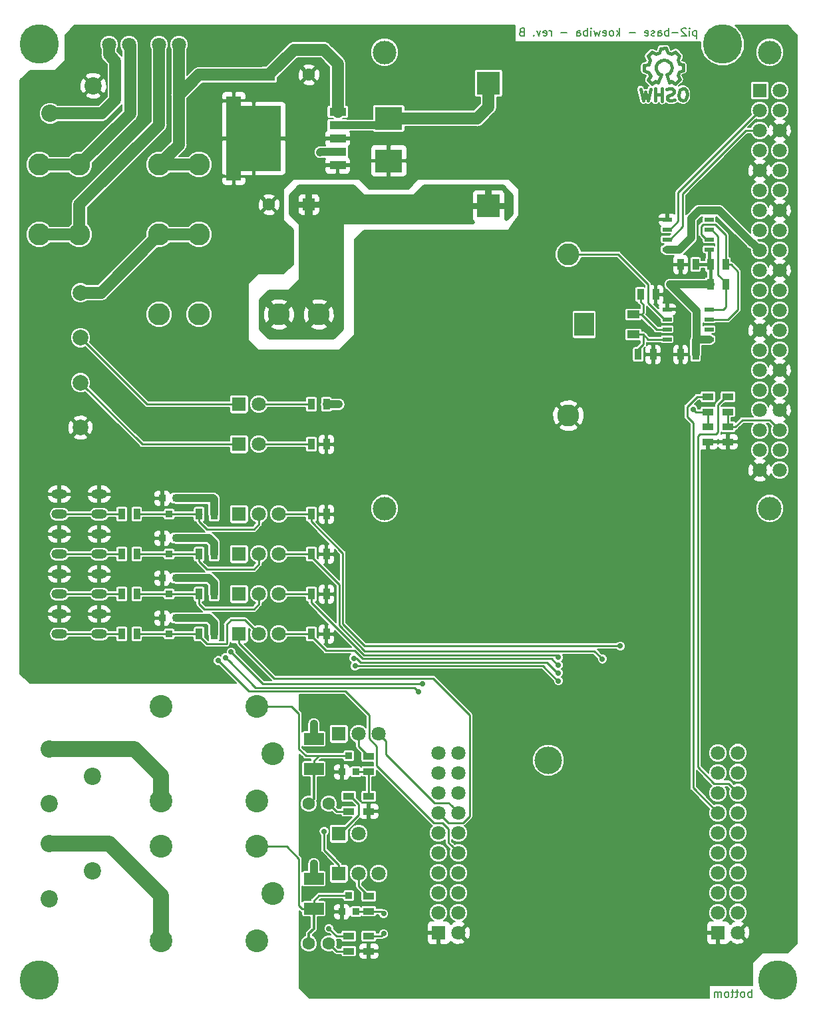
<source format=gbr>
G04 #@! TF.GenerationSoftware,KiCad,Pcbnew,5.0.0-fee4fd1~66~ubuntu16.04.1*
G04 #@! TF.CreationDate,2018-09-24T20:27:19+02:00*
G04 #@! TF.ProjectId,pi2-base,7069322D626173652E6B696361645F70,B*
G04 #@! TF.SameCoordinates,Original*
G04 #@! TF.FileFunction,Copper,L2,Bot,Signal*
G04 #@! TF.FilePolarity,Positive*
%FSLAX46Y46*%
G04 Gerber Fmt 4.6, Leading zero omitted, Abs format (unit mm)*
G04 Created by KiCad (PCBNEW 5.0.0-fee4fd1~66~ubuntu16.04.1) date Mon Sep 24 20:27:19 2018*
%MOMM*%
%LPD*%
G01*
G04 APERTURE LIST*
G04 #@! TA.AperFunction,NonConductor*
%ADD10C,0.200000*%
G04 #@! TD*
G04 #@! TA.AperFunction,EtchedComponent*
%ADD11C,0.381000*%
G04 #@! TD*
G04 #@! TA.AperFunction,SMDPad,CuDef*
%ADD12R,1.905000X1.231900*%
G04 #@! TD*
G04 #@! TA.AperFunction,SMDPad,CuDef*
%ADD13R,6.985000X8.331200*%
G04 #@! TD*
G04 #@! TA.AperFunction,SMDPad,CuDef*
%ADD14R,2.159000X1.066800*%
G04 #@! TD*
G04 #@! TA.AperFunction,ComponentPad*
%ADD15C,1.600000*%
G04 #@! TD*
G04 #@! TA.AperFunction,ComponentPad*
%ADD16R,1.600000X1.600000*%
G04 #@! TD*
G04 #@! TA.AperFunction,ComponentPad*
%ADD17C,2.000000*%
G04 #@! TD*
G04 #@! TA.AperFunction,ComponentPad*
%ADD18C,2.900000*%
G04 #@! TD*
G04 #@! TA.AperFunction,ComponentPad*
%ADD19C,1.800000*%
G04 #@! TD*
G04 #@! TA.AperFunction,ComponentPad*
%ADD20R,1.800000X1.800000*%
G04 #@! TD*
G04 #@! TA.AperFunction,ComponentPad*
%ADD21C,3.000000*%
G04 #@! TD*
G04 #@! TA.AperFunction,ComponentPad*
%ADD22C,2.800000*%
G04 #@! TD*
G04 #@! TA.AperFunction,ComponentPad*
%ADD23C,3.500000*%
G04 #@! TD*
G04 #@! TA.AperFunction,SMDPad,CuDef*
%ADD24R,0.889000X1.397000*%
G04 #@! TD*
G04 #@! TA.AperFunction,SMDPad,CuDef*
%ADD25R,3.500120X2.999740*%
G04 #@! TD*
G04 #@! TA.AperFunction,SMDPad,CuDef*
%ADD26R,0.914400X0.914400*%
G04 #@! TD*
G04 #@! TA.AperFunction,SMDPad,CuDef*
%ADD27R,2.499360X1.501140*%
G04 #@! TD*
G04 #@! TA.AperFunction,SMDPad,CuDef*
%ADD28R,2.999740X2.999740*%
G04 #@! TD*
G04 #@! TA.AperFunction,SMDPad,CuDef*
%ADD29R,1.397000X0.889000*%
G04 #@! TD*
G04 #@! TA.AperFunction,SMDPad,CuDef*
%ADD30R,1.143000X0.508000*%
G04 #@! TD*
G04 #@! TA.AperFunction,SMDPad,CuDef*
%ADD31R,2.499360X2.999740*%
G04 #@! TD*
G04 #@! TA.AperFunction,SMDPad,CuDef*
%ADD32R,1.600200X1.000760*%
G04 #@! TD*
G04 #@! TA.AperFunction,ComponentPad*
%ADD33C,5.000000*%
G04 #@! TD*
G04 #@! TA.AperFunction,ComponentPad*
%ADD34C,2.200000*%
G04 #@! TD*
G04 #@! TA.AperFunction,ComponentPad*
%ADD35O,2.000000X1.200000*%
G04 #@! TD*
G04 #@! TA.AperFunction,ViaPad*
%ADD36C,0.700000*%
G04 #@! TD*
G04 #@! TA.AperFunction,ViaPad*
%ADD37C,1.000000*%
G04 #@! TD*
G04 #@! TA.AperFunction,Conductor*
%ADD38C,2.000000*%
G04 #@! TD*
G04 #@! TA.AperFunction,Conductor*
%ADD39C,0.250000*%
G04 #@! TD*
G04 #@! TA.AperFunction,Conductor*
%ADD40C,0.400000*%
G04 #@! TD*
G04 #@! TA.AperFunction,Conductor*
%ADD41C,1.000000*%
G04 #@! TD*
G04 #@! TA.AperFunction,Conductor*
%ADD42C,1.500000*%
G04 #@! TD*
G04 #@! TA.AperFunction,Conductor*
%ADD43C,0.300000*%
G04 #@! TD*
G04 #@! TA.AperFunction,Conductor*
%ADD44C,0.200000*%
G04 #@! TD*
G04 #@! TA.AperFunction,Conductor*
%ADD45C,0.500000*%
G04 #@! TD*
G04 APERTURE END LIST*
D10*
X182688095Y-33765714D02*
X182688095Y-34765714D01*
X182688095Y-33813333D02*
X182592857Y-33765714D01*
X182402380Y-33765714D01*
X182307142Y-33813333D01*
X182259523Y-33860952D01*
X182211904Y-33956190D01*
X182211904Y-34241904D01*
X182259523Y-34337142D01*
X182307142Y-34384761D01*
X182402380Y-34432380D01*
X182592857Y-34432380D01*
X182688095Y-34384761D01*
X181783333Y-34432380D02*
X181783333Y-33765714D01*
X181783333Y-33432380D02*
X181830952Y-33480000D01*
X181783333Y-33527619D01*
X181735714Y-33480000D01*
X181783333Y-33432380D01*
X181783333Y-33527619D01*
X181354761Y-33527619D02*
X181307142Y-33480000D01*
X181211904Y-33432380D01*
X180973809Y-33432380D01*
X180878571Y-33480000D01*
X180830952Y-33527619D01*
X180783333Y-33622857D01*
X180783333Y-33718095D01*
X180830952Y-33860952D01*
X181402380Y-34432380D01*
X180783333Y-34432380D01*
X180354761Y-34051428D02*
X179592857Y-34051428D01*
X179116666Y-34432380D02*
X179116666Y-33432380D01*
X179116666Y-33813333D02*
X179021428Y-33765714D01*
X178830952Y-33765714D01*
X178735714Y-33813333D01*
X178688095Y-33860952D01*
X178640476Y-33956190D01*
X178640476Y-34241904D01*
X178688095Y-34337142D01*
X178735714Y-34384761D01*
X178830952Y-34432380D01*
X179021428Y-34432380D01*
X179116666Y-34384761D01*
X177783333Y-34432380D02*
X177783333Y-33908571D01*
X177830952Y-33813333D01*
X177926190Y-33765714D01*
X178116666Y-33765714D01*
X178211904Y-33813333D01*
X177783333Y-34384761D02*
X177878571Y-34432380D01*
X178116666Y-34432380D01*
X178211904Y-34384761D01*
X178259523Y-34289523D01*
X178259523Y-34194285D01*
X178211904Y-34099047D01*
X178116666Y-34051428D01*
X177878571Y-34051428D01*
X177783333Y-34003809D01*
X177354761Y-34384761D02*
X177259523Y-34432380D01*
X177069047Y-34432380D01*
X176973809Y-34384761D01*
X176926190Y-34289523D01*
X176926190Y-34241904D01*
X176973809Y-34146666D01*
X177069047Y-34099047D01*
X177211904Y-34099047D01*
X177307142Y-34051428D01*
X177354761Y-33956190D01*
X177354761Y-33908571D01*
X177307142Y-33813333D01*
X177211904Y-33765714D01*
X177069047Y-33765714D01*
X176973809Y-33813333D01*
X176116666Y-34384761D02*
X176211904Y-34432380D01*
X176402380Y-34432380D01*
X176497619Y-34384761D01*
X176545238Y-34289523D01*
X176545238Y-33908571D01*
X176497619Y-33813333D01*
X176402380Y-33765714D01*
X176211904Y-33765714D01*
X176116666Y-33813333D01*
X176069047Y-33908571D01*
X176069047Y-34003809D01*
X176545238Y-34099047D01*
X174878571Y-34051428D02*
X174116666Y-34051428D01*
X172878571Y-34432380D02*
X172878571Y-33432380D01*
X172783333Y-34051428D02*
X172497619Y-34432380D01*
X172497619Y-33765714D02*
X172878571Y-34146666D01*
X171926190Y-34432380D02*
X172021428Y-34384761D01*
X172069047Y-34337142D01*
X172116666Y-34241904D01*
X172116666Y-33956190D01*
X172069047Y-33860952D01*
X172021428Y-33813333D01*
X171926190Y-33765714D01*
X171783333Y-33765714D01*
X171688095Y-33813333D01*
X171640476Y-33860952D01*
X171592857Y-33956190D01*
X171592857Y-34241904D01*
X171640476Y-34337142D01*
X171688095Y-34384761D01*
X171783333Y-34432380D01*
X171926190Y-34432380D01*
X170783333Y-34384761D02*
X170878571Y-34432380D01*
X171069047Y-34432380D01*
X171164285Y-34384761D01*
X171211904Y-34289523D01*
X171211904Y-33908571D01*
X171164285Y-33813333D01*
X171069047Y-33765714D01*
X170878571Y-33765714D01*
X170783333Y-33813333D01*
X170735714Y-33908571D01*
X170735714Y-34003809D01*
X171211904Y-34099047D01*
X170402380Y-33765714D02*
X170211904Y-34432380D01*
X170021428Y-33956190D01*
X169830952Y-34432380D01*
X169640476Y-33765714D01*
X169259523Y-34432380D02*
X169259523Y-33765714D01*
X169259523Y-33432380D02*
X169307142Y-33480000D01*
X169259523Y-33527619D01*
X169211904Y-33480000D01*
X169259523Y-33432380D01*
X169259523Y-33527619D01*
X168783333Y-34432380D02*
X168783333Y-33432380D01*
X168783333Y-33813333D02*
X168688095Y-33765714D01*
X168497619Y-33765714D01*
X168402380Y-33813333D01*
X168354761Y-33860952D01*
X168307142Y-33956190D01*
X168307142Y-34241904D01*
X168354761Y-34337142D01*
X168402380Y-34384761D01*
X168497619Y-34432380D01*
X168688095Y-34432380D01*
X168783333Y-34384761D01*
X167450000Y-34432380D02*
X167450000Y-33908571D01*
X167497619Y-33813333D01*
X167592857Y-33765714D01*
X167783333Y-33765714D01*
X167878571Y-33813333D01*
X167450000Y-34384761D02*
X167545238Y-34432380D01*
X167783333Y-34432380D01*
X167878571Y-34384761D01*
X167926190Y-34289523D01*
X167926190Y-34194285D01*
X167878571Y-34099047D01*
X167783333Y-34051428D01*
X167545238Y-34051428D01*
X167450000Y-34003809D01*
X166211904Y-34051428D02*
X165450000Y-34051428D01*
X164211904Y-34432380D02*
X164211904Y-33765714D01*
X164211904Y-33956190D02*
X164164285Y-33860952D01*
X164116666Y-33813333D01*
X164021428Y-33765714D01*
X163926190Y-33765714D01*
X163211904Y-34384761D02*
X163307142Y-34432380D01*
X163497619Y-34432380D01*
X163592857Y-34384761D01*
X163640476Y-34289523D01*
X163640476Y-33908571D01*
X163592857Y-33813333D01*
X163497619Y-33765714D01*
X163307142Y-33765714D01*
X163211904Y-33813333D01*
X163164285Y-33908571D01*
X163164285Y-34003809D01*
X163640476Y-34099047D01*
X162830952Y-33765714D02*
X162592857Y-34432380D01*
X162354761Y-33765714D01*
X161973809Y-34337142D02*
X161926190Y-34384761D01*
X161973809Y-34432380D01*
X162021428Y-34384761D01*
X161973809Y-34337142D01*
X161973809Y-34432380D01*
X160402380Y-33908571D02*
X160259523Y-33956190D01*
X160211904Y-34003809D01*
X160164285Y-34099047D01*
X160164285Y-34241904D01*
X160211904Y-34337142D01*
X160259523Y-34384761D01*
X160354761Y-34432380D01*
X160735714Y-34432380D01*
X160735714Y-33432380D01*
X160402380Y-33432380D01*
X160307142Y-33480000D01*
X160259523Y-33527619D01*
X160211904Y-33622857D01*
X160211904Y-33718095D01*
X160259523Y-33813333D01*
X160307142Y-33860952D01*
X160402380Y-33908571D01*
X160735714Y-33908571D01*
X189682142Y-156662380D02*
X189682142Y-155662380D01*
X189682142Y-156043333D02*
X189586904Y-155995714D01*
X189396428Y-155995714D01*
X189301190Y-156043333D01*
X189253571Y-156090952D01*
X189205952Y-156186190D01*
X189205952Y-156471904D01*
X189253571Y-156567142D01*
X189301190Y-156614761D01*
X189396428Y-156662380D01*
X189586904Y-156662380D01*
X189682142Y-156614761D01*
X188634523Y-156662380D02*
X188729761Y-156614761D01*
X188777380Y-156567142D01*
X188825000Y-156471904D01*
X188825000Y-156186190D01*
X188777380Y-156090952D01*
X188729761Y-156043333D01*
X188634523Y-155995714D01*
X188491666Y-155995714D01*
X188396428Y-156043333D01*
X188348809Y-156090952D01*
X188301190Y-156186190D01*
X188301190Y-156471904D01*
X188348809Y-156567142D01*
X188396428Y-156614761D01*
X188491666Y-156662380D01*
X188634523Y-156662380D01*
X188015476Y-155995714D02*
X187634523Y-155995714D01*
X187872619Y-155662380D02*
X187872619Y-156519523D01*
X187825000Y-156614761D01*
X187729761Y-156662380D01*
X187634523Y-156662380D01*
X187444047Y-155995714D02*
X187063095Y-155995714D01*
X187301190Y-155662380D02*
X187301190Y-156519523D01*
X187253571Y-156614761D01*
X187158333Y-156662380D01*
X187063095Y-156662380D01*
X186586904Y-156662380D02*
X186682142Y-156614761D01*
X186729761Y-156567142D01*
X186777380Y-156471904D01*
X186777380Y-156186190D01*
X186729761Y-156090952D01*
X186682142Y-156043333D01*
X186586904Y-155995714D01*
X186444047Y-155995714D01*
X186348809Y-156043333D01*
X186301190Y-156090952D01*
X186253571Y-156186190D01*
X186253571Y-156471904D01*
X186301190Y-156567142D01*
X186348809Y-156614761D01*
X186444047Y-156662380D01*
X186586904Y-156662380D01*
X185825000Y-156662380D02*
X185825000Y-155995714D01*
X185825000Y-156090952D02*
X185777380Y-156043333D01*
X185682142Y-155995714D01*
X185539285Y-155995714D01*
X185444047Y-156043333D01*
X185396428Y-156138571D01*
X185396428Y-156662380D01*
X185396428Y-156138571D02*
X185348809Y-156043333D01*
X185253571Y-155995714D01*
X185110714Y-155995714D01*
X185015476Y-156043333D01*
X184967857Y-156138571D01*
X184967857Y-156662380D01*
D11*
G04 #@! TO.C,LOGO1*
X178169480Y-39379160D02*
X177770700Y-40379920D01*
X178870520Y-39379160D02*
X179221040Y-40379920D01*
X179221040Y-39181040D02*
X178870520Y-39379160D01*
X179469960Y-38878780D02*
X179221040Y-39181040D01*
X179520760Y-38380940D02*
X179469960Y-38878780D01*
X179370900Y-37928820D02*
X179520760Y-38380940D01*
X178969580Y-37580840D02*
X179370900Y-37928820D01*
X178570800Y-37479240D02*
X178969580Y-37580840D01*
X178121220Y-37530040D02*
X178570800Y-37479240D01*
X177669100Y-37880560D02*
X178121220Y-37530040D01*
X177519240Y-38231080D02*
X177669100Y-37880560D01*
X177519240Y-38629860D02*
X177519240Y-38231080D01*
X177669100Y-39031180D02*
X177519240Y-38629860D01*
X177869760Y-39229300D02*
X177669100Y-39031180D01*
X178169480Y-39379160D02*
X177869760Y-39229300D01*
X180450400Y-39000700D02*
X180310700Y-39399480D01*
X181009200Y-38800040D02*
X180450400Y-39000700D01*
X180999040Y-38099000D02*
X181009200Y-38800040D01*
X180450400Y-37999940D02*
X180999040Y-38099000D01*
X180280220Y-37519880D02*
X180450400Y-37999940D01*
X180529140Y-36978860D02*
X180280220Y-37519880D01*
X180010980Y-36450540D02*
X180529140Y-36978860D01*
X179459800Y-36719780D02*
X180010980Y-36450540D01*
X179040700Y-36549600D02*
X179459800Y-36719780D01*
X178829880Y-36000960D02*
X179040700Y-36549600D01*
X178139000Y-36018740D02*
X178829880Y-36000960D01*
X177968820Y-36559760D02*
X178139000Y-36018740D01*
X177498920Y-36760420D02*
X177968820Y-36559760D01*
X176980760Y-36498800D02*
X177498920Y-36760420D01*
X176510860Y-37009340D02*
X176980760Y-36498800D01*
X176780100Y-37479240D02*
X176510860Y-37009340D01*
X176579440Y-38050740D02*
X176780100Y-37479240D01*
X176020640Y-38190440D02*
X176579440Y-38050740D01*
X176020640Y-38871160D02*
X176020640Y-38190440D01*
X176630240Y-39059120D02*
X176020640Y-38871160D01*
X176820740Y-39529020D02*
X176630240Y-39059120D01*
X176538800Y-40009080D02*
X176820740Y-39529020D01*
X177011240Y-40499300D02*
X176538800Y-40009080D01*
X177450660Y-40169100D02*
X177011240Y-40499300D01*
X177780860Y-40359600D02*
X177450660Y-40169100D01*
X179500440Y-40219900D02*
X179221040Y-40379920D01*
X180021140Y-40489140D02*
X179500440Y-40219900D01*
X180559620Y-39970980D02*
X180021140Y-40489140D01*
X180300540Y-39409640D02*
X180559620Y-39970980D01*
X180559620Y-41268920D02*
X180920300Y-41139380D01*
X180450400Y-41550860D02*
X180559620Y-41268920D01*
X180399600Y-41959800D02*
X180450400Y-41550860D01*
X180470720Y-42419540D02*
X180399600Y-41959800D01*
X180689160Y-42599880D02*
X180470720Y-42419540D01*
X180999040Y-42671000D02*
X180689160Y-42599880D01*
X181250500Y-42549080D02*
X180999040Y-42671000D01*
X181451160Y-42229040D02*
X181250500Y-42549080D01*
X181479100Y-41881060D02*
X181451160Y-42229040D01*
X181390200Y-41390840D02*
X181479100Y-41881060D01*
X181148900Y-41149540D02*
X181390200Y-41390840D01*
X180899980Y-41129220D02*
X181148900Y-41149540D01*
X179510600Y-42688780D02*
X179861120Y-42579560D01*
X179190560Y-42660840D02*
X179510600Y-42688780D01*
X178959420Y-42439860D02*
X179190560Y-42660840D01*
X179000060Y-42140140D02*
X178959420Y-42439860D01*
X179180400Y-41980120D02*
X179000060Y-42140140D01*
X179569020Y-41850580D02*
X179180400Y-41980120D01*
X179810320Y-41609280D02*
X179569020Y-41850580D01*
X179779840Y-41340040D02*
X179810320Y-41609280D01*
X179541080Y-41139380D02*
X179779840Y-41340040D01*
X179221040Y-41149540D02*
X179541080Y-41139380D01*
X178870520Y-41230820D02*
X179221040Y-41149540D01*
X178319340Y-42698940D02*
X178309180Y-42688780D01*
X178319340Y-41129220D02*
X178319340Y-42698940D01*
X177430340Y-41139380D02*
X177430340Y-42681160D01*
X177470980Y-41860740D02*
X177470980Y-41850580D01*
X177481140Y-41850580D02*
X177470980Y-41860740D01*
X178271080Y-41860740D02*
X177481140Y-41850580D01*
X175901260Y-42650680D02*
X175560900Y-41200340D01*
X176211140Y-41578800D02*
X175901260Y-42650680D01*
X176490540Y-42640520D02*
X176211140Y-41578800D01*
X176851220Y-41169860D02*
X176490540Y-42640520D01*
G04 #@! TD*
D12*
G04 #@! TO.P,U4,3*
G04 #@! TO.N,GND*
X123799300Y-42704800D03*
X123799300Y-52255200D03*
D13*
X126339300Y-47480000D03*
D14*
G04 #@! TO.P,U4,1*
G04 #@! TO.N,+24V*
X137020000Y-44076400D03*
G04 #@! TO.P,U4,5*
G04 #@! TO.N,GND*
X137020000Y-50883600D03*
G04 #@! TO.P,U4,4*
G04 #@! TO.N,Net-(C6-Pad1)*
X137020000Y-49181800D03*
G04 #@! TO.P,U4,2*
G04 #@! TO.N,Net-(D1-Pad2)*
X137020000Y-45778200D03*
G04 #@! TO.P,U4,3*
G04 #@! TO.N,GND*
X137020000Y-47480000D03*
G04 #@! TD*
D15*
G04 #@! TO.P,C6,2*
G04 #@! TO.N,GND*
X128270000Y-55880000D03*
D16*
G04 #@! TO.P,C6,1*
G04 #@! TO.N,Net-(C6-Pad1)*
X133350000Y-55880000D03*
G04 #@! TD*
D15*
G04 #@! TO.P,C5,2*
G04 #@! TO.N,GND*
X133350000Y-39370000D03*
D16*
G04 #@! TO.P,C5,1*
G04 #@! TO.N,+24V*
X128270000Y-39370000D03*
G04 #@! TD*
D17*
G04 #@! TO.P,J2,1*
G04 #@! TO.N,/BUS_24V*
X104280200Y-67090000D03*
G04 #@! TD*
G04 #@! TO.P,J3,1*
G04 #@! TO.N,/BUS_A*
X104280200Y-72805000D03*
G04 #@! TD*
G04 #@! TO.P,J4,1*
G04 #@! TO.N,/BUS_B*
X104280200Y-78520000D03*
G04 #@! TD*
G04 #@! TO.P,J5,1*
G04 #@! TO.N,GND*
X104280200Y-84235000D03*
G04 #@! TD*
D18*
G04 #@! TO.P,REL1,1*
G04 #@! TO.N,/REL1_COM*
X128750060Y-125730000D03*
G04 #@! TO.P,REL1,a1*
G04 #@! TO.N,+24V*
X126751080Y-131729480D03*
G04 #@! TO.P,REL1,1A*
G04 #@! TO.N,/REL1_NC*
X114548920Y-131729480D03*
G04 #@! TO.P,REL1,1B*
G04 #@! TO.N,/REL1_NO*
X114548920Y-119730520D03*
G04 #@! TO.P,REL1,a2*
G04 #@! TO.N,Net-(D6-Pad1)*
X126751080Y-119730520D03*
G04 #@! TD*
G04 #@! TO.P,REL2,1*
G04 #@! TO.N,/REL2_COM*
X128750060Y-143510000D03*
G04 #@! TO.P,REL2,a1*
G04 #@! TO.N,+24V*
X126751080Y-149509480D03*
G04 #@! TO.P,REL2,1A*
G04 #@! TO.N,/REL2_NC*
X114548920Y-149509480D03*
G04 #@! TO.P,REL2,1B*
G04 #@! TO.N,/REL2_NO*
X114548920Y-137510520D03*
G04 #@! TO.P,REL2,a2*
G04 #@! TO.N,Net-(D8-Pad1)*
X126751080Y-137510520D03*
G04 #@! TD*
D19*
G04 #@! TO.P,MOD2,26*
G04 #@! TO.N,N/C*
X193260000Y-71860000D03*
G04 #@! TO.P,MOD2,25*
G04 #@! TO.N,GND*
X190720000Y-71860000D03*
G04 #@! TO.P,MOD2,24*
G04 #@! TO.N,N/C*
X193260000Y-69320000D03*
G04 #@! TO.P,MOD2,23*
X190720000Y-69320000D03*
G04 #@! TO.P,MOD2,22*
G04 #@! TO.N,/PI_IN4*
X193260000Y-66780000D03*
G04 #@! TO.P,MOD2,21*
G04 #@! TO.N,N/C*
X190720000Y-66780000D03*
G04 #@! TO.P,MOD2,20*
G04 #@! TO.N,GND*
X193260000Y-64240000D03*
G04 #@! TO.P,MOD2,19*
G04 #@! TO.N,N/C*
X190720000Y-64240000D03*
G04 #@! TO.P,MOD2,18*
G04 #@! TO.N,/PI_IN3*
X193260000Y-61700000D03*
G04 #@! TO.P,MOD2,17*
G04 #@! TO.N,+3.3V*
X190720000Y-61700000D03*
G04 #@! TO.P,MOD2,16*
G04 #@! TO.N,/PI_IN2*
X193260000Y-59160000D03*
G04 #@! TO.P,MOD2,15*
G04 #@! TO.N,/PI_IN1*
X190720000Y-59160000D03*
G04 #@! TO.P,MOD2,14*
G04 #@! TO.N,GND*
X193260000Y-56620000D03*
G04 #@! TO.P,MOD2,13*
G04 #@! TO.N,N/C*
X190720000Y-56620000D03*
G04 #@! TO.P,MOD2,12*
X193260000Y-54080000D03*
G04 #@! TO.P,MOD2,11*
X190720000Y-54080000D03*
G04 #@! TO.P,MOD2,10*
G04 #@! TO.N,/PI_RXD*
X193260000Y-51540000D03*
G04 #@! TO.P,MOD2,9*
G04 #@! TO.N,GND*
X190720000Y-51540000D03*
G04 #@! TO.P,MOD2,8*
G04 #@! TO.N,/PI_TXD*
X193260000Y-49000000D03*
G04 #@! TO.P,MOD2,7*
G04 #@! TO.N,N/C*
X190720000Y-49000000D03*
G04 #@! TO.P,MOD2,6*
G04 #@! TO.N,GND*
X193260000Y-46460000D03*
G04 #@! TO.P,MOD2,5*
G04 #@! TO.N,/RTC/SCL_3V3*
X190720000Y-46460000D03*
G04 #@! TO.P,MOD2,4*
G04 #@! TO.N,+5V*
X193260000Y-43920000D03*
G04 #@! TO.P,MOD2,3*
G04 #@! TO.N,/RTC/SDA_3V3*
X190720000Y-43920000D03*
G04 #@! TO.P,MOD2,2*
G04 #@! TO.N,+5V*
X193260000Y-41380000D03*
D20*
G04 #@! TO.P,MOD2,1*
G04 #@! TO.N,+3.3V*
X190720000Y-41380000D03*
D19*
G04 #@! TO.P,MOD2,27*
G04 #@! TO.N,N/C*
X190720000Y-74400000D03*
G04 #@! TO.P,MOD2,28*
X193260000Y-74400000D03*
G04 #@! TO.P,MOD2,29*
X190720000Y-76940000D03*
G04 #@! TO.P,MOD2,30*
G04 #@! TO.N,GND*
X193260000Y-76940000D03*
G04 #@! TO.P,MOD2,31*
G04 #@! TO.N,N/C*
X190720000Y-79480000D03*
G04 #@! TO.P,MOD2,32*
X193260000Y-79480000D03*
G04 #@! TO.P,MOD2,33*
X190720000Y-82020000D03*
G04 #@! TO.P,MOD2,34*
G04 #@! TO.N,GND*
X193260000Y-82020000D03*
G04 #@! TO.P,MOD2,35*
G04 #@! TO.N,N/C*
X190720000Y-84560000D03*
G04 #@! TO.P,MOD2,36*
G04 #@! TO.N,/PI_CTS*
X193260000Y-84560000D03*
G04 #@! TO.P,MOD2,37*
G04 #@! TO.N,N/C*
X190720000Y-87100000D03*
G04 #@! TO.P,MOD2,38*
G04 #@! TO.N,/PI_REL1*
X193260000Y-87100000D03*
G04 #@! TO.P,MOD2,39*
G04 #@! TO.N,GND*
X190720000Y-89640000D03*
G04 #@! TO.P,MOD2,40*
G04 #@! TO.N,/PI_REL2*
X193260000Y-89640000D03*
D21*
G04 #@! TO.P,MOD2,g*
G04 #@! TO.N,N/C*
X142990000Y-94510000D03*
X142990000Y-36510000D03*
X191990000Y-94510000D03*
X191990000Y-36510000D03*
G04 #@! TD*
D22*
G04 #@! TO.P,BATT1,1*
G04 #@! TO.N,Net-(BATT1-Pad1)*
X166370000Y-62199520D03*
G04 #@! TO.P,BATT1,2*
G04 #@! TO.N,GND*
X166370000Y-82699860D03*
G04 #@! TD*
D23*
G04 #@! TO.P,MOD1,41*
G04 #@! TO.N,N/C*
X163830000Y-126540000D03*
D20*
G04 #@! TO.P,MOD1,1*
G04 #@! TO.N,GND*
X185420000Y-148480000D03*
D19*
G04 #@! TO.P,MOD1,2*
X187960000Y-148450000D03*
G04 #@! TO.P,MOD1,3*
G04 #@! TO.N,N/C*
X185420000Y-145940000D03*
G04 #@! TO.P,MOD1,4*
X187960000Y-145910000D03*
G04 #@! TO.P,MOD1,5*
X185420000Y-143400000D03*
G04 #@! TO.P,MOD1,6*
X187960000Y-143400000D03*
G04 #@! TO.P,MOD1,7*
X185420000Y-140860000D03*
G04 #@! TO.P,MOD1,8*
X187960000Y-140830000D03*
G04 #@! TO.P,MOD1,9*
X185420000Y-138320000D03*
G04 #@! TO.P,MOD1,10*
X187960000Y-138290000D03*
G04 #@! TO.P,MOD1,11*
X185420000Y-135780000D03*
G04 #@! TO.P,MOD1,12*
X187960000Y-135750000D03*
G04 #@! TO.P,MOD1,13*
G04 #@! TO.N,/BM_TXD*
X185420000Y-133240000D03*
G04 #@! TO.P,MOD1,14*
G04 #@! TO.N,/PI_TXD*
X187960000Y-133210000D03*
G04 #@! TO.P,MOD1,15*
G04 #@! TO.N,N/C*
X185420000Y-130700000D03*
G04 #@! TO.P,MOD1,16*
G04 #@! TO.N,/BM_CTS*
X187960000Y-130670000D03*
G04 #@! TO.P,MOD1,17*
G04 #@! TO.N,N/C*
X185420000Y-128160000D03*
G04 #@! TO.P,MOD1,18*
X187960000Y-128130000D03*
G04 #@! TO.P,MOD1,19*
X185420000Y-125620000D03*
G04 #@! TO.P,MOD1,20*
X187960000Y-125590000D03*
D20*
G04 #@! TO.P,MOD1,21*
G04 #@! TO.N,GND*
X149860000Y-148480000D03*
D19*
G04 #@! TO.P,MOD1,22*
X152400000Y-148480000D03*
G04 #@! TO.P,MOD1,23*
G04 #@! TO.N,N/C*
X149860000Y-145940000D03*
G04 #@! TO.P,MOD1,24*
X152400000Y-145940000D03*
G04 #@! TO.P,MOD1,25*
X149860000Y-143400000D03*
G04 #@! TO.P,MOD1,26*
X152400000Y-143400000D03*
G04 #@! TO.P,MOD1,27*
X149860000Y-140860000D03*
G04 #@! TO.P,MOD1,28*
X152400000Y-140860000D03*
G04 #@! TO.P,MOD1,29*
X149860000Y-138320000D03*
G04 #@! TO.P,MOD1,30*
G04 #@! TO.N,/BM_IN4*
X152400000Y-138320000D03*
G04 #@! TO.P,MOD1,31*
G04 #@! TO.N,/BM_IN3*
X149860000Y-135780000D03*
G04 #@! TO.P,MOD1,32*
G04 #@! TO.N,/BM_IN2*
X152400000Y-135780000D03*
G04 #@! TO.P,MOD1,33*
G04 #@! TO.N,/BM_IN1*
X149860000Y-133240000D03*
G04 #@! TO.P,MOD1,34*
G04 #@! TO.N,/BM_REL1*
X152400000Y-133240000D03*
G04 #@! TO.P,MOD1,35*
G04 #@! TO.N,/BM_REL2*
X149860000Y-130700000D03*
G04 #@! TO.P,MOD1,36*
G04 #@! TO.N,N/C*
X152400000Y-130700000D03*
G04 #@! TO.P,MOD1,37*
X149860000Y-128160000D03*
G04 #@! TO.P,MOD1,38*
X152400000Y-128160000D03*
G04 #@! TO.P,MOD1,39*
X149860000Y-125620000D03*
G04 #@! TO.P,MOD1,40*
X152400000Y-125620000D03*
G04 #@! TD*
D24*
G04 #@! TO.P,C1,2*
G04 #@! TO.N,GND*
X180657500Y-63500000D03*
G04 #@! TO.P,C1,1*
G04 #@! TO.N,+5V*
X182562500Y-63500000D03*
G04 #@! TD*
G04 #@! TO.P,C2,2*
G04 #@! TO.N,GND*
X180657500Y-74930000D03*
G04 #@! TO.P,C2,1*
G04 #@! TO.N,+5V*
X182562500Y-74930000D03*
G04 #@! TD*
G04 #@! TO.P,C3,2*
G04 #@! TO.N,Net-(C3-Pad2)*
X175260000Y-74930000D03*
G04 #@! TO.P,C3,1*
G04 #@! TO.N,GND*
X177165000Y-74930000D03*
G04 #@! TD*
G04 #@! TO.P,C4,2*
G04 #@! TO.N,Net-(C4-Pad2)*
X175577500Y-67310000D03*
G04 #@! TO.P,C4,1*
G04 #@! TO.N,GND*
X177482500Y-67310000D03*
G04 #@! TD*
D25*
G04 #@! TO.P,D1,2*
G04 #@! TO.N,Net-(D1-Pad2)*
X143510000Y-44924980D03*
G04 #@! TO.P,D1,1*
G04 #@! TO.N,GND*
X143510000Y-50325020D03*
G04 #@! TD*
D26*
G04 #@! TO.P,D2,3*
G04 #@! TO.N,/IN1_PROT*
X115570000Y-110490000D03*
G04 #@! TO.P,D2,1*
G04 #@! TO.N,GND*
X114681000Y-108458000D03*
G04 #@! TO.P,D2,2*
G04 #@! TO.N,+5V*
X116459000Y-108458000D03*
G04 #@! TD*
G04 #@! TO.P,D3,3*
G04 #@! TO.N,/IN2_PROT*
X115570000Y-105410000D03*
G04 #@! TO.P,D3,1*
G04 #@! TO.N,GND*
X114681000Y-103378000D03*
G04 #@! TO.P,D3,2*
G04 #@! TO.N,+5V*
X116459000Y-103378000D03*
G04 #@! TD*
G04 #@! TO.P,D4,3*
G04 #@! TO.N,/IN3_PROT*
X115570000Y-100330000D03*
G04 #@! TO.P,D4,1*
G04 #@! TO.N,GND*
X114681000Y-98298000D03*
G04 #@! TO.P,D4,2*
G04 #@! TO.N,+5V*
X116459000Y-98298000D03*
G04 #@! TD*
G04 #@! TO.P,D5,3*
G04 #@! TO.N,/IN4_PROT*
X115570000Y-95250000D03*
G04 #@! TO.P,D5,1*
G04 #@! TO.N,GND*
X114681000Y-93218000D03*
G04 #@! TO.P,D5,2*
G04 #@! TO.N,+5V*
X116459000Y-93218000D03*
G04 #@! TD*
D27*
G04 #@! TO.P,D6,2*
G04 #@! TO.N,+24V*
X133985000Y-123825000D03*
G04 #@! TO.P,D6,1*
G04 #@! TO.N,Net-(D6-Pad1)*
X133985000Y-127635000D03*
G04 #@! TD*
D15*
G04 #@! TO.P,D7,2*
G04 #@! TO.N,Net-(D6-Pad1)*
X133350000Y-132080000D03*
G04 #@! TO.P,D7,1*
G04 #@! TO.N,Net-(D7-Pad1)*
X135890000Y-132080000D03*
G04 #@! TD*
D27*
G04 #@! TO.P,D8,2*
G04 #@! TO.N,+24V*
X133985000Y-141605000D03*
G04 #@! TO.P,D8,1*
G04 #@! TO.N,Net-(D8-Pad1)*
X133985000Y-145415000D03*
G04 #@! TD*
D15*
G04 #@! TO.P,D9,2*
G04 #@! TO.N,Net-(D8-Pad1)*
X133350000Y-149860000D03*
G04 #@! TO.P,D9,1*
G04 #@! TO.N,Net-(D9-Pad1)*
X135890000Y-149860000D03*
G04 #@! TD*
D22*
G04 #@! TO.P,F1,2*
G04 #@! TO.N,Net-(F1-Pad2)*
X99060000Y-59690000D03*
X104140000Y-59690000D03*
G04 #@! TO.P,F1,1*
G04 #@! TO.N,/BUS_24V*
X114300000Y-59690000D03*
X119380000Y-59690000D03*
G04 #@! TD*
G04 #@! TO.P,F2,2*
G04 #@! TO.N,+24V*
X119380000Y-50800000D03*
X114300000Y-50800000D03*
G04 #@! TO.P,F2,1*
G04 #@! TO.N,Net-(F2-Pad1)*
X104140000Y-50800000D03*
X99060000Y-50800000D03*
G04 #@! TD*
G04 #@! TO.P,F3,2*
G04 #@! TO.N,+5V*
X114300000Y-69850000D03*
X119380000Y-69850000D03*
G04 #@! TO.P,F3,1*
G04 #@! TO.N,Net-(C6-Pad1)*
X129540000Y-69850000D03*
X134620000Y-69850000D03*
G04 #@! TD*
D19*
G04 #@! TO.P,J9,2*
G04 #@! TO.N,Net-(J9-Pad2)*
X127000000Y-81280000D03*
D20*
G04 #@! TO.P,J9,1*
G04 #@! TO.N,/BUS_A*
X124460000Y-81280000D03*
G04 #@! TD*
D19*
G04 #@! TO.P,J10,2*
G04 #@! TO.N,Net-(J10-Pad2)*
X127000000Y-86360000D03*
D20*
G04 #@! TO.P,J10,1*
G04 #@! TO.N,/BUS_B*
X124460000Y-86360000D03*
G04 #@! TD*
D19*
G04 #@! TO.P,J13,2*
G04 #@! TO.N,+5V*
X139700000Y-135890000D03*
D20*
G04 #@! TO.P,J13,1*
G04 #@! TO.N,/2 Relays/LEDVCC*
X137160000Y-135890000D03*
G04 #@! TD*
D28*
G04 #@! TO.P,L1,1*
G04 #@! TO.N,Net-(D1-Pad2)*
X156210000Y-40459660D03*
G04 #@! TO.P,L1,2*
G04 #@! TO.N,Net-(C6-Pad1)*
X156210000Y-56060340D03*
G04 #@! TD*
D26*
G04 #@! TO.P,Q1,3*
G04 #@! TO.N,Net-(D6-Pad1)*
X138430000Y-125984000D03*
G04 #@! TO.P,Q1,1*
G04 #@! TO.N,Net-(Q1-Pad1)*
X139319000Y-128016000D03*
G04 #@! TO.P,Q1,2*
G04 #@! TO.N,GND*
X137541000Y-128016000D03*
G04 #@! TD*
G04 #@! TO.P,Q2,3*
G04 #@! TO.N,Net-(D8-Pad1)*
X138430000Y-143764000D03*
G04 #@! TO.P,Q2,1*
G04 #@! TO.N,Net-(Q2-Pad1)*
X139319000Y-145796000D03*
G04 #@! TO.P,Q2,2*
G04 #@! TO.N,GND*
X137541000Y-145796000D03*
G04 #@! TD*
D24*
G04 #@! TO.P,R1,2*
G04 #@! TO.N,+5V*
X135572500Y-81280000D03*
G04 #@! TO.P,R1,1*
G04 #@! TO.N,Net-(J9-Pad2)*
X133667500Y-81280000D03*
G04 #@! TD*
G04 #@! TO.P,R2,2*
G04 #@! TO.N,GND*
X135572500Y-86360000D03*
G04 #@! TO.P,R2,1*
G04 #@! TO.N,Net-(J10-Pad2)*
X133667500Y-86360000D03*
G04 #@! TD*
G04 #@! TO.P,R3,2*
G04 #@! TO.N,/PI_IN1*
X133667500Y-110490000D03*
G04 #@! TO.P,R3,1*
G04 #@! TO.N,GND*
X135572500Y-110490000D03*
G04 #@! TD*
G04 #@! TO.P,R4,2*
G04 #@! TO.N,/PI_IN2*
X133667500Y-105410000D03*
G04 #@! TO.P,R4,1*
G04 #@! TO.N,GND*
X135572500Y-105410000D03*
G04 #@! TD*
G04 #@! TO.P,R5,2*
G04 #@! TO.N,/PI_IN3*
X133667500Y-100330000D03*
G04 #@! TO.P,R5,1*
G04 #@! TO.N,GND*
X135572500Y-100330000D03*
G04 #@! TD*
D29*
G04 #@! TO.P,R6,2*
G04 #@! TO.N,/PI_RXD*
X184150000Y-82232500D03*
G04 #@! TO.P,R6,1*
G04 #@! TO.N,/BM_TXD*
X184150000Y-80327500D03*
G04 #@! TD*
G04 #@! TO.P,R7,2*
G04 #@! TO.N,/PI_CTS*
X186690000Y-82232500D03*
G04 #@! TO.P,R7,1*
G04 #@! TO.N,/BM_CTS*
X186690000Y-80327500D03*
G04 #@! TD*
D24*
G04 #@! TO.P,R8,2*
G04 #@! TO.N,/PI_IN4*
X133667500Y-95250000D03*
G04 #@! TO.P,R8,1*
G04 #@! TO.N,GND*
X135572500Y-95250000D03*
G04 #@! TD*
D29*
G04 #@! TO.P,R9,2*
G04 #@! TO.N,GND*
X186690000Y-86042500D03*
G04 #@! TO.P,R9,1*
G04 #@! TO.N,/PI_CTS*
X186690000Y-84137500D03*
G04 #@! TD*
G04 #@! TO.P,R10,2*
G04 #@! TO.N,GND*
X184150000Y-86042500D03*
G04 #@! TO.P,R10,1*
G04 #@! TO.N,/PI_RXD*
X184150000Y-84137500D03*
G04 #@! TD*
D24*
G04 #@! TO.P,R11,2*
G04 #@! TO.N,/RTC/SCL*
X186372500Y-63500000D03*
G04 #@! TO.P,R11,1*
G04 #@! TO.N,+5V*
X184467500Y-63500000D03*
G04 #@! TD*
G04 #@! TO.P,R12,2*
G04 #@! TO.N,/RTC/SDA*
X186372500Y-66040000D03*
G04 #@! TO.P,R12,1*
G04 #@! TO.N,+5V*
X184467500Y-66040000D03*
G04 #@! TD*
G04 #@! TO.P,R13,2*
G04 #@! TO.N,/IN1_PROT*
X111442500Y-110490000D03*
G04 #@! TO.P,R13,1*
G04 #@! TO.N,/IN1*
X109537500Y-110490000D03*
G04 #@! TD*
G04 #@! TO.P,R14,2*
G04 #@! TO.N,/IN2_PROT*
X111442500Y-105410000D03*
G04 #@! TO.P,R14,1*
G04 #@! TO.N,/IN2*
X109537500Y-105410000D03*
G04 #@! TD*
G04 #@! TO.P,R15,2*
G04 #@! TO.N,/IN3_PROT*
X111442500Y-100330000D03*
G04 #@! TO.P,R15,1*
G04 #@! TO.N,/IN3*
X109537500Y-100330000D03*
G04 #@! TD*
G04 #@! TO.P,R16,2*
G04 #@! TO.N,/IN4_PROT*
X111442500Y-95250000D03*
G04 #@! TO.P,R16,1*
G04 #@! TO.N,/IN4*
X109537500Y-95250000D03*
G04 #@! TD*
G04 #@! TO.P,R17,2*
G04 #@! TO.N,/IN1_PROT*
X119380000Y-110490000D03*
G04 #@! TO.P,R17,1*
G04 #@! TO.N,+5V*
X121285000Y-110490000D03*
G04 #@! TD*
G04 #@! TO.P,R18,2*
G04 #@! TO.N,/IN2_PROT*
X119380000Y-105410000D03*
G04 #@! TO.P,R18,1*
G04 #@! TO.N,+5V*
X121285000Y-105410000D03*
G04 #@! TD*
G04 #@! TO.P,R19,2*
G04 #@! TO.N,/IN3_PROT*
X119380000Y-100330000D03*
G04 #@! TO.P,R19,1*
G04 #@! TO.N,+5V*
X121285000Y-100330000D03*
G04 #@! TD*
G04 #@! TO.P,R20,2*
G04 #@! TO.N,/IN4_PROT*
X119380000Y-95250000D03*
G04 #@! TO.P,R20,1*
G04 #@! TO.N,+5V*
X121285000Y-95250000D03*
G04 #@! TD*
D29*
G04 #@! TO.P,R21,2*
G04 #@! TO.N,Net-(Q1-Pad1)*
X140970000Y-131127500D03*
G04 #@! TO.P,R21,1*
G04 #@! TO.N,GND*
X140970000Y-133032500D03*
G04 #@! TD*
G04 #@! TO.P,R22,2*
G04 #@! TO.N,/2 Relays/REL1*
X140970000Y-126047500D03*
G04 #@! TO.P,R22,1*
G04 #@! TO.N,Net-(Q1-Pad1)*
X140970000Y-127952500D03*
G04 #@! TD*
G04 #@! TO.P,R23,2*
G04 #@! TO.N,/2 Relays/LEDVCC*
X138430000Y-131127500D03*
G04 #@! TO.P,R23,1*
G04 #@! TO.N,Net-(D7-Pad1)*
X138430000Y-133032500D03*
G04 #@! TD*
G04 #@! TO.P,R24,2*
G04 #@! TO.N,Net-(Q2-Pad1)*
X140970000Y-148907500D03*
G04 #@! TO.P,R24,1*
G04 #@! TO.N,GND*
X140970000Y-150812500D03*
G04 #@! TD*
G04 #@! TO.P,R25,2*
G04 #@! TO.N,/2 Relays/REL2*
X140970000Y-143827500D03*
G04 #@! TO.P,R25,1*
G04 #@! TO.N,Net-(Q2-Pad1)*
X140970000Y-145732500D03*
G04 #@! TD*
G04 #@! TO.P,R26,2*
G04 #@! TO.N,/2 Relays/LEDVCC*
X138430000Y-148907500D03*
G04 #@! TO.P,R26,1*
G04 #@! TO.N,Net-(D9-Pad1)*
X138430000Y-150812500D03*
G04 #@! TD*
D19*
G04 #@! TO.P,SW1,2*
G04 #@! TO.N,+24V*
X116819680Y-35560000D03*
G04 #@! TO.P,SW1,1*
G04 #@! TO.N,Net-(F1-Pad2)*
X114279680Y-35560000D03*
G04 #@! TD*
G04 #@! TO.P,SW2,2*
G04 #@! TO.N,Net-(F2-Pad1)*
X110469680Y-35560000D03*
G04 #@! TO.P,SW2,1*
G04 #@! TO.N,/+24V_IN*
X107929680Y-35560000D03*
G04 #@! TD*
D30*
G04 #@! TO.P,U1,4*
G04 #@! TO.N,GND*
X178943000Y-57785000D03*
G04 #@! TO.P,U1,3*
G04 #@! TO.N,/RTC/SDA_3V3*
X178943000Y-59055000D03*
G04 #@! TO.P,U1,2*
G04 #@! TO.N,/RTC/SCL_3V3*
X178943000Y-60325000D03*
G04 #@! TO.P,U1,5*
G04 #@! TO.N,N/C*
X184277000Y-57785000D03*
G04 #@! TO.P,U1,6*
G04 #@! TO.N,/RTC/SDA*
X184277000Y-59055000D03*
G04 #@! TO.P,U1,7*
G04 #@! TO.N,/RTC/SCL*
X184277000Y-60325000D03*
G04 #@! TO.P,U1,1*
G04 #@! TO.N,+3.3V*
X178943000Y-61595000D03*
G04 #@! TO.P,U1,8*
G04 #@! TO.N,+5V*
X184277000Y-61595000D03*
G04 #@! TD*
G04 #@! TO.P,U2,4*
G04 #@! TO.N,GND*
X178943000Y-69215000D03*
G04 #@! TO.P,U2,3*
G04 #@! TO.N,Net-(BATT1-Pad1)*
X178943000Y-70485000D03*
G04 #@! TO.P,U2,2*
G04 #@! TO.N,Net-(C4-Pad2)*
X178943000Y-71755000D03*
G04 #@! TO.P,U2,5*
G04 #@! TO.N,/RTC/SDA*
X184277000Y-69215000D03*
G04 #@! TO.P,U2,6*
G04 #@! TO.N,/RTC/SCL*
X184277000Y-70485000D03*
G04 #@! TO.P,U2,7*
G04 #@! TO.N,N/C*
X184277000Y-71755000D03*
G04 #@! TO.P,U2,1*
G04 #@! TO.N,Net-(C3-Pad2)*
X178943000Y-73025000D03*
G04 #@! TO.P,U2,8*
G04 #@! TO.N,+5V*
X184277000Y-73025000D03*
G04 #@! TD*
D31*
G04 #@! TO.P,U3,3*
G04 #@! TO.N,N/C*
X168374060Y-71120000D03*
D32*
G04 #@! TO.P,U3,2*
G04 #@! TO.N,Net-(C4-Pad2)*
X174625000Y-69850000D03*
G04 #@! TO.P,U3,1*
G04 #@! TO.N,Net-(C3-Pad2)*
X174625000Y-72390000D03*
G04 #@! TD*
D19*
G04 #@! TO.P,J11,3*
G04 #@! TO.N,/BM_REL1*
X142240000Y-123190000D03*
G04 #@! TO.P,J11,2*
G04 #@! TO.N,/2 Relays/REL1*
X139700000Y-123190000D03*
D20*
G04 #@! TO.P,J11,1*
G04 #@! TO.N,/PI_REL1*
X137160000Y-123190000D03*
G04 #@! TD*
D19*
G04 #@! TO.P,J12,3*
G04 #@! TO.N,/BM_REL2*
X142240000Y-140970000D03*
G04 #@! TO.P,J12,2*
G04 #@! TO.N,/2 Relays/REL2*
X139700000Y-140970000D03*
D20*
G04 #@! TO.P,J12,1*
G04 #@! TO.N,/PI_REL2*
X137160000Y-140970000D03*
G04 #@! TD*
D19*
G04 #@! TO.P,J14,3*
G04 #@! TO.N,/PI_IN1*
X129540000Y-110490000D03*
G04 #@! TO.P,J14,2*
G04 #@! TO.N,/IN1_PROT*
X127000000Y-110490000D03*
D20*
G04 #@! TO.P,J14,1*
G04 #@! TO.N,/BM_IN1*
X124460000Y-110490000D03*
G04 #@! TD*
D19*
G04 #@! TO.P,J15,3*
G04 #@! TO.N,/PI_IN2*
X129540000Y-105410000D03*
G04 #@! TO.P,J15,2*
G04 #@! TO.N,/IN2_PROT*
X127000000Y-105410000D03*
D20*
G04 #@! TO.P,J15,1*
G04 #@! TO.N,/BM_IN2*
X124460000Y-105410000D03*
G04 #@! TD*
D19*
G04 #@! TO.P,J16,3*
G04 #@! TO.N,/PI_IN3*
X129540000Y-100330000D03*
G04 #@! TO.P,J16,2*
G04 #@! TO.N,/IN3_PROT*
X127000000Y-100330000D03*
D20*
G04 #@! TO.P,J16,1*
G04 #@! TO.N,/BM_IN3*
X124460000Y-100330000D03*
G04 #@! TD*
D19*
G04 #@! TO.P,J17,3*
G04 #@! TO.N,/PI_IN4*
X129540000Y-95250000D03*
G04 #@! TO.P,J17,2*
G04 #@! TO.N,/IN4_PROT*
X127000000Y-95250000D03*
D20*
G04 #@! TO.P,J17,1*
G04 #@! TO.N,/BM_IN4*
X124460000Y-95250000D03*
G04 #@! TD*
D33*
G04 #@! TO.P,H1,1*
G04 #@! TO.N,N/C*
X99020000Y-35480000D03*
G04 #@! TD*
G04 #@! TO.P,H2,1*
G04 #@! TO.N,N/C*
X99020000Y-154480000D03*
G04 #@! TD*
G04 #@! TO.P,H3,1*
G04 #@! TO.N,N/C*
X186020000Y-35480000D03*
G04 #@! TD*
G04 #@! TO.P,H4,1*
G04 #@! TO.N,N/C*
X193020000Y-154480000D03*
G04 #@! TD*
D34*
G04 #@! TO.P,J7,2*
G04 #@! TO.N,/REL2_NO*
X105830000Y-140645000D03*
G04 #@! TO.P,J7,3*
G04 #@! TO.N,/REL2_NC*
X100330000Y-137145000D03*
G04 #@! TO.P,J7,1*
G04 #@! TO.N,/REL2_COM*
X100330000Y-144145000D03*
G04 #@! TD*
G04 #@! TO.P,J1,1*
G04 #@! TO.N,/+24V_IN*
X100420000Y-44280000D03*
G04 #@! TO.P,J1,2*
G04 #@! TO.N,GND*
X105920000Y-40780000D03*
G04 #@! TD*
G04 #@! TO.P,J6,1*
G04 #@! TO.N,/REL1_COM*
X100330000Y-132080000D03*
G04 #@! TO.P,J6,3*
G04 #@! TO.N,/REL1_NC*
X100330000Y-125080000D03*
G04 #@! TO.P,J6,2*
G04 #@! TO.N,/REL1_NO*
X105830000Y-128580000D03*
G04 #@! TD*
D35*
G04 #@! TO.P,J8,2*
G04 #@! TO.N,GND*
X101600000Y-107950000D03*
G04 #@! TO.P,J8,1*
G04 #@! TO.N,/IN1*
X101600000Y-110490000D03*
G04 #@! TO.P,J8,3*
G04 #@! TO.N,/IN2*
X101600000Y-105410000D03*
G04 #@! TO.P,J8,4*
G04 #@! TO.N,GND*
X101600000Y-102870000D03*
G04 #@! TO.P,J8,5*
G04 #@! TO.N,/IN3*
X101600000Y-100330000D03*
G04 #@! TO.P,J8,6*
G04 #@! TO.N,GND*
X101600000Y-97790000D03*
G04 #@! TO.P,J8,1*
G04 #@! TO.N,/IN1*
X106680000Y-110490000D03*
G04 #@! TO.P,J8,2*
G04 #@! TO.N,GND*
X106680000Y-107950000D03*
G04 #@! TO.P,J8,3*
G04 #@! TO.N,/IN2*
X106680000Y-105410000D03*
G04 #@! TO.P,J8,4*
G04 #@! TO.N,GND*
X106680000Y-102870000D03*
G04 #@! TO.P,J8,5*
G04 #@! TO.N,/IN3*
X106680000Y-100330000D03*
G04 #@! TO.P,J8,6*
G04 #@! TO.N,GND*
X106680000Y-97790000D03*
G04 #@! TO.P,J8,8*
X101600000Y-92710000D03*
G04 #@! TO.P,J8,7*
G04 #@! TO.N,/IN4*
X101600000Y-95250000D03*
G04 #@! TO.P,J8,8*
G04 #@! TO.N,GND*
X106680000Y-92710000D03*
G04 #@! TO.P,J8,7*
G04 #@! TO.N,/IN4*
X106680000Y-95250000D03*
G04 #@! TD*
D36*
G04 #@! TO.N,GND*
X131445000Y-50165000D03*
X133350000Y-47625000D03*
X131445000Y-47625000D03*
X131445000Y-45085000D03*
X121920000Y-52705000D03*
X121920000Y-50165000D03*
X121285000Y-47625000D03*
X121285000Y-45085000D03*
X121285000Y-42545000D03*
D37*
G04 #@! TO.N,+5V*
X179324000Y-66040000D03*
X137160000Y-81280000D03*
X121158000Y-103886000D03*
X121158000Y-98806000D03*
X121158000Y-93218000D03*
X121158000Y-108966000D03*
G04 #@! TO.N,+24V*
X133985000Y-121920000D03*
X133985000Y-139700000D03*
G04 #@! TO.N,Net-(C6-Pad1)*
X134770000Y-49230000D03*
D36*
G04 #@! TO.N,/PI_REL1*
X165100000Y-115443047D03*
X139074366Y-113560918D03*
G04 #@! TO.N,/PI_REL2*
X135285010Y-135584376D03*
X165100000Y-116443060D03*
X139234733Y-114547987D03*
G04 #@! TO.N,/2 Relays/LEDVCC*
X135890000Y-147955000D03*
G04 #@! TO.N,/BM_IN2*
X147828000Y-116840000D03*
X123444000Y-112776000D03*
G04 #@! TO.N,/BM_IN3*
X147320000Y-117856000D03*
X122736885Y-113483115D03*
G04 #@! TO.N,/BM_IN4*
X121810219Y-113859032D03*
D37*
G04 #@! TO.N,+3.3V*
X185568501Y-56630999D03*
D36*
G04 #@! TO.N,/PI_RXD*
X182245000Y-81915000D03*
G04 #@! TO.N,/PI_IN1*
X165100000Y-114443034D03*
G04 #@! TO.N,/PI_IN2*
X165100000Y-113443021D03*
G04 #@! TO.N,/PI_IN3*
X170692034Y-113671697D03*
G04 #@! TO.N,/PI_IN4*
X172980070Y-112020070D03*
G04 #@! TO.N,Net-(Q2-Pad1)*
X142875000Y-148590000D03*
X142875000Y-146050000D03*
G04 #@! TD*
D38*
G04 #@! TO.N,/REL1_NC*
X114548920Y-131729480D02*
X114548920Y-128518920D01*
X111110000Y-125080000D02*
X100330000Y-125080000D01*
X114548920Y-128518920D02*
X111110000Y-125080000D01*
G04 #@! TO.N,/REL2_NC*
X100330000Y-137145000D02*
X107935000Y-137145000D01*
X114548920Y-143758920D02*
X114548920Y-149509480D01*
X107935000Y-137145000D02*
X114548920Y-143758920D01*
X114548920Y-149509480D02*
X114548920Y-149363920D01*
D39*
G04 #@! TO.N,GND*
X133495000Y-47480000D02*
X133350000Y-47625000D01*
X137020000Y-47480000D02*
X133495000Y-47480000D01*
X131445000Y-45085000D02*
X131445000Y-47625000D01*
X121920000Y-50165000D02*
X121920000Y-52705000D01*
X121285000Y-45085000D02*
X121285000Y-47625000D01*
X123799300Y-42704800D02*
X121444800Y-42704800D01*
X121444800Y-42704800D02*
X121285000Y-42545000D01*
G04 #@! TO.N,Net-(BATT1-Pad1)*
X178943000Y-70485000D02*
X178625500Y-70485000D01*
X178625500Y-70485000D02*
X176530000Y-68389500D01*
X176530000Y-68389500D02*
X176530000Y-66040000D01*
X176530000Y-66040000D02*
X172689520Y-62199520D01*
X172689520Y-62199520D02*
X168349898Y-62199520D01*
X168349898Y-62199520D02*
X166370000Y-62199520D01*
D40*
G04 #@! TO.N,+5V*
X184277000Y-61595000D02*
X184277000Y-63309500D01*
X184277000Y-63309500D02*
X184467500Y-63500000D01*
X184467500Y-63500000D02*
X182562500Y-63500000D01*
X184467500Y-66040000D02*
X184467500Y-63500000D01*
D41*
X121285000Y-105410000D02*
X121285000Y-104013000D01*
X121285000Y-104013000D02*
X121158000Y-103886000D01*
X179823999Y-66539999D02*
X179324000Y-66040000D01*
X182705500Y-69421500D02*
X179823999Y-66539999D01*
X182705500Y-73025000D02*
X182705500Y-69421500D01*
X184467500Y-66040000D02*
X179324000Y-66040000D01*
X135572500Y-81280000D02*
X137160000Y-81280000D01*
X116459000Y-108458000D02*
X120650000Y-108458000D01*
X120650000Y-108458000D02*
X121158000Y-108966000D01*
X116459000Y-103378000D02*
X120650000Y-103378000D01*
X120650000Y-103378000D02*
X121158000Y-103886000D01*
X116459000Y-93218000D02*
X121158000Y-93218000D01*
X116459000Y-98298000D02*
X120650000Y-98298000D01*
X120650000Y-98298000D02*
X121158000Y-98806000D01*
X121285000Y-100330000D02*
X121285000Y-98933000D01*
X121285000Y-98933000D02*
X121158000Y-98806000D01*
X121285000Y-95250000D02*
X121285000Y-93345000D01*
X121285000Y-93345000D02*
X121158000Y-93218000D01*
X121285000Y-109093000D02*
X121158000Y-108966000D01*
X121285000Y-110490000D02*
X121285000Y-109093000D01*
X182562500Y-74930000D02*
X182562500Y-73168000D01*
X182562500Y-73168000D02*
X182705500Y-73025000D01*
X184277000Y-73025000D02*
X182705500Y-73025000D01*
D39*
G04 #@! TO.N,Net-(C3-Pad2)*
X175260000Y-74295000D02*
X175260000Y-74930000D01*
X175895000Y-73660000D02*
X175260000Y-74295000D01*
X175895000Y-72390000D02*
X175895000Y-73660000D01*
X174625000Y-72390000D02*
X175895000Y-72390000D01*
X175895000Y-72390000D02*
X176530000Y-73025000D01*
X176530000Y-73025000D02*
X178943000Y-73025000D01*
G04 #@! TO.N,Net-(C4-Pad2)*
X175675100Y-69850000D02*
X175895000Y-69630100D01*
X175895000Y-69630100D02*
X175895000Y-68580000D01*
X175895000Y-68580000D02*
X175577500Y-68262500D01*
X175577500Y-68262500D02*
X175577500Y-67310000D01*
X174625000Y-69850000D02*
X175675100Y-69850000D01*
X175675100Y-69850000D02*
X177580100Y-71755000D01*
X177580100Y-71755000D02*
X178121500Y-71755000D01*
X178121500Y-71755000D02*
X178943000Y-71755000D01*
D41*
G04 #@! TO.N,+24V*
X133985000Y-123825000D02*
X133985000Y-121920000D01*
X133985000Y-139700000D02*
X133985000Y-141605000D01*
D42*
X128270000Y-39370000D02*
X131445000Y-36195000D01*
X131445000Y-36195000D02*
X135255000Y-36195000D01*
X135255000Y-36195000D02*
X137020000Y-37960000D01*
X137020000Y-37960000D02*
X137020000Y-44076400D01*
X128270000Y-39370000D02*
X119380000Y-39370000D01*
X119380000Y-39370000D02*
X116819680Y-41930320D01*
X116819680Y-41930320D02*
X116819680Y-48280320D01*
X114300000Y-50800000D02*
X119380000Y-50800000D01*
X114300000Y-50800000D02*
X116819680Y-48280320D01*
X116819680Y-48280320D02*
X116819680Y-35560000D01*
D41*
G04 #@! TO.N,Net-(C6-Pad1)*
X133350000Y-55880000D02*
X133350000Y-68580000D01*
X133350000Y-68580000D02*
X134620000Y-69850000D01*
X137020000Y-49181800D02*
X134818200Y-49181800D01*
X134818200Y-49181800D02*
X134770000Y-49230000D01*
G04 #@! TO.N,Net-(D1-Pad2)*
X137020000Y-45778200D02*
X142656780Y-45778200D01*
X142656780Y-45778200D02*
X143510000Y-44924980D01*
D42*
X143510000Y-44924980D02*
X154744550Y-44924980D01*
X154744550Y-44924980D02*
X156210000Y-43459530D01*
X156210000Y-43459530D02*
X156210000Y-40459660D01*
D39*
G04 #@! TO.N,/IN1_PROT*
X119380000Y-110490000D02*
X119380000Y-110744000D01*
X119380000Y-110744000D02*
X120396000Y-111760000D01*
X122878998Y-109277002D02*
X123444000Y-108712000D01*
X120396000Y-111760000D02*
X122878998Y-111760000D01*
X122878998Y-111760000D02*
X122878998Y-109277002D01*
X123444000Y-108712000D02*
X125222000Y-108712000D01*
X125222000Y-108712000D02*
X127000000Y-110490000D01*
X115570000Y-110490000D02*
X119380000Y-110490000D01*
X111442500Y-110490000D02*
X115570000Y-110490000D01*
G04 #@! TO.N,/IN2_PROT*
X127000000Y-105410000D02*
X127000000Y-106682792D01*
X127000000Y-106682792D02*
X126367792Y-107315000D01*
X126367792Y-107315000D02*
X120015000Y-107315000D01*
X120015000Y-107315000D02*
X119380000Y-106680000D01*
X119380000Y-106680000D02*
X119380000Y-105410000D01*
X115570000Y-105410000D02*
X119380000Y-105410000D01*
X111442500Y-105410000D02*
X115570000Y-105410000D01*
G04 #@! TO.N,/IN3_PROT*
X127000000Y-100330000D02*
X127000000Y-101602792D01*
X126367792Y-102235000D02*
X120336500Y-102235000D01*
X127000000Y-101602792D02*
X126367792Y-102235000D01*
X119380000Y-100330000D02*
X119380000Y-101278500D01*
X119380000Y-101278500D02*
X120336500Y-102235000D01*
X115570000Y-100330000D02*
X119380000Y-100330000D01*
X111442500Y-100330000D02*
X115570000Y-100330000D01*
G04 #@! TO.N,/IN4_PROT*
X127000000Y-95250000D02*
X127000000Y-96522792D01*
X127000000Y-96522792D02*
X126367792Y-97155000D01*
X126367792Y-97155000D02*
X120336500Y-97155000D01*
X119380000Y-95250000D02*
X119380000Y-96198500D01*
X119380000Y-96198500D02*
X120336500Y-97155000D01*
X115570000Y-95250000D02*
X119697500Y-95250000D01*
X111442500Y-95250000D02*
X115570000Y-95250000D01*
D43*
G04 #@! TO.N,Net-(D6-Pad1)*
X133350000Y-132080000D02*
X133985000Y-131445000D01*
X133985000Y-131445000D02*
X133985000Y-129156757D01*
X133985000Y-129156757D02*
X133985000Y-127635000D01*
D39*
X132080000Y-120650000D02*
X131160520Y-119730520D01*
X131160520Y-119730520D02*
X126751080Y-119730520D01*
X132080000Y-125095000D02*
X132080000Y-120650000D01*
X132969000Y-125984000D02*
X132080000Y-125095000D01*
X134635430Y-125984000D02*
X132969000Y-125984000D01*
X138430000Y-125984000D02*
X134635430Y-125984000D01*
X134635430Y-125984000D02*
X133985000Y-126634430D01*
X133985000Y-126634430D02*
X133985000Y-127635000D01*
X132999480Y-131729480D02*
X133350000Y-132080000D01*
G04 #@! TO.N,Net-(D7-Pad1)*
X138430000Y-133032500D02*
X136842500Y-133032500D01*
X136842500Y-133032500D02*
X135890000Y-132080000D01*
D43*
G04 #@! TO.N,Net-(D8-Pad1)*
X133350000Y-148590000D02*
X133985000Y-147955000D01*
X133985000Y-147955000D02*
X133985000Y-145415000D01*
X133350000Y-149860000D02*
X133350000Y-148590000D01*
D39*
X133985000Y-145415000D02*
X132485320Y-145415000D01*
X132080000Y-139065000D02*
X130525520Y-137510520D01*
X132485320Y-145415000D02*
X132080000Y-145009680D01*
X132080000Y-145009680D02*
X132080000Y-139065000D01*
X130525520Y-137510520D02*
X126751080Y-137510520D01*
X138430000Y-143764000D02*
X134635430Y-143764000D01*
X134635430Y-143764000D02*
X133985000Y-144414430D01*
X133985000Y-144414430D02*
X133985000Y-145415000D01*
X132999480Y-149509480D02*
X133350000Y-149860000D01*
G04 #@! TO.N,Net-(D9-Pad1)*
X138430000Y-150812500D02*
X136842500Y-150812500D01*
X136842500Y-150812500D02*
X135890000Y-149860000D01*
D42*
G04 #@! TO.N,/BUS_24V*
X114300000Y-59690000D02*
X119380000Y-59690000D01*
X104280200Y-67090000D02*
X106900000Y-67090000D01*
X106900000Y-67090000D02*
X114300000Y-59690000D01*
G04 #@! TO.N,Net-(F1-Pad2)*
X114279680Y-35560000D02*
X114279680Y-45740320D01*
X104140000Y-57710102D02*
X104140000Y-59690000D01*
X114279680Y-45740320D02*
X104140000Y-55880000D01*
X104140000Y-55880000D02*
X104140000Y-57710102D01*
X104140000Y-59690000D02*
X99060000Y-59690000D01*
G04 #@! TO.N,Net-(F2-Pad1)*
X110620000Y-44320000D02*
X110620000Y-35710320D01*
X104140000Y-50800000D02*
X110620000Y-44320000D01*
X110620000Y-35710320D02*
X110469680Y-35560000D01*
X104140000Y-50800000D02*
X99060000Y-50800000D01*
G04 #@! TO.N,/+24V_IN*
X101975634Y-44280000D02*
X100420000Y-44280000D01*
X107020000Y-44280000D02*
X101975634Y-44280000D01*
X108719989Y-42580011D02*
X107020000Y-44280000D01*
X108719989Y-37623101D02*
X108719989Y-42580011D01*
X107929680Y-36832792D02*
X108719989Y-37623101D01*
X107929680Y-35560000D02*
X107929680Y-36832792D01*
D39*
G04 #@! TO.N,/BUS_A*
X124460000Y-81280000D02*
X112755200Y-81280000D01*
X112755200Y-81280000D02*
X104280200Y-72805000D01*
G04 #@! TO.N,/BUS_B*
X124460000Y-86360000D02*
X112120200Y-86360000D01*
X112120200Y-86360000D02*
X104280200Y-78520000D01*
G04 #@! TO.N,/IN1*
X106680000Y-110490000D02*
X109537500Y-110490000D01*
X101600000Y-110490000D02*
X106680000Y-110490000D01*
G04 #@! TO.N,/IN2*
X106680000Y-105410000D02*
X109537500Y-105410000D01*
X101600000Y-105410000D02*
X106680000Y-105410000D01*
G04 #@! TO.N,/IN3*
X106680000Y-100330000D02*
X109537500Y-100330000D01*
X101600000Y-100330000D02*
X106680000Y-100330000D01*
G04 #@! TO.N,/IN4*
X106680000Y-95250000D02*
X109537500Y-95250000D01*
X101600000Y-95250000D02*
X106680000Y-95250000D01*
G04 #@! TO.N,Net-(J9-Pad2)*
X127000000Y-81280000D02*
X133667500Y-81280000D01*
G04 #@! TO.N,Net-(J10-Pad2)*
X127000000Y-86360000D02*
X133667500Y-86360000D01*
G04 #@! TO.N,/2 Relays/REL1*
X139700000Y-123190000D02*
X139700000Y-124777500D01*
X139700000Y-124777500D02*
X140970000Y-126047500D01*
G04 #@! TO.N,/PI_REL1*
X163652006Y-114068044D02*
X165027009Y-115443047D01*
X139970400Y-114068044D02*
X163652006Y-114068044D01*
X139463274Y-113560918D02*
X139970400Y-114068044D01*
X139074366Y-113560918D02*
X139463274Y-113560918D01*
X165027009Y-115443047D02*
X165100000Y-115443047D01*
G04 #@! TO.N,/PI_REL2*
X135285010Y-137945010D02*
X135285010Y-135584376D01*
X137160000Y-139820000D02*
X135285010Y-137945010D01*
X137160000Y-140970000D02*
X137160000Y-139820000D01*
X165027011Y-116443060D02*
X165100000Y-116443060D01*
X163131938Y-114547987D02*
X165027011Y-116443060D01*
X139234733Y-114547987D02*
X163131938Y-114547987D01*
G04 #@! TO.N,/2 Relays/REL2*
X139700000Y-140970000D02*
X139700000Y-142557500D01*
X139700000Y-142557500D02*
X140970000Y-143827500D01*
G04 #@! TO.N,/2 Relays/LEDVCC*
X138430000Y-148907500D02*
X136842500Y-148907500D01*
X136842500Y-148907500D02*
X135890000Y-147955000D01*
X139700000Y-132143500D02*
X139700000Y-133490502D01*
X139700000Y-133490502D02*
X137300502Y-135890000D01*
X137300502Y-135890000D02*
X137160000Y-135890000D01*
X138430000Y-131127500D02*
X138684000Y-131127500D01*
X138684000Y-131127500D02*
X139700000Y-132143500D01*
G04 #@! TO.N,/BM_IN1*
X124460000Y-110490000D02*
X124460000Y-111640000D01*
X124460000Y-111640000D02*
X128934999Y-116114999D01*
X128934999Y-116114999D02*
X149134999Y-116114999D01*
X151113000Y-134493000D02*
X150759999Y-134139999D01*
X150759999Y-134139999D02*
X149860000Y-133240000D01*
X149134999Y-116114999D02*
X153797000Y-120777000D01*
X153797000Y-120777000D02*
X153797000Y-133656002D01*
X153797000Y-133656002D02*
X152960002Y-134493000D01*
X152960002Y-134493000D02*
X151113000Y-134493000D01*
G04 #@! TO.N,/BM_IN2*
X123444000Y-112776000D02*
X127508000Y-116840000D01*
X127508000Y-116840000D02*
X147828000Y-116840000D01*
G04 #@! TO.N,/BM_IN3*
X146754011Y-117290011D02*
X147320000Y-117856000D01*
X138153013Y-117290011D02*
X146754011Y-117290011D01*
X126543781Y-117290011D02*
X123136884Y-113883114D01*
X138153013Y-117290011D02*
X126543781Y-117290011D01*
X123136884Y-113883114D02*
X122736885Y-113483115D01*
G04 #@! TO.N,/BM_IN4*
X121810219Y-113859032D02*
X125691209Y-117740022D01*
X125691209Y-117740022D02*
X137966614Y-117740022D01*
X141993501Y-127261501D02*
X149225000Y-134493000D01*
X137966614Y-117740022D02*
X141014999Y-120788407D01*
X141014999Y-120788407D02*
X141014999Y-123778001D01*
X141014999Y-123778001D02*
X141993501Y-124756503D01*
X141993501Y-124756503D02*
X141993501Y-127261501D01*
X149225000Y-134493000D02*
X150386002Y-134493000D01*
X150386002Y-134493000D02*
X151130000Y-135236998D01*
X151130000Y-135236998D02*
X151130000Y-137050000D01*
X151130000Y-137050000D02*
X151500001Y-137420001D01*
X151500001Y-137420001D02*
X152400000Y-138320000D01*
G04 #@! TO.N,/BM_REL1*
X142240000Y-123190000D02*
X143139999Y-124089999D01*
X143139999Y-124089999D02*
X143139999Y-125793001D01*
X151500001Y-132340001D02*
X152400000Y-133240000D01*
X143139999Y-125793001D02*
X149299998Y-131953000D01*
X149299998Y-131953000D02*
X151113000Y-131953000D01*
X151113000Y-131953000D02*
X151500001Y-132340001D01*
G04 #@! TO.N,/BM_CTS*
X187960000Y-130670000D02*
X186764999Y-129474999D01*
X186764999Y-129474999D02*
X184921997Y-129474999D01*
X184921997Y-129474999D02*
X182880000Y-127433002D01*
X182880000Y-85344000D02*
X183134000Y-85090000D01*
X182880000Y-127433002D02*
X182880000Y-85344000D01*
X185420000Y-81343500D02*
X186436000Y-80327500D01*
X183134000Y-85090000D02*
X185166000Y-85090000D01*
X185166000Y-85090000D02*
X185420000Y-84836000D01*
X185420000Y-84836000D02*
X185420000Y-81343500D01*
X186436000Y-80327500D02*
X186690000Y-80327500D01*
G04 #@! TO.N,/BM_TXD*
X185420000Y-133240000D02*
X182245000Y-130065000D01*
X182245000Y-130065000D02*
X182245000Y-83623002D01*
X182245000Y-83623002D02*
X181519999Y-82898001D01*
X181519999Y-82898001D02*
X181519999Y-81566999D01*
X182759498Y-80327500D02*
X184150000Y-80327500D01*
X181519999Y-81566999D02*
X182759498Y-80327500D01*
G04 #@! TO.N,/PI_CTS*
X193260000Y-84560000D02*
X191980000Y-83280000D01*
X187638500Y-84137500D02*
X186690000Y-84137500D01*
X191980000Y-83280000D02*
X188496000Y-83280000D01*
X188496000Y-83280000D02*
X187638500Y-84137500D01*
X186690000Y-82232500D02*
X186690000Y-84137500D01*
D41*
G04 #@! TO.N,+3.3V*
X178943000Y-61595000D02*
X180514500Y-61595000D01*
X189737503Y-60800001D02*
X189820001Y-60800001D01*
X185568501Y-56630999D02*
X189737503Y-60800001D01*
X182985499Y-56630999D02*
X185568501Y-56630999D01*
X181991000Y-57625498D02*
X182985499Y-56630999D01*
X181991000Y-60118500D02*
X181991000Y-57625498D01*
X180514500Y-61595000D02*
X181991000Y-60118500D01*
X189820001Y-60800001D02*
X190720000Y-61700000D01*
D39*
G04 #@! TO.N,/RTC/SDA_3V3*
X178943000Y-59055000D02*
X179260500Y-59055000D01*
X179260500Y-59055000D02*
X180340000Y-57975500D01*
X180340000Y-57975500D02*
X180340000Y-54300000D01*
X180340000Y-54300000D02*
X189820001Y-44819999D01*
X189820001Y-44819999D02*
X190720000Y-43920000D01*
G04 #@! TO.N,/RTC/SCL_3V3*
X178943000Y-60325000D02*
X179260500Y-60325000D01*
X179260500Y-60325000D02*
X180917011Y-58668489D01*
X180917011Y-58668489D02*
X180917011Y-54540989D01*
X190698000Y-46482000D02*
X190720000Y-46460000D01*
X180917011Y-54540989D02*
X188976000Y-46482000D01*
X188976000Y-46482000D02*
X190698000Y-46482000D01*
G04 #@! TO.N,/PI_RXD*
X184150000Y-82232500D02*
X182562500Y-82232500D01*
X182562500Y-82232500D02*
X182245000Y-81915000D01*
X184150000Y-82232500D02*
X184150000Y-81977090D01*
X184150000Y-82232500D02*
X184150000Y-84137500D01*
G04 #@! TO.N,/PI_IN1*
X133667500Y-110490000D02*
X133667500Y-110744000D01*
X135525533Y-112602033D02*
X139140800Y-112602033D01*
X165027009Y-114443034D02*
X165100000Y-114443034D01*
X164202008Y-113618033D02*
X165027009Y-114443034D01*
X133667500Y-110744000D02*
X135525533Y-112602033D01*
X140156800Y-113618033D02*
X164202008Y-113618033D01*
X139140800Y-112602033D02*
X140156800Y-113618033D01*
X129540000Y-110490000D02*
X133667500Y-110490000D01*
G04 #@! TO.N,/PI_IN2*
X164825001Y-113168022D02*
X165100000Y-113443021D01*
X140343200Y-113168022D02*
X164825001Y-113168022D01*
X133667500Y-106492322D02*
X140343200Y-113168022D01*
X133667500Y-105410000D02*
X133667500Y-106492322D01*
X129540000Y-105410000D02*
X133667500Y-105410000D01*
G04 #@! TO.N,/PI_IN3*
X133667500Y-100330000D02*
X133667500Y-100647500D01*
X133667500Y-100647500D02*
X137217989Y-104197989D01*
X137217989Y-104197989D02*
X137217989Y-109406400D01*
X170292035Y-113271698D02*
X170692034Y-113671697D01*
X137217989Y-109406400D02*
X140448287Y-112636698D01*
X169657035Y-112636698D02*
X170292035Y-113271698D01*
X140448287Y-112636698D02*
X169657035Y-112636698D01*
X129540000Y-100330000D02*
X133667500Y-100330000D01*
G04 #@! TO.N,/PI_IN4*
X172414385Y-112020070D02*
X172980070Y-112020070D01*
X137668000Y-100199000D02*
X137668000Y-109220000D01*
X140468070Y-112020070D02*
X172414385Y-112020070D01*
X133667500Y-96198500D02*
X137668000Y-100199000D01*
X133667500Y-95250000D02*
X133667500Y-96198500D01*
X137668000Y-109220000D02*
X140468070Y-112020070D01*
X129540000Y-95250000D02*
X133667500Y-95250000D01*
G04 #@! TO.N,Net-(Q1-Pad1)*
X139319000Y-128016000D02*
X140906500Y-128016000D01*
X140906500Y-128016000D02*
X140970000Y-127952500D01*
X140970000Y-127952500D02*
X140970000Y-131127500D01*
G04 #@! TO.N,Net-(Q2-Pad1)*
X140970000Y-148907500D02*
X142557500Y-148907500D01*
X142557500Y-148907500D02*
X142875000Y-148590000D01*
X140970000Y-145732500D02*
X142557500Y-145732500D01*
X142557500Y-145732500D02*
X142875000Y-146050000D01*
X139319000Y-145796000D02*
X140906500Y-145796000D01*
X140906500Y-145796000D02*
X140970000Y-145732500D01*
G04 #@! TO.N,/RTC/SCL*
X184277000Y-60325000D02*
X183959500Y-60325000D01*
X183959500Y-60325000D02*
X183261000Y-59626500D01*
X183261000Y-59626500D02*
X183261000Y-58660498D01*
X183261000Y-58660498D02*
X183501498Y-58420000D01*
X186372500Y-62551500D02*
X186372500Y-63500000D01*
X183501498Y-58420000D02*
X185052502Y-58420000D01*
X185052502Y-58420000D02*
X186372500Y-59739998D01*
X186372500Y-59739998D02*
X186372500Y-62551500D01*
X186372500Y-63500000D02*
X187067000Y-63500000D01*
X187067000Y-63500000D02*
X187960000Y-64393000D01*
X187960000Y-64393000D02*
X187960000Y-69215000D01*
X187960000Y-69215000D02*
X186690000Y-70485000D01*
X186690000Y-70485000D02*
X184594500Y-70485000D01*
X184594500Y-70485000D02*
X184277000Y-70485000D01*
G04 #@! TO.N,/RTC/SDA*
X186372500Y-66040000D02*
X186372500Y-65786000D01*
X186372500Y-65786000D02*
X185420000Y-64833500D01*
X185420000Y-64833500D02*
X185420000Y-59880500D01*
X185420000Y-59880500D02*
X184594500Y-59055000D01*
X184594500Y-59055000D02*
X184277000Y-59055000D01*
X184277000Y-69215000D02*
X186055000Y-69215000D01*
X186055000Y-69215000D02*
X186372500Y-68897500D01*
X186372500Y-68897500D02*
X186372500Y-66040000D01*
G04 #@! TD*
D44*
G04 #@! TO.N,GND*
G36*
X159573810Y-35210000D02*
X183220000Y-35210000D01*
X183220000Y-36036955D01*
X183646275Y-37066072D01*
X184433928Y-37853725D01*
X185463045Y-38280000D01*
X186576955Y-38280000D01*
X187606072Y-37853725D01*
X188393725Y-37066072D01*
X188772364Y-36151958D01*
X190190000Y-36151958D01*
X190190000Y-36868042D01*
X190464034Y-37529618D01*
X190970382Y-38035966D01*
X191631958Y-38310000D01*
X192348042Y-38310000D01*
X193009618Y-38035966D01*
X193515966Y-37529618D01*
X193790000Y-36868042D01*
X193790000Y-36151958D01*
X193515966Y-35490382D01*
X193009618Y-34984034D01*
X192348042Y-34710000D01*
X191631958Y-34710000D01*
X190970382Y-34984034D01*
X190464034Y-35490382D01*
X190190000Y-36151958D01*
X188772364Y-36151958D01*
X188820000Y-36036955D01*
X188820000Y-34923045D01*
X188393725Y-33893928D01*
X187619797Y-33120000D01*
X194268578Y-33120000D01*
X195480000Y-34331422D01*
X195480000Y-149818578D01*
X194268578Y-151030000D01*
X191135000Y-151030000D01*
X191096732Y-151037612D01*
X191064289Y-151059289D01*
X189794289Y-152329289D01*
X189772612Y-152361732D01*
X189765000Y-152400000D01*
X189765000Y-155140000D01*
X184329762Y-155140000D01*
X184329762Y-156745000D01*
X133391422Y-156745000D01*
X132180000Y-155533578D01*
X132180000Y-145722135D01*
X132214397Y-145745118D01*
X132319493Y-145815341D01*
X132429443Y-145837212D01*
X132429443Y-146165570D01*
X132452727Y-146282624D01*
X132519032Y-146381858D01*
X132618266Y-146448163D01*
X132735320Y-146471447D01*
X133535001Y-146471447D01*
X133535000Y-147768603D01*
X133063143Y-148240462D01*
X133025569Y-148265568D01*
X133000463Y-148303142D01*
X132926110Y-148414419D01*
X132891184Y-148590000D01*
X132900001Y-148634325D01*
X132900001Y-148855764D01*
X132726900Y-148927465D01*
X132417465Y-149236900D01*
X132250000Y-149641196D01*
X132250000Y-150078804D01*
X132417465Y-150483100D01*
X132726900Y-150792535D01*
X133131196Y-150960000D01*
X133568804Y-150960000D01*
X133973100Y-150792535D01*
X134282535Y-150483100D01*
X134450000Y-150078804D01*
X134450000Y-149641196D01*
X134790000Y-149641196D01*
X134790000Y-150078804D01*
X134957465Y-150483100D01*
X135266900Y-150792535D01*
X135671196Y-150960000D01*
X136108804Y-150960000D01*
X136306904Y-150877944D01*
X136512381Y-151083422D01*
X136536092Y-151118908D01*
X136676673Y-151212841D01*
X136800642Y-151237500D01*
X136800643Y-151237500D01*
X136842499Y-151245826D01*
X136884355Y-151237500D01*
X137425623Y-151237500D01*
X137425623Y-151257000D01*
X137448907Y-151374054D01*
X137515212Y-151473288D01*
X137614446Y-151539593D01*
X137731500Y-151562877D01*
X139128500Y-151562877D01*
X139245554Y-151539593D01*
X139344788Y-151473288D01*
X139411093Y-151374054D01*
X139434377Y-151257000D01*
X139434377Y-151112500D01*
X139671500Y-151112500D01*
X139671500Y-151376347D01*
X139762844Y-151596872D01*
X139931627Y-151765655D01*
X140152152Y-151857000D01*
X140670000Y-151857000D01*
X140820000Y-151707000D01*
X140820000Y-150962500D01*
X141120000Y-150962500D01*
X141120000Y-151707000D01*
X141270000Y-151857000D01*
X141787848Y-151857000D01*
X142008373Y-151765655D01*
X142177156Y-151596872D01*
X142268500Y-151376347D01*
X142268500Y-151112500D01*
X142118500Y-150962500D01*
X141120000Y-150962500D01*
X140820000Y-150962500D01*
X139821500Y-150962500D01*
X139671500Y-151112500D01*
X139434377Y-151112500D01*
X139434377Y-150368000D01*
X139411093Y-150250946D01*
X139409561Y-150248653D01*
X139671500Y-150248653D01*
X139671500Y-150512500D01*
X139821500Y-150662500D01*
X140820000Y-150662500D01*
X140820000Y-149918000D01*
X141120000Y-149918000D01*
X141120000Y-150662500D01*
X142118500Y-150662500D01*
X142268500Y-150512500D01*
X142268500Y-150248653D01*
X142177156Y-150028128D01*
X142008373Y-149859345D01*
X141787848Y-149768000D01*
X141270000Y-149768000D01*
X141120000Y-149918000D01*
X140820000Y-149918000D01*
X140670000Y-149768000D01*
X140152152Y-149768000D01*
X139931627Y-149859345D01*
X139762844Y-150028128D01*
X139671500Y-150248653D01*
X139409561Y-150248653D01*
X139344788Y-150151712D01*
X139245554Y-150085407D01*
X139128500Y-150062123D01*
X137731500Y-150062123D01*
X137614446Y-150085407D01*
X137515212Y-150151712D01*
X137448907Y-150250946D01*
X137425623Y-150368000D01*
X137425623Y-150387500D01*
X137018541Y-150387500D01*
X136907944Y-150276904D01*
X136990000Y-150078804D01*
X136990000Y-149641196D01*
X136863825Y-149336584D01*
X136884355Y-149332500D01*
X137425623Y-149332500D01*
X137425623Y-149352000D01*
X137448907Y-149469054D01*
X137515212Y-149568288D01*
X137614446Y-149634593D01*
X137731500Y-149657877D01*
X139128500Y-149657877D01*
X139245554Y-149634593D01*
X139344788Y-149568288D01*
X139411093Y-149469054D01*
X139434377Y-149352000D01*
X139434377Y-148463000D01*
X139965623Y-148463000D01*
X139965623Y-149352000D01*
X139988907Y-149469054D01*
X140055212Y-149568288D01*
X140154446Y-149634593D01*
X140271500Y-149657877D01*
X141668500Y-149657877D01*
X141785554Y-149634593D01*
X141884788Y-149568288D01*
X141951093Y-149469054D01*
X141974377Y-149352000D01*
X141974377Y-149332500D01*
X142515643Y-149332500D01*
X142557500Y-149340826D01*
X142599357Y-149332500D01*
X142599358Y-149332500D01*
X142723327Y-149307841D01*
X142824858Y-149240000D01*
X143004293Y-149240000D01*
X143243195Y-149141043D01*
X143426043Y-148958195D01*
X143499854Y-148780000D01*
X148360000Y-148780000D01*
X148360000Y-149499347D01*
X148451344Y-149719872D01*
X148620127Y-149888655D01*
X148840652Y-149980000D01*
X149560000Y-149980000D01*
X149710000Y-149830000D01*
X149710000Y-148630000D01*
X148510000Y-148630000D01*
X148360000Y-148780000D01*
X143499854Y-148780000D01*
X143525000Y-148719293D01*
X143525000Y-148460707D01*
X143426043Y-148221805D01*
X143243195Y-148038957D01*
X143004293Y-147940000D01*
X142745707Y-147940000D01*
X142506805Y-148038957D01*
X142323957Y-148221805D01*
X142225000Y-148460707D01*
X142225000Y-148482500D01*
X141974377Y-148482500D01*
X141974377Y-148463000D01*
X141951093Y-148345946D01*
X141884788Y-148246712D01*
X141785554Y-148180407D01*
X141668500Y-148157123D01*
X140271500Y-148157123D01*
X140154446Y-148180407D01*
X140055212Y-148246712D01*
X139988907Y-148345946D01*
X139965623Y-148463000D01*
X139434377Y-148463000D01*
X139411093Y-148345946D01*
X139344788Y-148246712D01*
X139245554Y-148180407D01*
X139128500Y-148157123D01*
X137731500Y-148157123D01*
X137614446Y-148180407D01*
X137515212Y-148246712D01*
X137448907Y-148345946D01*
X137425623Y-148463000D01*
X137425623Y-148482500D01*
X137018541Y-148482500D01*
X136540000Y-148003960D01*
X136540000Y-147825707D01*
X136441043Y-147586805D01*
X136314891Y-147460653D01*
X148360000Y-147460653D01*
X148360000Y-148180000D01*
X148510000Y-148330000D01*
X149710000Y-148330000D01*
X149710000Y-148310000D01*
X150010000Y-148310000D01*
X150010000Y-148330000D01*
X150030000Y-148330000D01*
X150030000Y-148630000D01*
X150010000Y-148630000D01*
X150010000Y-149830000D01*
X150160000Y-149980000D01*
X150879348Y-149980000D01*
X151099873Y-149888655D01*
X151268656Y-149719872D01*
X151330488Y-149570597D01*
X151426013Y-149666122D01*
X151536477Y-149555658D01*
X151626736Y-149799502D01*
X152190549Y-149994976D01*
X152786249Y-149959809D01*
X153173264Y-149799502D01*
X153263524Y-149555656D01*
X152400000Y-148692132D01*
X152385858Y-148706275D01*
X152173726Y-148494143D01*
X152187868Y-148480000D01*
X152612132Y-148480000D01*
X153475656Y-149343524D01*
X153719502Y-149253264D01*
X153883582Y-148780000D01*
X183920000Y-148780000D01*
X183920000Y-149499347D01*
X184011344Y-149719872D01*
X184180127Y-149888655D01*
X184400652Y-149980000D01*
X185120000Y-149980000D01*
X185270000Y-149830000D01*
X185270000Y-148630000D01*
X184070000Y-148630000D01*
X183920000Y-148780000D01*
X153883582Y-148780000D01*
X153914976Y-148689451D01*
X153879809Y-148093751D01*
X153719502Y-147706736D01*
X153475656Y-147616476D01*
X152612132Y-148480000D01*
X152187868Y-148480000D01*
X152173726Y-148465858D01*
X152385858Y-148253726D01*
X152400000Y-148267868D01*
X153207215Y-147460653D01*
X183920000Y-147460653D01*
X183920000Y-148180000D01*
X184070000Y-148330000D01*
X185270000Y-148330000D01*
X185270000Y-148310000D01*
X185570000Y-148310000D01*
X185570000Y-148330000D01*
X185590000Y-148330000D01*
X185590000Y-148630000D01*
X185570000Y-148630000D01*
X185570000Y-149830000D01*
X185720000Y-149980000D01*
X186439348Y-149980000D01*
X186659873Y-149888655D01*
X186828656Y-149719872D01*
X186899274Y-149549383D01*
X186986013Y-149636122D01*
X187096477Y-149525658D01*
X187186736Y-149769502D01*
X187750549Y-149964976D01*
X188346249Y-149929809D01*
X188733264Y-149769502D01*
X188823524Y-149525656D01*
X187960000Y-148662132D01*
X187945858Y-148676275D01*
X187733726Y-148464143D01*
X187747868Y-148450000D01*
X188172132Y-148450000D01*
X189035656Y-149313524D01*
X189279502Y-149223264D01*
X189474976Y-148659451D01*
X189439809Y-148063751D01*
X189279502Y-147676736D01*
X189035656Y-147586476D01*
X188172132Y-148450000D01*
X187747868Y-148450000D01*
X187733726Y-148435858D01*
X187945858Y-148223726D01*
X187960000Y-148237868D01*
X188823524Y-147374344D01*
X188733264Y-147130498D01*
X188415325Y-147020269D01*
X188639745Y-146927311D01*
X188977311Y-146589745D01*
X189160000Y-146148695D01*
X189160000Y-145671305D01*
X188977311Y-145230255D01*
X188639745Y-144892689D01*
X188198695Y-144710000D01*
X187721305Y-144710000D01*
X187280255Y-144892689D01*
X186942689Y-145230255D01*
X186760000Y-145671305D01*
X186760000Y-146148695D01*
X186942689Y-146589745D01*
X187280255Y-146927311D01*
X187478764Y-147009536D01*
X187186736Y-147130498D01*
X187096477Y-147374342D01*
X186986013Y-147263878D01*
X186881701Y-147368190D01*
X186828656Y-147240128D01*
X186659873Y-147071345D01*
X186439348Y-146980000D01*
X186044969Y-146980000D01*
X186099745Y-146957311D01*
X186437311Y-146619745D01*
X186620000Y-146178695D01*
X186620000Y-145701305D01*
X186437311Y-145260255D01*
X186099745Y-144922689D01*
X185658695Y-144740000D01*
X185181305Y-144740000D01*
X184740255Y-144922689D01*
X184402689Y-145260255D01*
X184220000Y-145701305D01*
X184220000Y-146178695D01*
X184402689Y-146619745D01*
X184740255Y-146957311D01*
X184795031Y-146980000D01*
X184400652Y-146980000D01*
X184180127Y-147071345D01*
X184011344Y-147240128D01*
X183920000Y-147460653D01*
X153207215Y-147460653D01*
X153263524Y-147404344D01*
X153173264Y-147160498D01*
X152855325Y-147050269D01*
X153079745Y-146957311D01*
X153417311Y-146619745D01*
X153600000Y-146178695D01*
X153600000Y-145701305D01*
X153417311Y-145260255D01*
X153079745Y-144922689D01*
X152638695Y-144740000D01*
X152161305Y-144740000D01*
X151720255Y-144922689D01*
X151382689Y-145260255D01*
X151200000Y-145701305D01*
X151200000Y-146178695D01*
X151382689Y-146619745D01*
X151720255Y-146957311D01*
X151918764Y-147039536D01*
X151626736Y-147160498D01*
X151536477Y-147404342D01*
X151426013Y-147293878D01*
X151330488Y-147389403D01*
X151268656Y-147240128D01*
X151099873Y-147071345D01*
X150879348Y-146980000D01*
X150484969Y-146980000D01*
X150539745Y-146957311D01*
X150877311Y-146619745D01*
X151060000Y-146178695D01*
X151060000Y-145701305D01*
X150877311Y-145260255D01*
X150539745Y-144922689D01*
X150098695Y-144740000D01*
X149621305Y-144740000D01*
X149180255Y-144922689D01*
X148842689Y-145260255D01*
X148660000Y-145701305D01*
X148660000Y-146178695D01*
X148842689Y-146619745D01*
X149180255Y-146957311D01*
X149235031Y-146980000D01*
X148840652Y-146980000D01*
X148620127Y-147071345D01*
X148451344Y-147240128D01*
X148360000Y-147460653D01*
X136314891Y-147460653D01*
X136258195Y-147403957D01*
X136019293Y-147305000D01*
X135760707Y-147305000D01*
X135521805Y-147403957D01*
X135338957Y-147586805D01*
X135240000Y-147825707D01*
X135240000Y-148084293D01*
X135338957Y-148323195D01*
X135521805Y-148506043D01*
X135760707Y-148605000D01*
X135938960Y-148605000D01*
X136093959Y-148760000D01*
X135671196Y-148760000D01*
X135266900Y-148927465D01*
X134957465Y-149236900D01*
X134790000Y-149641196D01*
X134450000Y-149641196D01*
X134282535Y-149236900D01*
X133973100Y-148927465D01*
X133800000Y-148855765D01*
X133800000Y-148776395D01*
X134271861Y-148304536D01*
X134309432Y-148279432D01*
X134334536Y-148241861D01*
X134334538Y-148241859D01*
X134391456Y-148156674D01*
X134408891Y-148130581D01*
X134435000Y-147999321D01*
X134435000Y-147999320D01*
X134443816Y-147955000D01*
X134435000Y-147910680D01*
X134435000Y-146471447D01*
X135234680Y-146471447D01*
X135351734Y-146448163D01*
X135450968Y-146381858D01*
X135517273Y-146282624D01*
X135540557Y-146165570D01*
X135540557Y-146096000D01*
X136483800Y-146096000D01*
X136483800Y-146372548D01*
X136575145Y-146593073D01*
X136743928Y-146761856D01*
X136964453Y-146853200D01*
X137241000Y-146853200D01*
X137391000Y-146703200D01*
X137391000Y-145946000D01*
X136633800Y-145946000D01*
X136483800Y-146096000D01*
X135540557Y-146096000D01*
X135540557Y-145219452D01*
X136483800Y-145219452D01*
X136483800Y-145496000D01*
X136633800Y-145646000D01*
X137391000Y-145646000D01*
X137391000Y-144888800D01*
X137691000Y-144888800D01*
X137691000Y-145646000D01*
X137711000Y-145646000D01*
X137711000Y-145946000D01*
X137691000Y-145946000D01*
X137691000Y-146703200D01*
X137841000Y-146853200D01*
X138117547Y-146853200D01*
X138338072Y-146761856D01*
X138506855Y-146593073D01*
X138591518Y-146388679D01*
X138645512Y-146469488D01*
X138744746Y-146535793D01*
X138861800Y-146559077D01*
X139776200Y-146559077D01*
X139893254Y-146535793D01*
X139992488Y-146469488D01*
X140049307Y-146384451D01*
X140055212Y-146393288D01*
X140154446Y-146459593D01*
X140271500Y-146482877D01*
X141668500Y-146482877D01*
X141785554Y-146459593D01*
X141884788Y-146393288D01*
X141951093Y-146294054D01*
X141974377Y-146177000D01*
X141974377Y-146157500D01*
X142225000Y-146157500D01*
X142225000Y-146179293D01*
X142323957Y-146418195D01*
X142506805Y-146601043D01*
X142745707Y-146700000D01*
X143004293Y-146700000D01*
X143243195Y-146601043D01*
X143426043Y-146418195D01*
X143525000Y-146179293D01*
X143525000Y-145920707D01*
X143426043Y-145681805D01*
X143243195Y-145498957D01*
X143004293Y-145400000D01*
X142824858Y-145400000D01*
X142723327Y-145332159D01*
X142599358Y-145307500D01*
X142599357Y-145307500D01*
X142557500Y-145299174D01*
X142515643Y-145307500D01*
X141974377Y-145307500D01*
X141974377Y-145288000D01*
X141951093Y-145170946D01*
X141884788Y-145071712D01*
X141785554Y-145005407D01*
X141668500Y-144982123D01*
X140271500Y-144982123D01*
X140154446Y-145005407D01*
X140055212Y-145071712D01*
X140006879Y-145144049D01*
X139992488Y-145122512D01*
X139893254Y-145056207D01*
X139776200Y-145032923D01*
X138861800Y-145032923D01*
X138744746Y-145056207D01*
X138645512Y-145122512D01*
X138591518Y-145203321D01*
X138506855Y-144998927D01*
X138338072Y-144830144D01*
X138117547Y-144738800D01*
X137841000Y-144738800D01*
X137691000Y-144888800D01*
X137391000Y-144888800D01*
X137241000Y-144738800D01*
X136964453Y-144738800D01*
X136743928Y-144830144D01*
X136575145Y-144998927D01*
X136483800Y-145219452D01*
X135540557Y-145219452D01*
X135540557Y-144664430D01*
X135517273Y-144547376D01*
X135450968Y-144448142D01*
X135351734Y-144381837D01*
X135234680Y-144358553D01*
X134641918Y-144358553D01*
X134811471Y-144189000D01*
X137666923Y-144189000D01*
X137666923Y-144221200D01*
X137690207Y-144338254D01*
X137756512Y-144437488D01*
X137855746Y-144503793D01*
X137972800Y-144527077D01*
X138887200Y-144527077D01*
X139004254Y-144503793D01*
X139103488Y-144437488D01*
X139169793Y-144338254D01*
X139193077Y-144221200D01*
X139193077Y-143306800D01*
X139169793Y-143189746D01*
X139103488Y-143090512D01*
X139004254Y-143024207D01*
X138887200Y-143000923D01*
X137972800Y-143000923D01*
X137855746Y-143024207D01*
X137756512Y-143090512D01*
X137690207Y-143189746D01*
X137666923Y-143306800D01*
X137666923Y-143339000D01*
X134677287Y-143339000D01*
X134635430Y-143330674D01*
X134593572Y-143339000D01*
X134469603Y-143363659D01*
X134329022Y-143457592D01*
X134305311Y-143493078D01*
X133714081Y-144084309D01*
X133678592Y-144108022D01*
X133624485Y-144189000D01*
X133584659Y-144248604D01*
X133562789Y-144358553D01*
X132735320Y-144358553D01*
X132618266Y-144381837D01*
X132519032Y-144448142D01*
X132505000Y-144469143D01*
X132505000Y-142550857D01*
X132519032Y-142571858D01*
X132618266Y-142638163D01*
X132735320Y-142661447D01*
X135234680Y-142661447D01*
X135351734Y-142638163D01*
X135450968Y-142571858D01*
X135517273Y-142472624D01*
X135540557Y-142355570D01*
X135540557Y-140854430D01*
X135517273Y-140737376D01*
X135450968Y-140638142D01*
X135351734Y-140571837D01*
X135234680Y-140548553D01*
X134785000Y-140548553D01*
X134785000Y-139540870D01*
X134754255Y-139466645D01*
X134738583Y-139387856D01*
X134693952Y-139321062D01*
X134663207Y-139246836D01*
X134606396Y-139190025D01*
X134561767Y-139123233D01*
X134494975Y-139078604D01*
X134438164Y-139021793D01*
X134363936Y-138991047D01*
X134297143Y-138946417D01*
X134218355Y-138930745D01*
X134144130Y-138900000D01*
X134063789Y-138900000D01*
X133985000Y-138884328D01*
X133906211Y-138900000D01*
X133825870Y-138900000D01*
X133751645Y-138930745D01*
X133672856Y-138946417D01*
X133606062Y-138991048D01*
X133531836Y-139021793D01*
X133475025Y-139078604D01*
X133408233Y-139123233D01*
X133363604Y-139190025D01*
X133306793Y-139246836D01*
X133276047Y-139321064D01*
X133231417Y-139387857D01*
X133215745Y-139466644D01*
X133185000Y-139540870D01*
X133185000Y-140548553D01*
X132735320Y-140548553D01*
X132618266Y-140571837D01*
X132519032Y-140638142D01*
X132505000Y-140659143D01*
X132505000Y-139106857D01*
X132513326Y-139065000D01*
X132480341Y-138899173D01*
X132410118Y-138794077D01*
X132386408Y-138758592D01*
X132350922Y-138734881D01*
X132180000Y-138563959D01*
X132180000Y-135455083D01*
X134635010Y-135455083D01*
X134635010Y-135713669D01*
X134733967Y-135952571D01*
X134860011Y-136078615D01*
X134860010Y-137903152D01*
X134851684Y-137945010D01*
X134878795Y-138081305D01*
X134884669Y-138110836D01*
X134978602Y-138251418D01*
X135014091Y-138275131D01*
X136503082Y-139764123D01*
X136260000Y-139764123D01*
X136142946Y-139787407D01*
X136043712Y-139853712D01*
X135977407Y-139952946D01*
X135954123Y-140070000D01*
X135954123Y-141870000D01*
X135977407Y-141987054D01*
X136043712Y-142086288D01*
X136142946Y-142152593D01*
X136260000Y-142175877D01*
X138060000Y-142175877D01*
X138177054Y-142152593D01*
X138276288Y-142086288D01*
X138342593Y-141987054D01*
X138365877Y-141870000D01*
X138365877Y-140731305D01*
X138500000Y-140731305D01*
X138500000Y-141208695D01*
X138682689Y-141649745D01*
X139020255Y-141987311D01*
X139275001Y-142092830D01*
X139275001Y-142515638D01*
X139266674Y-142557500D01*
X139299659Y-142723326D01*
X139369882Y-142828422D01*
X139393593Y-142863908D01*
X139429079Y-142887619D01*
X139965623Y-143424163D01*
X139965623Y-144272000D01*
X139988907Y-144389054D01*
X140055212Y-144488288D01*
X140154446Y-144554593D01*
X140271500Y-144577877D01*
X141668500Y-144577877D01*
X141785554Y-144554593D01*
X141884788Y-144488288D01*
X141951093Y-144389054D01*
X141974377Y-144272000D01*
X141974377Y-143383000D01*
X141951093Y-143265946D01*
X141884788Y-143166712D01*
X141876696Y-143161305D01*
X148660000Y-143161305D01*
X148660000Y-143638695D01*
X148842689Y-144079745D01*
X149180255Y-144417311D01*
X149621305Y-144600000D01*
X150098695Y-144600000D01*
X150539745Y-144417311D01*
X150877311Y-144079745D01*
X151060000Y-143638695D01*
X151060000Y-143161305D01*
X151200000Y-143161305D01*
X151200000Y-143638695D01*
X151382689Y-144079745D01*
X151720255Y-144417311D01*
X152161305Y-144600000D01*
X152638695Y-144600000D01*
X153079745Y-144417311D01*
X153417311Y-144079745D01*
X153600000Y-143638695D01*
X153600000Y-143161305D01*
X184220000Y-143161305D01*
X184220000Y-143638695D01*
X184402689Y-144079745D01*
X184740255Y-144417311D01*
X185181305Y-144600000D01*
X185658695Y-144600000D01*
X186099745Y-144417311D01*
X186437311Y-144079745D01*
X186620000Y-143638695D01*
X186620000Y-143161305D01*
X186760000Y-143161305D01*
X186760000Y-143638695D01*
X186942689Y-144079745D01*
X187280255Y-144417311D01*
X187721305Y-144600000D01*
X188198695Y-144600000D01*
X188639745Y-144417311D01*
X188977311Y-144079745D01*
X189160000Y-143638695D01*
X189160000Y-143161305D01*
X188977311Y-142720255D01*
X188639745Y-142382689D01*
X188198695Y-142200000D01*
X187721305Y-142200000D01*
X187280255Y-142382689D01*
X186942689Y-142720255D01*
X186760000Y-143161305D01*
X186620000Y-143161305D01*
X186437311Y-142720255D01*
X186099745Y-142382689D01*
X185658695Y-142200000D01*
X185181305Y-142200000D01*
X184740255Y-142382689D01*
X184402689Y-142720255D01*
X184220000Y-143161305D01*
X153600000Y-143161305D01*
X153417311Y-142720255D01*
X153079745Y-142382689D01*
X152638695Y-142200000D01*
X152161305Y-142200000D01*
X151720255Y-142382689D01*
X151382689Y-142720255D01*
X151200000Y-143161305D01*
X151060000Y-143161305D01*
X150877311Y-142720255D01*
X150539745Y-142382689D01*
X150098695Y-142200000D01*
X149621305Y-142200000D01*
X149180255Y-142382689D01*
X148842689Y-142720255D01*
X148660000Y-143161305D01*
X141876696Y-143161305D01*
X141785554Y-143100407D01*
X141668500Y-143077123D01*
X140820664Y-143077123D01*
X140125000Y-142381460D01*
X140125000Y-142092830D01*
X140379745Y-141987311D01*
X140717311Y-141649745D01*
X140900000Y-141208695D01*
X140900000Y-140731305D01*
X141040000Y-140731305D01*
X141040000Y-141208695D01*
X141222689Y-141649745D01*
X141560255Y-141987311D01*
X142001305Y-142170000D01*
X142478695Y-142170000D01*
X142919745Y-141987311D01*
X143257311Y-141649745D01*
X143440000Y-141208695D01*
X143440000Y-140731305D01*
X143394437Y-140621305D01*
X148660000Y-140621305D01*
X148660000Y-141098695D01*
X148842689Y-141539745D01*
X149180255Y-141877311D01*
X149621305Y-142060000D01*
X150098695Y-142060000D01*
X150539745Y-141877311D01*
X150877311Y-141539745D01*
X151060000Y-141098695D01*
X151060000Y-140621305D01*
X151200000Y-140621305D01*
X151200000Y-141098695D01*
X151382689Y-141539745D01*
X151720255Y-141877311D01*
X152161305Y-142060000D01*
X152638695Y-142060000D01*
X153079745Y-141877311D01*
X153417311Y-141539745D01*
X153600000Y-141098695D01*
X153600000Y-140621305D01*
X184220000Y-140621305D01*
X184220000Y-141098695D01*
X184402689Y-141539745D01*
X184740255Y-141877311D01*
X185181305Y-142060000D01*
X185658695Y-142060000D01*
X186099745Y-141877311D01*
X186437311Y-141539745D01*
X186620000Y-141098695D01*
X186620000Y-140621305D01*
X186607574Y-140591305D01*
X186760000Y-140591305D01*
X186760000Y-141068695D01*
X186942689Y-141509745D01*
X187280255Y-141847311D01*
X187721305Y-142030000D01*
X188198695Y-142030000D01*
X188639745Y-141847311D01*
X188977311Y-141509745D01*
X189160000Y-141068695D01*
X189160000Y-140591305D01*
X188977311Y-140150255D01*
X188639745Y-139812689D01*
X188198695Y-139630000D01*
X187721305Y-139630000D01*
X187280255Y-139812689D01*
X186942689Y-140150255D01*
X186760000Y-140591305D01*
X186607574Y-140591305D01*
X186437311Y-140180255D01*
X186099745Y-139842689D01*
X185658695Y-139660000D01*
X185181305Y-139660000D01*
X184740255Y-139842689D01*
X184402689Y-140180255D01*
X184220000Y-140621305D01*
X153600000Y-140621305D01*
X153417311Y-140180255D01*
X153079745Y-139842689D01*
X152638695Y-139660000D01*
X152161305Y-139660000D01*
X151720255Y-139842689D01*
X151382689Y-140180255D01*
X151200000Y-140621305D01*
X151060000Y-140621305D01*
X150877311Y-140180255D01*
X150539745Y-139842689D01*
X150098695Y-139660000D01*
X149621305Y-139660000D01*
X149180255Y-139842689D01*
X148842689Y-140180255D01*
X148660000Y-140621305D01*
X143394437Y-140621305D01*
X143257311Y-140290255D01*
X142919745Y-139952689D01*
X142478695Y-139770000D01*
X142001305Y-139770000D01*
X141560255Y-139952689D01*
X141222689Y-140290255D01*
X141040000Y-140731305D01*
X140900000Y-140731305D01*
X140717311Y-140290255D01*
X140379745Y-139952689D01*
X139938695Y-139770000D01*
X139461305Y-139770000D01*
X139020255Y-139952689D01*
X138682689Y-140290255D01*
X138500000Y-140731305D01*
X138365877Y-140731305D01*
X138365877Y-140070000D01*
X138342593Y-139952946D01*
X138276288Y-139853712D01*
X138177054Y-139787407D01*
X138060000Y-139764123D01*
X137582212Y-139764123D01*
X137560341Y-139654173D01*
X137538317Y-139621212D01*
X137466408Y-139513592D01*
X137430922Y-139489881D01*
X136022346Y-138081305D01*
X148660000Y-138081305D01*
X148660000Y-138558695D01*
X148842689Y-138999745D01*
X149180255Y-139337311D01*
X149621305Y-139520000D01*
X150098695Y-139520000D01*
X150539745Y-139337311D01*
X150877311Y-138999745D01*
X151060000Y-138558695D01*
X151060000Y-138081305D01*
X150877311Y-137640255D01*
X150539745Y-137302689D01*
X150098695Y-137120000D01*
X149621305Y-137120000D01*
X149180255Y-137302689D01*
X148842689Y-137640255D01*
X148660000Y-138081305D01*
X136022346Y-138081305D01*
X135710010Y-137768970D01*
X135710010Y-136078614D01*
X135836053Y-135952571D01*
X135935010Y-135713669D01*
X135935010Y-135455083D01*
X135836053Y-135216181D01*
X135653205Y-135033333D01*
X135414303Y-134934376D01*
X135155717Y-134934376D01*
X134916815Y-135033333D01*
X134733967Y-135216181D01*
X134635010Y-135455083D01*
X132180000Y-135455083D01*
X132180000Y-125796040D01*
X132638881Y-126254922D01*
X132662592Y-126290408D01*
X132757625Y-126353907D01*
X132803173Y-126384341D01*
X132969000Y-126417326D01*
X133010857Y-126409000D01*
X133624485Y-126409000D01*
X133584659Y-126468604D01*
X133562789Y-126578553D01*
X132735320Y-126578553D01*
X132618266Y-126601837D01*
X132519032Y-126668142D01*
X132452727Y-126767376D01*
X132429443Y-126884430D01*
X132429443Y-128385570D01*
X132452727Y-128502624D01*
X132519032Y-128601858D01*
X132618266Y-128668163D01*
X132735320Y-128691447D01*
X133535000Y-128691447D01*
X133535000Y-129201077D01*
X133535001Y-129201082D01*
X133535000Y-130980000D01*
X133131196Y-130980000D01*
X132726900Y-131147465D01*
X132417465Y-131456900D01*
X132250000Y-131861196D01*
X132250000Y-132298804D01*
X132417465Y-132703100D01*
X132726900Y-133012535D01*
X133131196Y-133180000D01*
X133568804Y-133180000D01*
X133973100Y-133012535D01*
X134282535Y-132703100D01*
X134450000Y-132298804D01*
X134450000Y-131861196D01*
X134790000Y-131861196D01*
X134790000Y-132298804D01*
X134957465Y-132703100D01*
X135266900Y-133012535D01*
X135671196Y-133180000D01*
X136108804Y-133180000D01*
X136306904Y-133097944D01*
X136512381Y-133303422D01*
X136536092Y-133338908D01*
X136676673Y-133432841D01*
X136800642Y-133457500D01*
X136800643Y-133457500D01*
X136842499Y-133465826D01*
X136884355Y-133457500D01*
X137425623Y-133457500D01*
X137425623Y-133477000D01*
X137448907Y-133594054D01*
X137515212Y-133693288D01*
X137614446Y-133759593D01*
X137731500Y-133782877D01*
X138806584Y-133782877D01*
X137905339Y-134684123D01*
X136260000Y-134684123D01*
X136142946Y-134707407D01*
X136043712Y-134773712D01*
X135977407Y-134872946D01*
X135954123Y-134990000D01*
X135954123Y-136790000D01*
X135977407Y-136907054D01*
X136043712Y-137006288D01*
X136142946Y-137072593D01*
X136260000Y-137095877D01*
X138060000Y-137095877D01*
X138177054Y-137072593D01*
X138276288Y-137006288D01*
X138342593Y-136907054D01*
X138365877Y-136790000D01*
X138365877Y-135651305D01*
X138500000Y-135651305D01*
X138500000Y-136128695D01*
X138682689Y-136569745D01*
X139020255Y-136907311D01*
X139461305Y-137090000D01*
X139938695Y-137090000D01*
X140379745Y-136907311D01*
X140717311Y-136569745D01*
X140900000Y-136128695D01*
X140900000Y-135651305D01*
X140717311Y-135210255D01*
X140379745Y-134872689D01*
X139938695Y-134690000D01*
X139461305Y-134690000D01*
X139020255Y-134872689D01*
X138682689Y-135210255D01*
X138500000Y-135651305D01*
X138365877Y-135651305D01*
X138365877Y-135425665D01*
X139868757Y-133922785D01*
X139931627Y-133985655D01*
X140152152Y-134077000D01*
X140670000Y-134077000D01*
X140820000Y-133927000D01*
X140820000Y-133182500D01*
X141120000Y-133182500D01*
X141120000Y-133927000D01*
X141270000Y-134077000D01*
X141787848Y-134077000D01*
X142008373Y-133985655D01*
X142177156Y-133816872D01*
X142268500Y-133596347D01*
X142268500Y-133332500D01*
X142118500Y-133182500D01*
X141120000Y-133182500D01*
X140820000Y-133182500D01*
X140800000Y-133182500D01*
X140800000Y-132882500D01*
X140820000Y-132882500D01*
X140820000Y-132138000D01*
X141120000Y-132138000D01*
X141120000Y-132882500D01*
X142118500Y-132882500D01*
X142268500Y-132732500D01*
X142268500Y-132468653D01*
X142177156Y-132248128D01*
X142008373Y-132079345D01*
X141787848Y-131988000D01*
X141270000Y-131988000D01*
X141120000Y-132138000D01*
X140820000Y-132138000D01*
X140670000Y-131988000D01*
X140152152Y-131988000D01*
X140106183Y-132007041D01*
X140100341Y-131977673D01*
X140083854Y-131952999D01*
X140006408Y-131837092D01*
X139970923Y-131813382D01*
X139434377Y-131276837D01*
X139434377Y-130683000D01*
X139411093Y-130565946D01*
X139344788Y-130466712D01*
X139245554Y-130400407D01*
X139128500Y-130377123D01*
X137731500Y-130377123D01*
X137614446Y-130400407D01*
X137515212Y-130466712D01*
X137448907Y-130565946D01*
X137425623Y-130683000D01*
X137425623Y-131572000D01*
X137448907Y-131689054D01*
X137515212Y-131788288D01*
X137614446Y-131854593D01*
X137731500Y-131877877D01*
X138833337Y-131877877D01*
X139275000Y-132319541D01*
X139275000Y-132325082D01*
X139245554Y-132305407D01*
X139128500Y-132282123D01*
X137731500Y-132282123D01*
X137614446Y-132305407D01*
X137515212Y-132371712D01*
X137448907Y-132470946D01*
X137425623Y-132588000D01*
X137425623Y-132607500D01*
X137018541Y-132607500D01*
X136907944Y-132496904D01*
X136990000Y-132298804D01*
X136990000Y-131861196D01*
X136822535Y-131456900D01*
X136513100Y-131147465D01*
X136108804Y-130980000D01*
X135671196Y-130980000D01*
X135266900Y-131147465D01*
X134957465Y-131456900D01*
X134790000Y-131861196D01*
X134450000Y-131861196D01*
X134372743Y-131674681D01*
X134394317Y-131642393D01*
X134408891Y-131620581D01*
X134435000Y-131489321D01*
X134435000Y-131489320D01*
X134443816Y-131445000D01*
X134435000Y-131400680D01*
X134435000Y-128691447D01*
X135234680Y-128691447D01*
X135351734Y-128668163D01*
X135450968Y-128601858D01*
X135517273Y-128502624D01*
X135540557Y-128385570D01*
X135540557Y-128316000D01*
X136483800Y-128316000D01*
X136483800Y-128592548D01*
X136575145Y-128813073D01*
X136743928Y-128981856D01*
X136964453Y-129073200D01*
X137241000Y-129073200D01*
X137391000Y-128923200D01*
X137391000Y-128166000D01*
X136633800Y-128166000D01*
X136483800Y-128316000D01*
X135540557Y-128316000D01*
X135540557Y-127439452D01*
X136483800Y-127439452D01*
X136483800Y-127716000D01*
X136633800Y-127866000D01*
X137391000Y-127866000D01*
X137391000Y-127108800D01*
X137241000Y-126958800D01*
X136964453Y-126958800D01*
X136743928Y-127050144D01*
X136575145Y-127218927D01*
X136483800Y-127439452D01*
X135540557Y-127439452D01*
X135540557Y-126884430D01*
X135517273Y-126767376D01*
X135450968Y-126668142D01*
X135351734Y-126601837D01*
X135234680Y-126578553D01*
X134641918Y-126578553D01*
X134811471Y-126409000D01*
X137666923Y-126409000D01*
X137666923Y-126441200D01*
X137690207Y-126558254D01*
X137756512Y-126657488D01*
X137855746Y-126723793D01*
X137972800Y-126747077D01*
X138887200Y-126747077D01*
X139004254Y-126723793D01*
X139103488Y-126657488D01*
X139169793Y-126558254D01*
X139193077Y-126441200D01*
X139193077Y-125526800D01*
X139169793Y-125409746D01*
X139103488Y-125310512D01*
X139004254Y-125244207D01*
X138887200Y-125220923D01*
X137972800Y-125220923D01*
X137855746Y-125244207D01*
X137756512Y-125310512D01*
X137690207Y-125409746D01*
X137666923Y-125526800D01*
X137666923Y-125559000D01*
X134677287Y-125559000D01*
X134635430Y-125550674D01*
X134593572Y-125559000D01*
X133145041Y-125559000D01*
X132505000Y-124918960D01*
X132505000Y-124770857D01*
X132519032Y-124791858D01*
X132618266Y-124858163D01*
X132735320Y-124881447D01*
X135234680Y-124881447D01*
X135351734Y-124858163D01*
X135450968Y-124791858D01*
X135517273Y-124692624D01*
X135540557Y-124575570D01*
X135540557Y-123074430D01*
X135517273Y-122957376D01*
X135450968Y-122858142D01*
X135351734Y-122791837D01*
X135234680Y-122768553D01*
X134785000Y-122768553D01*
X134785000Y-122290000D01*
X135954123Y-122290000D01*
X135954123Y-124090000D01*
X135977407Y-124207054D01*
X136043712Y-124306288D01*
X136142946Y-124372593D01*
X136260000Y-124395877D01*
X138060000Y-124395877D01*
X138177054Y-124372593D01*
X138276288Y-124306288D01*
X138342593Y-124207054D01*
X138365877Y-124090000D01*
X138365877Y-122290000D01*
X138342593Y-122172946D01*
X138276288Y-122073712D01*
X138177054Y-122007407D01*
X138060000Y-121984123D01*
X136260000Y-121984123D01*
X136142946Y-122007407D01*
X136043712Y-122073712D01*
X135977407Y-122172946D01*
X135954123Y-122290000D01*
X134785000Y-122290000D01*
X134785000Y-121760870D01*
X134754255Y-121686645D01*
X134738583Y-121607856D01*
X134693952Y-121541062D01*
X134663207Y-121466836D01*
X134606396Y-121410025D01*
X134561767Y-121343233D01*
X134494975Y-121298604D01*
X134438164Y-121241793D01*
X134363938Y-121211048D01*
X134297144Y-121166417D01*
X134218355Y-121150745D01*
X134144130Y-121120000D01*
X134063789Y-121120000D01*
X133985000Y-121104328D01*
X133906211Y-121120000D01*
X133825870Y-121120000D01*
X133751645Y-121150745D01*
X133672857Y-121166417D01*
X133606064Y-121211047D01*
X133531836Y-121241793D01*
X133475023Y-121298606D01*
X133408234Y-121343233D01*
X133363607Y-121410022D01*
X133306793Y-121466836D01*
X133276046Y-121541066D01*
X133231418Y-121607856D01*
X133215747Y-121686641D01*
X133185000Y-121760870D01*
X133185000Y-122079130D01*
X133185001Y-122079132D01*
X133185001Y-122768553D01*
X132735320Y-122768553D01*
X132618266Y-122791837D01*
X132519032Y-122858142D01*
X132505000Y-122879143D01*
X132505000Y-120691857D01*
X132513326Y-120649999D01*
X132480341Y-120484173D01*
X132471266Y-120470592D01*
X132386408Y-120343592D01*
X132350922Y-120319881D01*
X132180000Y-120148959D01*
X132180000Y-118165022D01*
X137790574Y-118165022D01*
X140589999Y-120964448D01*
X140590000Y-122382944D01*
X140379745Y-122172689D01*
X139938695Y-121990000D01*
X139461305Y-121990000D01*
X139020255Y-122172689D01*
X138682689Y-122510255D01*
X138500000Y-122951305D01*
X138500000Y-123428695D01*
X138682689Y-123869745D01*
X139020255Y-124207311D01*
X139275001Y-124312830D01*
X139275001Y-124735638D01*
X139266674Y-124777500D01*
X139299659Y-124943326D01*
X139299660Y-124943327D01*
X139393593Y-125083908D01*
X139429079Y-125107619D01*
X139965623Y-125644163D01*
X139965623Y-126492000D01*
X139988907Y-126609054D01*
X140055212Y-126708288D01*
X140154446Y-126774593D01*
X140271500Y-126797877D01*
X141568502Y-126797877D01*
X141568502Y-127202123D01*
X140271500Y-127202123D01*
X140154446Y-127225407D01*
X140055212Y-127291712D01*
X140006879Y-127364049D01*
X139992488Y-127342512D01*
X139893254Y-127276207D01*
X139776200Y-127252923D01*
X138861800Y-127252923D01*
X138744746Y-127276207D01*
X138645512Y-127342512D01*
X138591518Y-127423321D01*
X138506855Y-127218927D01*
X138338072Y-127050144D01*
X138117547Y-126958800D01*
X137841000Y-126958800D01*
X137691000Y-127108800D01*
X137691000Y-127866000D01*
X137711000Y-127866000D01*
X137711000Y-128166000D01*
X137691000Y-128166000D01*
X137691000Y-128923200D01*
X137841000Y-129073200D01*
X138117547Y-129073200D01*
X138338072Y-128981856D01*
X138506855Y-128813073D01*
X138591518Y-128608679D01*
X138645512Y-128689488D01*
X138744746Y-128755793D01*
X138861800Y-128779077D01*
X139776200Y-128779077D01*
X139893254Y-128755793D01*
X139992488Y-128689488D01*
X140049307Y-128604451D01*
X140055212Y-128613288D01*
X140154446Y-128679593D01*
X140271500Y-128702877D01*
X140545000Y-128702877D01*
X140545001Y-130377123D01*
X140271500Y-130377123D01*
X140154446Y-130400407D01*
X140055212Y-130466712D01*
X139988907Y-130565946D01*
X139965623Y-130683000D01*
X139965623Y-131572000D01*
X139988907Y-131689054D01*
X140055212Y-131788288D01*
X140154446Y-131854593D01*
X140271500Y-131877877D01*
X141668500Y-131877877D01*
X141785554Y-131854593D01*
X141884788Y-131788288D01*
X141951093Y-131689054D01*
X141974377Y-131572000D01*
X141974377Y-130683000D01*
X141951093Y-130565946D01*
X141884788Y-130466712D01*
X141785554Y-130400407D01*
X141668500Y-130377123D01*
X141395000Y-130377123D01*
X141395000Y-128702877D01*
X141668500Y-128702877D01*
X141785554Y-128679593D01*
X141884788Y-128613288D01*
X141951093Y-128514054D01*
X141974377Y-128397000D01*
X141974377Y-127843417D01*
X148894881Y-134763922D01*
X148918592Y-134799408D01*
X149028265Y-134872689D01*
X149053436Y-134889508D01*
X148842689Y-135100255D01*
X148660000Y-135541305D01*
X148660000Y-136018695D01*
X148842689Y-136459745D01*
X149180255Y-136797311D01*
X149621305Y-136980000D01*
X150098695Y-136980000D01*
X150539745Y-136797311D01*
X150705001Y-136632055D01*
X150705001Y-137008138D01*
X150696674Y-137050000D01*
X150729659Y-137215826D01*
X150755283Y-137254175D01*
X150823593Y-137356408D01*
X150859078Y-137380119D01*
X151229078Y-137750119D01*
X151229081Y-137750121D01*
X151305519Y-137826559D01*
X151200000Y-138081305D01*
X151200000Y-138558695D01*
X151382689Y-138999745D01*
X151720255Y-139337311D01*
X152161305Y-139520000D01*
X152638695Y-139520000D01*
X153079745Y-139337311D01*
X153417311Y-138999745D01*
X153600000Y-138558695D01*
X153600000Y-138081305D01*
X184220000Y-138081305D01*
X184220000Y-138558695D01*
X184402689Y-138999745D01*
X184740255Y-139337311D01*
X185181305Y-139520000D01*
X185658695Y-139520000D01*
X186099745Y-139337311D01*
X186437311Y-138999745D01*
X186620000Y-138558695D01*
X186620000Y-138081305D01*
X186607574Y-138051305D01*
X186760000Y-138051305D01*
X186760000Y-138528695D01*
X186942689Y-138969745D01*
X187280255Y-139307311D01*
X187721305Y-139490000D01*
X188198695Y-139490000D01*
X188639745Y-139307311D01*
X188977311Y-138969745D01*
X189160000Y-138528695D01*
X189160000Y-138051305D01*
X188977311Y-137610255D01*
X188639745Y-137272689D01*
X188198695Y-137090000D01*
X187721305Y-137090000D01*
X187280255Y-137272689D01*
X186942689Y-137610255D01*
X186760000Y-138051305D01*
X186607574Y-138051305D01*
X186437311Y-137640255D01*
X186099745Y-137302689D01*
X185658695Y-137120000D01*
X185181305Y-137120000D01*
X184740255Y-137302689D01*
X184402689Y-137640255D01*
X184220000Y-138081305D01*
X153600000Y-138081305D01*
X153417311Y-137640255D01*
X153079745Y-137302689D01*
X152638695Y-137120000D01*
X152161305Y-137120000D01*
X151906559Y-137225519D01*
X151830121Y-137149081D01*
X151830119Y-137149078D01*
X151555000Y-136873960D01*
X151555000Y-136632056D01*
X151720255Y-136797311D01*
X152161305Y-136980000D01*
X152638695Y-136980000D01*
X153079745Y-136797311D01*
X153417311Y-136459745D01*
X153600000Y-136018695D01*
X153600000Y-135541305D01*
X184220000Y-135541305D01*
X184220000Y-136018695D01*
X184402689Y-136459745D01*
X184740255Y-136797311D01*
X185181305Y-136980000D01*
X185658695Y-136980000D01*
X186099745Y-136797311D01*
X186437311Y-136459745D01*
X186620000Y-136018695D01*
X186620000Y-135541305D01*
X186607574Y-135511305D01*
X186760000Y-135511305D01*
X186760000Y-135988695D01*
X186942689Y-136429745D01*
X187280255Y-136767311D01*
X187721305Y-136950000D01*
X188198695Y-136950000D01*
X188639745Y-136767311D01*
X188977311Y-136429745D01*
X189160000Y-135988695D01*
X189160000Y-135511305D01*
X188977311Y-135070255D01*
X188639745Y-134732689D01*
X188198695Y-134550000D01*
X187721305Y-134550000D01*
X187280255Y-134732689D01*
X186942689Y-135070255D01*
X186760000Y-135511305D01*
X186607574Y-135511305D01*
X186437311Y-135100255D01*
X186099745Y-134762689D01*
X185658695Y-134580000D01*
X185181305Y-134580000D01*
X184740255Y-134762689D01*
X184402689Y-135100255D01*
X184220000Y-135541305D01*
X153600000Y-135541305D01*
X153417311Y-135100255D01*
X153176524Y-134859468D01*
X153266410Y-134799408D01*
X153290123Y-134763919D01*
X154067922Y-133986121D01*
X154103408Y-133962410D01*
X154197341Y-133821829D01*
X154222000Y-133697860D01*
X154230326Y-133656002D01*
X154222000Y-133614145D01*
X154222000Y-126132230D01*
X161780000Y-126132230D01*
X161780000Y-126947770D01*
X162092094Y-127701232D01*
X162668768Y-128277906D01*
X163422230Y-128590000D01*
X164237770Y-128590000D01*
X164991232Y-128277906D01*
X165567906Y-127701232D01*
X165880000Y-126947770D01*
X165880000Y-126132230D01*
X165567906Y-125378768D01*
X164991232Y-124802094D01*
X164237770Y-124490000D01*
X163422230Y-124490000D01*
X162668768Y-124802094D01*
X162092094Y-125378768D01*
X161780000Y-126132230D01*
X154222000Y-126132230D01*
X154222000Y-120818857D01*
X154230326Y-120776999D01*
X154197341Y-120611173D01*
X154127118Y-120506077D01*
X154103408Y-120470592D01*
X154067923Y-120446882D01*
X149465120Y-115844080D01*
X149441407Y-115808591D01*
X149300826Y-115714658D01*
X149176857Y-115689999D01*
X149176856Y-115689999D01*
X149134999Y-115681673D01*
X149093142Y-115689999D01*
X129111040Y-115689999D01*
X125116917Y-111695877D01*
X125360000Y-111695877D01*
X125477054Y-111672593D01*
X125576288Y-111606288D01*
X125642593Y-111507054D01*
X125665877Y-111390000D01*
X125665877Y-109756917D01*
X125905519Y-109996560D01*
X125800000Y-110251305D01*
X125800000Y-110728695D01*
X125982689Y-111169745D01*
X126320255Y-111507311D01*
X126761305Y-111690000D01*
X127238695Y-111690000D01*
X127679745Y-111507311D01*
X128017311Y-111169745D01*
X128200000Y-110728695D01*
X128200000Y-110251305D01*
X128017311Y-109810255D01*
X127679745Y-109472689D01*
X127238695Y-109290000D01*
X126761305Y-109290000D01*
X126506560Y-109395519D01*
X125552121Y-108441081D01*
X125528408Y-108405592D01*
X125387827Y-108311659D01*
X125263858Y-108287000D01*
X125263857Y-108287000D01*
X125222000Y-108278674D01*
X125180143Y-108287000D01*
X123485855Y-108287000D01*
X123443999Y-108278674D01*
X123402143Y-108287000D01*
X123402142Y-108287000D01*
X123278173Y-108311659D01*
X123137592Y-108405592D01*
X123113881Y-108441078D01*
X122608077Y-108946883D01*
X122572591Y-108970594D01*
X122548880Y-109006080D01*
X122478657Y-109111176D01*
X122445672Y-109277002D01*
X122453999Y-109318864D01*
X122453998Y-111335000D01*
X121992418Y-111335000D01*
X122012093Y-111305554D01*
X122035377Y-111188500D01*
X122035377Y-110806942D01*
X122038583Y-110802144D01*
X122085000Y-110568789D01*
X122085000Y-109171783D01*
X122100671Y-109092999D01*
X122085000Y-109014215D01*
X122085000Y-109014211D01*
X122038583Y-108780856D01*
X121861767Y-108516233D01*
X121794975Y-108471604D01*
X121611164Y-108287793D01*
X121611162Y-108287792D01*
X121271398Y-107948028D01*
X121226767Y-107881233D01*
X121015398Y-107740000D01*
X126325935Y-107740000D01*
X126367792Y-107748326D01*
X126409649Y-107740000D01*
X126409650Y-107740000D01*
X126533619Y-107715341D01*
X126674200Y-107621408D01*
X126697913Y-107585919D01*
X127270922Y-107012911D01*
X127306408Y-106989200D01*
X127400341Y-106848619D01*
X127425000Y-106724650D01*
X127433326Y-106682793D01*
X127425000Y-106640935D01*
X127425000Y-106532830D01*
X127679745Y-106427311D01*
X128017311Y-106089745D01*
X128200000Y-105648695D01*
X128200000Y-105171305D01*
X128017311Y-104730255D01*
X127679745Y-104392689D01*
X127238695Y-104210000D01*
X126761305Y-104210000D01*
X126320255Y-104392689D01*
X125982689Y-104730255D01*
X125800000Y-105171305D01*
X125800000Y-105648695D01*
X125982689Y-106089745D01*
X126320255Y-106427311D01*
X126556560Y-106525192D01*
X126191752Y-106890000D01*
X120191041Y-106890000D01*
X119805000Y-106503960D01*
X119805000Y-106414377D01*
X119824500Y-106414377D01*
X119941554Y-106391093D01*
X120040788Y-106324788D01*
X120107093Y-106225554D01*
X120130377Y-106108500D01*
X120130377Y-104711500D01*
X120107093Y-104594446D01*
X120040788Y-104495212D01*
X119941554Y-104428907D01*
X119824500Y-104405623D01*
X118935500Y-104405623D01*
X118818446Y-104428907D01*
X118719212Y-104495212D01*
X118652907Y-104594446D01*
X118629623Y-104711500D01*
X118629623Y-104985000D01*
X116333077Y-104985000D01*
X116333077Y-104952800D01*
X116309793Y-104835746D01*
X116243488Y-104736512D01*
X116144254Y-104670207D01*
X116027200Y-104646923D01*
X115112800Y-104646923D01*
X114995746Y-104670207D01*
X114896512Y-104736512D01*
X114830207Y-104835746D01*
X114806923Y-104952800D01*
X114806923Y-104985000D01*
X112192877Y-104985000D01*
X112192877Y-104711500D01*
X112169593Y-104594446D01*
X112103288Y-104495212D01*
X112004054Y-104428907D01*
X111887000Y-104405623D01*
X110998000Y-104405623D01*
X110880946Y-104428907D01*
X110781712Y-104495212D01*
X110715407Y-104594446D01*
X110692123Y-104711500D01*
X110692123Y-106108500D01*
X110715407Y-106225554D01*
X110781712Y-106324788D01*
X110880946Y-106391093D01*
X110998000Y-106414377D01*
X111887000Y-106414377D01*
X112004054Y-106391093D01*
X112103288Y-106324788D01*
X112169593Y-106225554D01*
X112192877Y-106108500D01*
X112192877Y-105835000D01*
X114806923Y-105835000D01*
X114806923Y-105867200D01*
X114830207Y-105984254D01*
X114896512Y-106083488D01*
X114995746Y-106149793D01*
X115112800Y-106173077D01*
X116027200Y-106173077D01*
X116144254Y-106149793D01*
X116243488Y-106083488D01*
X116309793Y-105984254D01*
X116333077Y-105867200D01*
X116333077Y-105835000D01*
X118629623Y-105835000D01*
X118629623Y-106108500D01*
X118652907Y-106225554D01*
X118719212Y-106324788D01*
X118818446Y-106391093D01*
X118935500Y-106414377D01*
X118955000Y-106414377D01*
X118955000Y-106638142D01*
X118946674Y-106680000D01*
X118960598Y-106750000D01*
X118979659Y-106845826D01*
X119073592Y-106986408D01*
X119109081Y-107010121D01*
X119684881Y-107585922D01*
X119708592Y-107621408D01*
X119744077Y-107645118D01*
X119763356Y-107658000D01*
X116380211Y-107658000D01*
X116194586Y-107694923D01*
X116001800Y-107694923D01*
X115884746Y-107718207D01*
X115785512Y-107784512D01*
X115731518Y-107865321D01*
X115646855Y-107660927D01*
X115478072Y-107492144D01*
X115257547Y-107400800D01*
X114981000Y-107400800D01*
X114831000Y-107550800D01*
X114831000Y-108308000D01*
X114851000Y-108308000D01*
X114851000Y-108608000D01*
X114831000Y-108608000D01*
X114831000Y-109365200D01*
X114981000Y-109515200D01*
X115257547Y-109515200D01*
X115478072Y-109423856D01*
X115646855Y-109255073D01*
X115731518Y-109050679D01*
X115785512Y-109131488D01*
X115884746Y-109197793D01*
X116001800Y-109221077D01*
X116194586Y-109221077D01*
X116380211Y-109258000D01*
X120318630Y-109258000D01*
X120479792Y-109419162D01*
X120479793Y-109419164D01*
X120485001Y-109424372D01*
X120485000Y-110568788D01*
X120531417Y-110802143D01*
X120534623Y-110806941D01*
X120534623Y-111188500D01*
X120557907Y-111305554D01*
X120577582Y-111335000D01*
X120572041Y-111335000D01*
X120130377Y-110893337D01*
X120130377Y-109791500D01*
X120107093Y-109674446D01*
X120040788Y-109575212D01*
X119941554Y-109508907D01*
X119824500Y-109485623D01*
X118935500Y-109485623D01*
X118818446Y-109508907D01*
X118719212Y-109575212D01*
X118652907Y-109674446D01*
X118629623Y-109791500D01*
X118629623Y-110065000D01*
X116333077Y-110065000D01*
X116333077Y-110032800D01*
X116309793Y-109915746D01*
X116243488Y-109816512D01*
X116144254Y-109750207D01*
X116027200Y-109726923D01*
X115112800Y-109726923D01*
X114995746Y-109750207D01*
X114896512Y-109816512D01*
X114830207Y-109915746D01*
X114806923Y-110032800D01*
X114806923Y-110065000D01*
X112192877Y-110065000D01*
X112192877Y-109791500D01*
X112169593Y-109674446D01*
X112103288Y-109575212D01*
X112004054Y-109508907D01*
X111887000Y-109485623D01*
X110998000Y-109485623D01*
X110880946Y-109508907D01*
X110781712Y-109575212D01*
X110715407Y-109674446D01*
X110692123Y-109791500D01*
X110692123Y-111188500D01*
X110715407Y-111305554D01*
X110781712Y-111404788D01*
X110880946Y-111471093D01*
X110998000Y-111494377D01*
X111887000Y-111494377D01*
X112004054Y-111471093D01*
X112103288Y-111404788D01*
X112169593Y-111305554D01*
X112192877Y-111188500D01*
X112192877Y-110915000D01*
X114806923Y-110915000D01*
X114806923Y-110947200D01*
X114830207Y-111064254D01*
X114896512Y-111163488D01*
X114995746Y-111229793D01*
X115112800Y-111253077D01*
X116027200Y-111253077D01*
X116144254Y-111229793D01*
X116243488Y-111163488D01*
X116309793Y-111064254D01*
X116333077Y-110947200D01*
X116333077Y-110915000D01*
X118629623Y-110915000D01*
X118629623Y-111188500D01*
X118652907Y-111305554D01*
X118719212Y-111404788D01*
X118818446Y-111471093D01*
X118935500Y-111494377D01*
X119529337Y-111494377D01*
X120065881Y-112030922D01*
X120089592Y-112066408D01*
X120125077Y-112090118D01*
X120230173Y-112160341D01*
X120396000Y-112193326D01*
X120437857Y-112185000D01*
X122837140Y-112185000D01*
X122878998Y-112193326D01*
X122920855Y-112185000D01*
X122920856Y-112185000D01*
X123044825Y-112160341D01*
X123185406Y-112066408D01*
X123279339Y-111925827D01*
X123293578Y-111854243D01*
X123303998Y-111801858D01*
X123303998Y-111801857D01*
X123312324Y-111760000D01*
X123303998Y-111718142D01*
X123303998Y-111546851D01*
X123343712Y-111606288D01*
X123442946Y-111672593D01*
X123560000Y-111695877D01*
X124037789Y-111695877D01*
X124059659Y-111805826D01*
X124059660Y-111805827D01*
X124153593Y-111946408D01*
X124189079Y-111970119D01*
X128604880Y-116385921D01*
X128624310Y-116415000D01*
X127684041Y-116415000D01*
X124094000Y-112824960D01*
X124094000Y-112646707D01*
X123995043Y-112407805D01*
X123812195Y-112224957D01*
X123573293Y-112126000D01*
X123314707Y-112126000D01*
X123075805Y-112224957D01*
X122892957Y-112407805D01*
X122794000Y-112646707D01*
X122794000Y-112833115D01*
X122607592Y-112833115D01*
X122368690Y-112932072D01*
X122185842Y-113114920D01*
X122116494Y-113282341D01*
X121939512Y-113209032D01*
X121680926Y-113209032D01*
X121442024Y-113307989D01*
X121259176Y-113490837D01*
X121160219Y-113729739D01*
X121160219Y-113988325D01*
X121259176Y-114227227D01*
X121442024Y-114410075D01*
X121680926Y-114509032D01*
X121859179Y-114509032D01*
X124090146Y-116740000D01*
X97831422Y-116740000D01*
X96620000Y-115528578D01*
X96620000Y-110490000D01*
X100282368Y-110490000D01*
X100352219Y-110841163D01*
X100551136Y-111138864D01*
X100848837Y-111337781D01*
X101111358Y-111390000D01*
X102088642Y-111390000D01*
X102351163Y-111337781D01*
X102648864Y-111138864D01*
X102798445Y-110915000D01*
X105481555Y-110915000D01*
X105631136Y-111138864D01*
X105928837Y-111337781D01*
X106191358Y-111390000D01*
X107168642Y-111390000D01*
X107431163Y-111337781D01*
X107728864Y-111138864D01*
X107878445Y-110915000D01*
X108787123Y-110915000D01*
X108787123Y-111188500D01*
X108810407Y-111305554D01*
X108876712Y-111404788D01*
X108975946Y-111471093D01*
X109093000Y-111494377D01*
X109982000Y-111494377D01*
X110099054Y-111471093D01*
X110198288Y-111404788D01*
X110264593Y-111305554D01*
X110287877Y-111188500D01*
X110287877Y-109791500D01*
X110264593Y-109674446D01*
X110198288Y-109575212D01*
X110099054Y-109508907D01*
X109982000Y-109485623D01*
X109093000Y-109485623D01*
X108975946Y-109508907D01*
X108876712Y-109575212D01*
X108810407Y-109674446D01*
X108787123Y-109791500D01*
X108787123Y-110065000D01*
X107878445Y-110065000D01*
X107728864Y-109841136D01*
X107431163Y-109642219D01*
X107168642Y-109590000D01*
X106191358Y-109590000D01*
X105928837Y-109642219D01*
X105631136Y-109841136D01*
X105481555Y-110065000D01*
X102798445Y-110065000D01*
X102648864Y-109841136D01*
X102351163Y-109642219D01*
X102088642Y-109590000D01*
X101111358Y-109590000D01*
X100848837Y-109642219D01*
X100551136Y-109841136D01*
X100352219Y-110138837D01*
X100282368Y-110490000D01*
X96620000Y-110490000D01*
X96620000Y-108284402D01*
X100047535Y-108284402D01*
X100245406Y-108692462D01*
X100602198Y-109001253D01*
X101050000Y-109150000D01*
X101450000Y-109150000D01*
X101450000Y-108100000D01*
X101750000Y-108100000D01*
X101750000Y-109150000D01*
X102150000Y-109150000D01*
X102597802Y-109001253D01*
X102954594Y-108692462D01*
X103152465Y-108284402D01*
X105127535Y-108284402D01*
X105325406Y-108692462D01*
X105682198Y-109001253D01*
X106130000Y-109150000D01*
X106530000Y-109150000D01*
X106530000Y-108100000D01*
X106830000Y-108100000D01*
X106830000Y-109150000D01*
X107230000Y-109150000D01*
X107677802Y-109001253D01*
X107958868Y-108758000D01*
X113623800Y-108758000D01*
X113623800Y-109034548D01*
X113715145Y-109255073D01*
X113883928Y-109423856D01*
X114104453Y-109515200D01*
X114381000Y-109515200D01*
X114531000Y-109365200D01*
X114531000Y-108608000D01*
X113773800Y-108608000D01*
X113623800Y-108758000D01*
X107958868Y-108758000D01*
X108034594Y-108692462D01*
X108232465Y-108284402D01*
X108119230Y-108100000D01*
X106830000Y-108100000D01*
X106530000Y-108100000D01*
X105240770Y-108100000D01*
X105127535Y-108284402D01*
X103152465Y-108284402D01*
X103039230Y-108100000D01*
X101750000Y-108100000D01*
X101450000Y-108100000D01*
X100160770Y-108100000D01*
X100047535Y-108284402D01*
X96620000Y-108284402D01*
X96620000Y-107881452D01*
X113623800Y-107881452D01*
X113623800Y-108158000D01*
X113773800Y-108308000D01*
X114531000Y-108308000D01*
X114531000Y-107550800D01*
X114381000Y-107400800D01*
X114104453Y-107400800D01*
X113883928Y-107492144D01*
X113715145Y-107660927D01*
X113623800Y-107881452D01*
X96620000Y-107881452D01*
X96620000Y-107615598D01*
X100047535Y-107615598D01*
X100160770Y-107800000D01*
X101450000Y-107800000D01*
X101450000Y-106750000D01*
X101750000Y-106750000D01*
X101750000Y-107800000D01*
X103039230Y-107800000D01*
X103152465Y-107615598D01*
X105127535Y-107615598D01*
X105240770Y-107800000D01*
X106530000Y-107800000D01*
X106530000Y-106750000D01*
X106830000Y-106750000D01*
X106830000Y-107800000D01*
X108119230Y-107800000D01*
X108232465Y-107615598D01*
X108034594Y-107207538D01*
X107677802Y-106898747D01*
X107230000Y-106750000D01*
X106830000Y-106750000D01*
X106530000Y-106750000D01*
X106130000Y-106750000D01*
X105682198Y-106898747D01*
X105325406Y-107207538D01*
X105127535Y-107615598D01*
X103152465Y-107615598D01*
X102954594Y-107207538D01*
X102597802Y-106898747D01*
X102150000Y-106750000D01*
X101750000Y-106750000D01*
X101450000Y-106750000D01*
X101050000Y-106750000D01*
X100602198Y-106898747D01*
X100245406Y-107207538D01*
X100047535Y-107615598D01*
X96620000Y-107615598D01*
X96620000Y-105410000D01*
X100282368Y-105410000D01*
X100352219Y-105761163D01*
X100551136Y-106058864D01*
X100848837Y-106257781D01*
X101111358Y-106310000D01*
X102088642Y-106310000D01*
X102351163Y-106257781D01*
X102648864Y-106058864D01*
X102798445Y-105835000D01*
X105481555Y-105835000D01*
X105631136Y-106058864D01*
X105928837Y-106257781D01*
X106191358Y-106310000D01*
X107168642Y-106310000D01*
X107431163Y-106257781D01*
X107728864Y-106058864D01*
X107878445Y-105835000D01*
X108787123Y-105835000D01*
X108787123Y-106108500D01*
X108810407Y-106225554D01*
X108876712Y-106324788D01*
X108975946Y-106391093D01*
X109093000Y-106414377D01*
X109982000Y-106414377D01*
X110099054Y-106391093D01*
X110198288Y-106324788D01*
X110264593Y-106225554D01*
X110287877Y-106108500D01*
X110287877Y-104711500D01*
X110264593Y-104594446D01*
X110198288Y-104495212D01*
X110099054Y-104428907D01*
X109982000Y-104405623D01*
X109093000Y-104405623D01*
X108975946Y-104428907D01*
X108876712Y-104495212D01*
X108810407Y-104594446D01*
X108787123Y-104711500D01*
X108787123Y-104985000D01*
X107878445Y-104985000D01*
X107728864Y-104761136D01*
X107431163Y-104562219D01*
X107168642Y-104510000D01*
X106191358Y-104510000D01*
X105928837Y-104562219D01*
X105631136Y-104761136D01*
X105481555Y-104985000D01*
X102798445Y-104985000D01*
X102648864Y-104761136D01*
X102351163Y-104562219D01*
X102088642Y-104510000D01*
X101111358Y-104510000D01*
X100848837Y-104562219D01*
X100551136Y-104761136D01*
X100352219Y-105058837D01*
X100282368Y-105410000D01*
X96620000Y-105410000D01*
X96620000Y-103204402D01*
X100047535Y-103204402D01*
X100245406Y-103612462D01*
X100602198Y-103921253D01*
X101050000Y-104070000D01*
X101450000Y-104070000D01*
X101450000Y-103020000D01*
X101750000Y-103020000D01*
X101750000Y-104070000D01*
X102150000Y-104070000D01*
X102597802Y-103921253D01*
X102954594Y-103612462D01*
X103152465Y-103204402D01*
X105127535Y-103204402D01*
X105325406Y-103612462D01*
X105682198Y-103921253D01*
X106130000Y-104070000D01*
X106530000Y-104070000D01*
X106530000Y-103020000D01*
X106830000Y-103020000D01*
X106830000Y-104070000D01*
X107230000Y-104070000D01*
X107677802Y-103921253D01*
X107958868Y-103678000D01*
X113623800Y-103678000D01*
X113623800Y-103954548D01*
X113715145Y-104175073D01*
X113883928Y-104343856D01*
X114104453Y-104435200D01*
X114381000Y-104435200D01*
X114531000Y-104285200D01*
X114531000Y-103528000D01*
X113773800Y-103528000D01*
X113623800Y-103678000D01*
X107958868Y-103678000D01*
X108034594Y-103612462D01*
X108232465Y-103204402D01*
X108119230Y-103020000D01*
X106830000Y-103020000D01*
X106530000Y-103020000D01*
X105240770Y-103020000D01*
X105127535Y-103204402D01*
X103152465Y-103204402D01*
X103039230Y-103020000D01*
X101750000Y-103020000D01*
X101450000Y-103020000D01*
X100160770Y-103020000D01*
X100047535Y-103204402D01*
X96620000Y-103204402D01*
X96620000Y-102801452D01*
X113623800Y-102801452D01*
X113623800Y-103078000D01*
X113773800Y-103228000D01*
X114531000Y-103228000D01*
X114531000Y-102470800D01*
X114381000Y-102320800D01*
X114104453Y-102320800D01*
X113883928Y-102412144D01*
X113715145Y-102580927D01*
X113623800Y-102801452D01*
X96620000Y-102801452D01*
X96620000Y-102535598D01*
X100047535Y-102535598D01*
X100160770Y-102720000D01*
X101450000Y-102720000D01*
X101450000Y-101670000D01*
X101750000Y-101670000D01*
X101750000Y-102720000D01*
X103039230Y-102720000D01*
X103152465Y-102535598D01*
X105127535Y-102535598D01*
X105240770Y-102720000D01*
X106530000Y-102720000D01*
X106530000Y-101670000D01*
X106830000Y-101670000D01*
X106830000Y-102720000D01*
X108119230Y-102720000D01*
X108232465Y-102535598D01*
X108034594Y-102127538D01*
X107677802Y-101818747D01*
X107230000Y-101670000D01*
X106830000Y-101670000D01*
X106530000Y-101670000D01*
X106130000Y-101670000D01*
X105682198Y-101818747D01*
X105325406Y-102127538D01*
X105127535Y-102535598D01*
X103152465Y-102535598D01*
X102954594Y-102127538D01*
X102597802Y-101818747D01*
X102150000Y-101670000D01*
X101750000Y-101670000D01*
X101450000Y-101670000D01*
X101050000Y-101670000D01*
X100602198Y-101818747D01*
X100245406Y-102127538D01*
X100047535Y-102535598D01*
X96620000Y-102535598D01*
X96620000Y-100330000D01*
X100282368Y-100330000D01*
X100352219Y-100681163D01*
X100551136Y-100978864D01*
X100848837Y-101177781D01*
X101111358Y-101230000D01*
X102088642Y-101230000D01*
X102351163Y-101177781D01*
X102648864Y-100978864D01*
X102798445Y-100755000D01*
X105481555Y-100755000D01*
X105631136Y-100978864D01*
X105928837Y-101177781D01*
X106191358Y-101230000D01*
X107168642Y-101230000D01*
X107431163Y-101177781D01*
X107728864Y-100978864D01*
X107878445Y-100755000D01*
X108787123Y-100755000D01*
X108787123Y-101028500D01*
X108810407Y-101145554D01*
X108876712Y-101244788D01*
X108975946Y-101311093D01*
X109093000Y-101334377D01*
X109982000Y-101334377D01*
X110099054Y-101311093D01*
X110198288Y-101244788D01*
X110264593Y-101145554D01*
X110287877Y-101028500D01*
X110287877Y-99631500D01*
X110692123Y-99631500D01*
X110692123Y-101028500D01*
X110715407Y-101145554D01*
X110781712Y-101244788D01*
X110880946Y-101311093D01*
X110998000Y-101334377D01*
X111887000Y-101334377D01*
X112004054Y-101311093D01*
X112103288Y-101244788D01*
X112169593Y-101145554D01*
X112192877Y-101028500D01*
X112192877Y-100755000D01*
X114806923Y-100755000D01*
X114806923Y-100787200D01*
X114830207Y-100904254D01*
X114896512Y-101003488D01*
X114995746Y-101069793D01*
X115112800Y-101093077D01*
X116027200Y-101093077D01*
X116144254Y-101069793D01*
X116243488Y-101003488D01*
X116309793Y-100904254D01*
X116333077Y-100787200D01*
X116333077Y-100755000D01*
X118629623Y-100755000D01*
X118629623Y-101028500D01*
X118652907Y-101145554D01*
X118719212Y-101244788D01*
X118818446Y-101311093D01*
X118935500Y-101334377D01*
X118957789Y-101334377D01*
X118979659Y-101444326D01*
X119025274Y-101512593D01*
X119073593Y-101584908D01*
X119109079Y-101608619D01*
X120006381Y-102505922D01*
X120030092Y-102541408D01*
X120065577Y-102565118D01*
X120084856Y-102578000D01*
X116380211Y-102578000D01*
X116194586Y-102614923D01*
X116001800Y-102614923D01*
X115884746Y-102638207D01*
X115785512Y-102704512D01*
X115731518Y-102785321D01*
X115646855Y-102580927D01*
X115478072Y-102412144D01*
X115257547Y-102320800D01*
X114981000Y-102320800D01*
X114831000Y-102470800D01*
X114831000Y-103228000D01*
X114851000Y-103228000D01*
X114851000Y-103528000D01*
X114831000Y-103528000D01*
X114831000Y-104285200D01*
X114981000Y-104435200D01*
X115257547Y-104435200D01*
X115478072Y-104343856D01*
X115646855Y-104175073D01*
X115731518Y-103970679D01*
X115785512Y-104051488D01*
X115884746Y-104117793D01*
X116001800Y-104141077D01*
X116194586Y-104141077D01*
X116380211Y-104178000D01*
X120318630Y-104178000D01*
X120479792Y-104339162D01*
X120479793Y-104339164D01*
X120485001Y-104344372D01*
X120485000Y-105488788D01*
X120531417Y-105722143D01*
X120534623Y-105726941D01*
X120534623Y-106108500D01*
X120557907Y-106225554D01*
X120624212Y-106324788D01*
X120723446Y-106391093D01*
X120840500Y-106414377D01*
X121729500Y-106414377D01*
X121846554Y-106391093D01*
X121945788Y-106324788D01*
X122012093Y-106225554D01*
X122035377Y-106108500D01*
X122035377Y-105726942D01*
X122038583Y-105722144D01*
X122085000Y-105488789D01*
X122085000Y-104510000D01*
X123254123Y-104510000D01*
X123254123Y-106310000D01*
X123277407Y-106427054D01*
X123343712Y-106526288D01*
X123442946Y-106592593D01*
X123560000Y-106615877D01*
X125360000Y-106615877D01*
X125477054Y-106592593D01*
X125576288Y-106526288D01*
X125642593Y-106427054D01*
X125665877Y-106310000D01*
X125665877Y-104510000D01*
X125642593Y-104392946D01*
X125576288Y-104293712D01*
X125477054Y-104227407D01*
X125360000Y-104204123D01*
X123560000Y-104204123D01*
X123442946Y-104227407D01*
X123343712Y-104293712D01*
X123277407Y-104392946D01*
X123254123Y-104510000D01*
X122085000Y-104510000D01*
X122085000Y-104091783D01*
X122100671Y-104012999D01*
X122085000Y-103934215D01*
X122085000Y-103934211D01*
X122038583Y-103700856D01*
X121861767Y-103436233D01*
X121794975Y-103391604D01*
X121611164Y-103207793D01*
X121611162Y-103207792D01*
X121271398Y-102868028D01*
X121226767Y-102801233D01*
X121015398Y-102660000D01*
X126325935Y-102660000D01*
X126367792Y-102668326D01*
X126409649Y-102660000D01*
X126409650Y-102660000D01*
X126533619Y-102635341D01*
X126674200Y-102541408D01*
X126697913Y-102505919D01*
X127270922Y-101932911D01*
X127306408Y-101909200D01*
X127400341Y-101768619D01*
X127425000Y-101644650D01*
X127433326Y-101602793D01*
X127425000Y-101560935D01*
X127425000Y-101452830D01*
X127679745Y-101347311D01*
X128017311Y-101009745D01*
X128200000Y-100568695D01*
X128200000Y-100091305D01*
X128017311Y-99650255D01*
X127679745Y-99312689D01*
X127238695Y-99130000D01*
X126761305Y-99130000D01*
X126320255Y-99312689D01*
X125982689Y-99650255D01*
X125800000Y-100091305D01*
X125800000Y-100568695D01*
X125982689Y-101009745D01*
X126320255Y-101347311D01*
X126556560Y-101445192D01*
X126191752Y-101810000D01*
X120512541Y-101810000D01*
X119984763Y-101282222D01*
X120040788Y-101244788D01*
X120107093Y-101145554D01*
X120130377Y-101028500D01*
X120130377Y-99631500D01*
X120107093Y-99514446D01*
X120040788Y-99415212D01*
X119941554Y-99348907D01*
X119824500Y-99325623D01*
X118935500Y-99325623D01*
X118818446Y-99348907D01*
X118719212Y-99415212D01*
X118652907Y-99514446D01*
X118629623Y-99631500D01*
X118629623Y-99905000D01*
X116333077Y-99905000D01*
X116333077Y-99872800D01*
X116309793Y-99755746D01*
X116243488Y-99656512D01*
X116144254Y-99590207D01*
X116027200Y-99566923D01*
X115112800Y-99566923D01*
X114995746Y-99590207D01*
X114896512Y-99656512D01*
X114830207Y-99755746D01*
X114806923Y-99872800D01*
X114806923Y-99905000D01*
X112192877Y-99905000D01*
X112192877Y-99631500D01*
X112169593Y-99514446D01*
X112103288Y-99415212D01*
X112004054Y-99348907D01*
X111887000Y-99325623D01*
X110998000Y-99325623D01*
X110880946Y-99348907D01*
X110781712Y-99415212D01*
X110715407Y-99514446D01*
X110692123Y-99631500D01*
X110287877Y-99631500D01*
X110264593Y-99514446D01*
X110198288Y-99415212D01*
X110099054Y-99348907D01*
X109982000Y-99325623D01*
X109093000Y-99325623D01*
X108975946Y-99348907D01*
X108876712Y-99415212D01*
X108810407Y-99514446D01*
X108787123Y-99631500D01*
X108787123Y-99905000D01*
X107878445Y-99905000D01*
X107728864Y-99681136D01*
X107431163Y-99482219D01*
X107168642Y-99430000D01*
X106191358Y-99430000D01*
X105928837Y-99482219D01*
X105631136Y-99681136D01*
X105481555Y-99905000D01*
X102798445Y-99905000D01*
X102648864Y-99681136D01*
X102351163Y-99482219D01*
X102088642Y-99430000D01*
X101111358Y-99430000D01*
X100848837Y-99482219D01*
X100551136Y-99681136D01*
X100352219Y-99978837D01*
X100282368Y-100330000D01*
X96620000Y-100330000D01*
X96620000Y-98124402D01*
X100047535Y-98124402D01*
X100245406Y-98532462D01*
X100602198Y-98841253D01*
X101050000Y-98990000D01*
X101450000Y-98990000D01*
X101450000Y-97940000D01*
X101750000Y-97940000D01*
X101750000Y-98990000D01*
X102150000Y-98990000D01*
X102597802Y-98841253D01*
X102954594Y-98532462D01*
X103152465Y-98124402D01*
X105127535Y-98124402D01*
X105325406Y-98532462D01*
X105682198Y-98841253D01*
X106130000Y-98990000D01*
X106530000Y-98990000D01*
X106530000Y-97940000D01*
X106830000Y-97940000D01*
X106830000Y-98990000D01*
X107230000Y-98990000D01*
X107677802Y-98841253D01*
X107958868Y-98598000D01*
X113623800Y-98598000D01*
X113623800Y-98874548D01*
X113715145Y-99095073D01*
X113883928Y-99263856D01*
X114104453Y-99355200D01*
X114381000Y-99355200D01*
X114531000Y-99205200D01*
X114531000Y-98448000D01*
X113773800Y-98448000D01*
X113623800Y-98598000D01*
X107958868Y-98598000D01*
X108034594Y-98532462D01*
X108232465Y-98124402D01*
X108119230Y-97940000D01*
X106830000Y-97940000D01*
X106530000Y-97940000D01*
X105240770Y-97940000D01*
X105127535Y-98124402D01*
X103152465Y-98124402D01*
X103039230Y-97940000D01*
X101750000Y-97940000D01*
X101450000Y-97940000D01*
X100160770Y-97940000D01*
X100047535Y-98124402D01*
X96620000Y-98124402D01*
X96620000Y-97721452D01*
X113623800Y-97721452D01*
X113623800Y-97998000D01*
X113773800Y-98148000D01*
X114531000Y-98148000D01*
X114531000Y-97390800D01*
X114381000Y-97240800D01*
X114104453Y-97240800D01*
X113883928Y-97332144D01*
X113715145Y-97500927D01*
X113623800Y-97721452D01*
X96620000Y-97721452D01*
X96620000Y-97455598D01*
X100047535Y-97455598D01*
X100160770Y-97640000D01*
X101450000Y-97640000D01*
X101450000Y-96590000D01*
X101750000Y-96590000D01*
X101750000Y-97640000D01*
X103039230Y-97640000D01*
X103152465Y-97455598D01*
X105127535Y-97455598D01*
X105240770Y-97640000D01*
X106530000Y-97640000D01*
X106530000Y-96590000D01*
X106830000Y-96590000D01*
X106830000Y-97640000D01*
X108119230Y-97640000D01*
X108232465Y-97455598D01*
X108034594Y-97047538D01*
X107677802Y-96738747D01*
X107230000Y-96590000D01*
X106830000Y-96590000D01*
X106530000Y-96590000D01*
X106130000Y-96590000D01*
X105682198Y-96738747D01*
X105325406Y-97047538D01*
X105127535Y-97455598D01*
X103152465Y-97455598D01*
X102954594Y-97047538D01*
X102597802Y-96738747D01*
X102150000Y-96590000D01*
X101750000Y-96590000D01*
X101450000Y-96590000D01*
X101050000Y-96590000D01*
X100602198Y-96738747D01*
X100245406Y-97047538D01*
X100047535Y-97455598D01*
X96620000Y-97455598D01*
X96620000Y-95250000D01*
X100282368Y-95250000D01*
X100352219Y-95601163D01*
X100551136Y-95898864D01*
X100848837Y-96097781D01*
X101111358Y-96150000D01*
X102088642Y-96150000D01*
X102351163Y-96097781D01*
X102648864Y-95898864D01*
X102798445Y-95675000D01*
X105481555Y-95675000D01*
X105631136Y-95898864D01*
X105928837Y-96097781D01*
X106191358Y-96150000D01*
X107168642Y-96150000D01*
X107431163Y-96097781D01*
X107728864Y-95898864D01*
X107878445Y-95675000D01*
X108787123Y-95675000D01*
X108787123Y-95948500D01*
X108810407Y-96065554D01*
X108876712Y-96164788D01*
X108975946Y-96231093D01*
X109093000Y-96254377D01*
X109982000Y-96254377D01*
X110099054Y-96231093D01*
X110198288Y-96164788D01*
X110264593Y-96065554D01*
X110287877Y-95948500D01*
X110287877Y-94551500D01*
X110692123Y-94551500D01*
X110692123Y-95948500D01*
X110715407Y-96065554D01*
X110781712Y-96164788D01*
X110880946Y-96231093D01*
X110998000Y-96254377D01*
X111887000Y-96254377D01*
X112004054Y-96231093D01*
X112103288Y-96164788D01*
X112169593Y-96065554D01*
X112192877Y-95948500D01*
X112192877Y-95675000D01*
X114806923Y-95675000D01*
X114806923Y-95707200D01*
X114830207Y-95824254D01*
X114896512Y-95923488D01*
X114995746Y-95989793D01*
X115112800Y-96013077D01*
X116027200Y-96013077D01*
X116144254Y-95989793D01*
X116243488Y-95923488D01*
X116309793Y-95824254D01*
X116333077Y-95707200D01*
X116333077Y-95675000D01*
X118629623Y-95675000D01*
X118629623Y-95948500D01*
X118652907Y-96065554D01*
X118719212Y-96164788D01*
X118818446Y-96231093D01*
X118935500Y-96254377D01*
X118957789Y-96254377D01*
X118979659Y-96364326D01*
X119025274Y-96432593D01*
X119073593Y-96504908D01*
X119109079Y-96528619D01*
X120006381Y-97425922D01*
X120030092Y-97461408D01*
X120065577Y-97485118D01*
X120084856Y-97498000D01*
X116380211Y-97498000D01*
X116194586Y-97534923D01*
X116001800Y-97534923D01*
X115884746Y-97558207D01*
X115785512Y-97624512D01*
X115731518Y-97705321D01*
X115646855Y-97500927D01*
X115478072Y-97332144D01*
X115257547Y-97240800D01*
X114981000Y-97240800D01*
X114831000Y-97390800D01*
X114831000Y-98148000D01*
X114851000Y-98148000D01*
X114851000Y-98448000D01*
X114831000Y-98448000D01*
X114831000Y-99205200D01*
X114981000Y-99355200D01*
X115257547Y-99355200D01*
X115478072Y-99263856D01*
X115646855Y-99095073D01*
X115731518Y-98890679D01*
X115785512Y-98971488D01*
X115884746Y-99037793D01*
X116001800Y-99061077D01*
X116194586Y-99061077D01*
X116380211Y-99098000D01*
X120318630Y-99098000D01*
X120479792Y-99259162D01*
X120479793Y-99259164D01*
X120485001Y-99264372D01*
X120485000Y-100408788D01*
X120531417Y-100642143D01*
X120534623Y-100646941D01*
X120534623Y-101028500D01*
X120557907Y-101145554D01*
X120624212Y-101244788D01*
X120723446Y-101311093D01*
X120840500Y-101334377D01*
X121729500Y-101334377D01*
X121846554Y-101311093D01*
X121945788Y-101244788D01*
X122012093Y-101145554D01*
X122035377Y-101028500D01*
X122035377Y-100646942D01*
X122038583Y-100642144D01*
X122085000Y-100408789D01*
X122085000Y-99430000D01*
X123254123Y-99430000D01*
X123254123Y-101230000D01*
X123277407Y-101347054D01*
X123343712Y-101446288D01*
X123442946Y-101512593D01*
X123560000Y-101535877D01*
X125360000Y-101535877D01*
X125477054Y-101512593D01*
X125576288Y-101446288D01*
X125642593Y-101347054D01*
X125665877Y-101230000D01*
X125665877Y-99430000D01*
X125642593Y-99312946D01*
X125576288Y-99213712D01*
X125477054Y-99147407D01*
X125360000Y-99124123D01*
X123560000Y-99124123D01*
X123442946Y-99147407D01*
X123343712Y-99213712D01*
X123277407Y-99312946D01*
X123254123Y-99430000D01*
X122085000Y-99430000D01*
X122085000Y-99011783D01*
X122100671Y-98932999D01*
X122085000Y-98854215D01*
X122085000Y-98854211D01*
X122038583Y-98620856D01*
X121861767Y-98356233D01*
X121794975Y-98311604D01*
X121611164Y-98127793D01*
X121611162Y-98127792D01*
X121271398Y-97788028D01*
X121226767Y-97721233D01*
X121015398Y-97580000D01*
X126325935Y-97580000D01*
X126367792Y-97588326D01*
X126409649Y-97580000D01*
X126409650Y-97580000D01*
X126533619Y-97555341D01*
X126674200Y-97461408D01*
X126697913Y-97425919D01*
X127270922Y-96852911D01*
X127306408Y-96829200D01*
X127400341Y-96688619D01*
X127425000Y-96564650D01*
X127433326Y-96522793D01*
X127425000Y-96480935D01*
X127425000Y-96372830D01*
X127679745Y-96267311D01*
X128017311Y-95929745D01*
X128200000Y-95488695D01*
X128200000Y-95011305D01*
X128340000Y-95011305D01*
X128340000Y-95488695D01*
X128522689Y-95929745D01*
X128860255Y-96267311D01*
X129301305Y-96450000D01*
X129778695Y-96450000D01*
X130219745Y-96267311D01*
X130557311Y-95929745D01*
X130662830Y-95675000D01*
X132917123Y-95675000D01*
X132917123Y-95948500D01*
X132940407Y-96065554D01*
X133006712Y-96164788D01*
X133105946Y-96231093D01*
X133223000Y-96254377D01*
X133245289Y-96254377D01*
X133267159Y-96364326D01*
X133312774Y-96432593D01*
X133361093Y-96504908D01*
X133396579Y-96528619D01*
X135899459Y-99031500D01*
X135872500Y-99031500D01*
X135722500Y-99181500D01*
X135722500Y-100180000D01*
X136467000Y-100180000D01*
X136617000Y-100030000D01*
X136617000Y-99749041D01*
X137243000Y-100375041D01*
X137243000Y-103621959D01*
X135249540Y-101628500D01*
X135272500Y-101628500D01*
X135422500Y-101478500D01*
X135422500Y-100480000D01*
X135722500Y-100480000D01*
X135722500Y-101478500D01*
X135872500Y-101628500D01*
X136136347Y-101628500D01*
X136356872Y-101537156D01*
X136525655Y-101368373D01*
X136617000Y-101147848D01*
X136617000Y-100630000D01*
X136467000Y-100480000D01*
X135722500Y-100480000D01*
X135422500Y-100480000D01*
X134678000Y-100480000D01*
X134528000Y-100630000D01*
X134528000Y-100906960D01*
X134417877Y-100796837D01*
X134417877Y-99631500D01*
X134394593Y-99514446D01*
X134393061Y-99512152D01*
X134528000Y-99512152D01*
X134528000Y-100030000D01*
X134678000Y-100180000D01*
X135422500Y-100180000D01*
X135422500Y-99181500D01*
X135272500Y-99031500D01*
X135008653Y-99031500D01*
X134788128Y-99122844D01*
X134619345Y-99291627D01*
X134528000Y-99512152D01*
X134393061Y-99512152D01*
X134328288Y-99415212D01*
X134229054Y-99348907D01*
X134112000Y-99325623D01*
X133223000Y-99325623D01*
X133105946Y-99348907D01*
X133006712Y-99415212D01*
X132940407Y-99514446D01*
X132917123Y-99631500D01*
X132917123Y-99905000D01*
X130662830Y-99905000D01*
X130557311Y-99650255D01*
X130219745Y-99312689D01*
X129778695Y-99130000D01*
X129301305Y-99130000D01*
X128860255Y-99312689D01*
X128522689Y-99650255D01*
X128340000Y-100091305D01*
X128340000Y-100568695D01*
X128522689Y-101009745D01*
X128860255Y-101347311D01*
X129301305Y-101530000D01*
X129778695Y-101530000D01*
X130219745Y-101347311D01*
X130557311Y-101009745D01*
X130662830Y-100755000D01*
X132917123Y-100755000D01*
X132917123Y-101028500D01*
X132940407Y-101145554D01*
X133006712Y-101244788D01*
X133105946Y-101311093D01*
X133223000Y-101334377D01*
X133753337Y-101334377D01*
X136792989Y-104374030D01*
X136792990Y-109016771D01*
X134177555Y-106401337D01*
X134229054Y-106391093D01*
X134328288Y-106324788D01*
X134394593Y-106225554D01*
X134417877Y-106108500D01*
X134417877Y-105710000D01*
X134528000Y-105710000D01*
X134528000Y-106227848D01*
X134619345Y-106448373D01*
X134788128Y-106617156D01*
X135008653Y-106708500D01*
X135272500Y-106708500D01*
X135422500Y-106558500D01*
X135422500Y-105560000D01*
X135722500Y-105560000D01*
X135722500Y-106558500D01*
X135872500Y-106708500D01*
X136136347Y-106708500D01*
X136356872Y-106617156D01*
X136525655Y-106448373D01*
X136617000Y-106227848D01*
X136617000Y-105710000D01*
X136467000Y-105560000D01*
X135722500Y-105560000D01*
X135422500Y-105560000D01*
X134678000Y-105560000D01*
X134528000Y-105710000D01*
X134417877Y-105710000D01*
X134417877Y-104711500D01*
X134394593Y-104594446D01*
X134393061Y-104592152D01*
X134528000Y-104592152D01*
X134528000Y-105110000D01*
X134678000Y-105260000D01*
X135422500Y-105260000D01*
X135422500Y-104261500D01*
X135722500Y-104261500D01*
X135722500Y-105260000D01*
X136467000Y-105260000D01*
X136617000Y-105110000D01*
X136617000Y-104592152D01*
X136525655Y-104371627D01*
X136356872Y-104202844D01*
X136136347Y-104111500D01*
X135872500Y-104111500D01*
X135722500Y-104261500D01*
X135422500Y-104261500D01*
X135272500Y-104111500D01*
X135008653Y-104111500D01*
X134788128Y-104202844D01*
X134619345Y-104371627D01*
X134528000Y-104592152D01*
X134393061Y-104592152D01*
X134328288Y-104495212D01*
X134229054Y-104428907D01*
X134112000Y-104405623D01*
X133223000Y-104405623D01*
X133105946Y-104428907D01*
X133006712Y-104495212D01*
X132940407Y-104594446D01*
X132917123Y-104711500D01*
X132917123Y-104985000D01*
X130662830Y-104985000D01*
X130557311Y-104730255D01*
X130219745Y-104392689D01*
X129778695Y-104210000D01*
X129301305Y-104210000D01*
X128860255Y-104392689D01*
X128522689Y-104730255D01*
X128340000Y-105171305D01*
X128340000Y-105648695D01*
X128522689Y-106089745D01*
X128860255Y-106427311D01*
X129301305Y-106610000D01*
X129778695Y-106610000D01*
X130219745Y-106427311D01*
X130557311Y-106089745D01*
X130662830Y-105835000D01*
X132917123Y-105835000D01*
X132917123Y-106108500D01*
X132940407Y-106225554D01*
X133006712Y-106324788D01*
X133105946Y-106391093D01*
X133223000Y-106414377D01*
X133242501Y-106414377D01*
X133242501Y-106450460D01*
X133234174Y-106492322D01*
X133267159Y-106658148D01*
X133300803Y-106708500D01*
X133361093Y-106798730D01*
X133396579Y-106822441D01*
X135819069Y-109244931D01*
X135722500Y-109341500D01*
X135722500Y-110340000D01*
X136467000Y-110340000D01*
X136617000Y-110190000D01*
X136617000Y-110042862D01*
X138751170Y-112177033D01*
X135701574Y-112177033D01*
X135292770Y-111768230D01*
X135422500Y-111638500D01*
X135422500Y-110640000D01*
X135722500Y-110640000D01*
X135722500Y-111638500D01*
X135872500Y-111788500D01*
X136136347Y-111788500D01*
X136356872Y-111697156D01*
X136525655Y-111528373D01*
X136617000Y-111307848D01*
X136617000Y-110790000D01*
X136467000Y-110640000D01*
X135722500Y-110640000D01*
X135422500Y-110640000D01*
X134678000Y-110640000D01*
X134528000Y-110790000D01*
X134528000Y-111003460D01*
X134417877Y-110893337D01*
X134417877Y-109791500D01*
X134394593Y-109674446D01*
X134393061Y-109672152D01*
X134528000Y-109672152D01*
X134528000Y-110190000D01*
X134678000Y-110340000D01*
X135422500Y-110340000D01*
X135422500Y-109341500D01*
X135272500Y-109191500D01*
X135008653Y-109191500D01*
X134788128Y-109282844D01*
X134619345Y-109451627D01*
X134528000Y-109672152D01*
X134393061Y-109672152D01*
X134328288Y-109575212D01*
X134229054Y-109508907D01*
X134112000Y-109485623D01*
X133223000Y-109485623D01*
X133105946Y-109508907D01*
X133006712Y-109575212D01*
X132940407Y-109674446D01*
X132917123Y-109791500D01*
X132917123Y-110065000D01*
X130662830Y-110065000D01*
X130557311Y-109810255D01*
X130219745Y-109472689D01*
X129778695Y-109290000D01*
X129301305Y-109290000D01*
X128860255Y-109472689D01*
X128522689Y-109810255D01*
X128340000Y-110251305D01*
X128340000Y-110728695D01*
X128522689Y-111169745D01*
X128860255Y-111507311D01*
X129301305Y-111690000D01*
X129778695Y-111690000D01*
X130219745Y-111507311D01*
X130557311Y-111169745D01*
X130662830Y-110915000D01*
X132917123Y-110915000D01*
X132917123Y-111188500D01*
X132940407Y-111305554D01*
X133006712Y-111404788D01*
X133105946Y-111471093D01*
X133223000Y-111494377D01*
X133816837Y-111494377D01*
X135195414Y-112872955D01*
X135219125Y-112908441D01*
X135359706Y-113002374D01*
X135483675Y-113027033D01*
X135483676Y-113027033D01*
X135525532Y-113035359D01*
X135567388Y-113027033D01*
X138689013Y-113027033D01*
X138523323Y-113192723D01*
X138424366Y-113431625D01*
X138424366Y-113690211D01*
X138523323Y-113929113D01*
X138706171Y-114111961D01*
X138738238Y-114125244D01*
X138683690Y-114179792D01*
X138584733Y-114418694D01*
X138584733Y-114677280D01*
X138683690Y-114916182D01*
X138866538Y-115099030D01*
X139105440Y-115197987D01*
X139364026Y-115197987D01*
X139602928Y-115099030D01*
X139728971Y-114972987D01*
X162955898Y-114972987D01*
X164450000Y-116467090D01*
X164450000Y-116572353D01*
X164548957Y-116811255D01*
X164731805Y-116994103D01*
X164970707Y-117093060D01*
X165229293Y-117093060D01*
X165468195Y-116994103D01*
X165651043Y-116811255D01*
X165750000Y-116572353D01*
X165750000Y-116313767D01*
X165651043Y-116074865D01*
X165519232Y-115943054D01*
X165651043Y-115811242D01*
X165750000Y-115572340D01*
X165750000Y-115313754D01*
X165651043Y-115074852D01*
X165519232Y-114943041D01*
X165651043Y-114811229D01*
X165750000Y-114572327D01*
X165750000Y-114313741D01*
X165651043Y-114074839D01*
X165519232Y-113943028D01*
X165651043Y-113811216D01*
X165750000Y-113572314D01*
X165750000Y-113313728D01*
X165651043Y-113074826D01*
X165637915Y-113061698D01*
X169480995Y-113061698D01*
X170021112Y-113601816D01*
X170021115Y-113601818D01*
X170042034Y-113622737D01*
X170042034Y-113800990D01*
X170140991Y-114039892D01*
X170323839Y-114222740D01*
X170562741Y-114321697D01*
X170821327Y-114321697D01*
X171060229Y-114222740D01*
X171243077Y-114039892D01*
X171342034Y-113800990D01*
X171342034Y-113542404D01*
X171243077Y-113303502D01*
X171060229Y-113120654D01*
X170821327Y-113021697D01*
X170643074Y-113021697D01*
X170622155Y-113000778D01*
X170622153Y-113000775D01*
X170066447Y-112445070D01*
X172485832Y-112445070D01*
X172611875Y-112571113D01*
X172850777Y-112670070D01*
X173109363Y-112670070D01*
X173348265Y-112571113D01*
X173531113Y-112388265D01*
X173630070Y-112149363D01*
X173630070Y-111890777D01*
X173531113Y-111651875D01*
X173348265Y-111469027D01*
X173109363Y-111370070D01*
X172850777Y-111370070D01*
X172611875Y-111469027D01*
X172485832Y-111595070D01*
X140644111Y-111595070D01*
X138093000Y-109043960D01*
X138093000Y-100240855D01*
X138101326Y-100198999D01*
X138079904Y-100091305D01*
X138068341Y-100033173D01*
X137974408Y-99892592D01*
X137938923Y-99868882D01*
X134272263Y-96202222D01*
X134328288Y-96164788D01*
X134394593Y-96065554D01*
X134417877Y-95948500D01*
X134417877Y-95550000D01*
X134528000Y-95550000D01*
X134528000Y-96067848D01*
X134619345Y-96288373D01*
X134788128Y-96457156D01*
X135008653Y-96548500D01*
X135272500Y-96548500D01*
X135422500Y-96398500D01*
X135422500Y-95400000D01*
X135722500Y-95400000D01*
X135722500Y-96398500D01*
X135872500Y-96548500D01*
X136136347Y-96548500D01*
X136356872Y-96457156D01*
X136525655Y-96288373D01*
X136617000Y-96067848D01*
X136617000Y-95550000D01*
X136467000Y-95400000D01*
X135722500Y-95400000D01*
X135422500Y-95400000D01*
X134678000Y-95400000D01*
X134528000Y-95550000D01*
X134417877Y-95550000D01*
X134417877Y-94551500D01*
X134394593Y-94434446D01*
X134393061Y-94432152D01*
X134528000Y-94432152D01*
X134528000Y-94950000D01*
X134678000Y-95100000D01*
X135422500Y-95100000D01*
X135422500Y-94101500D01*
X135722500Y-94101500D01*
X135722500Y-95100000D01*
X136467000Y-95100000D01*
X136617000Y-94950000D01*
X136617000Y-94432152D01*
X136525655Y-94211627D01*
X136465986Y-94151958D01*
X141190000Y-94151958D01*
X141190000Y-94868042D01*
X141464034Y-95529618D01*
X141970382Y-96035966D01*
X142631958Y-96310000D01*
X143348042Y-96310000D01*
X144009618Y-96035966D01*
X144515966Y-95529618D01*
X144790000Y-94868042D01*
X144790000Y-94151958D01*
X144515966Y-93490382D01*
X144009618Y-92984034D01*
X143348042Y-92710000D01*
X142631958Y-92710000D01*
X141970382Y-92984034D01*
X141464034Y-93490382D01*
X141190000Y-94151958D01*
X136465986Y-94151958D01*
X136356872Y-94042844D01*
X136136347Y-93951500D01*
X135872500Y-93951500D01*
X135722500Y-94101500D01*
X135422500Y-94101500D01*
X135272500Y-93951500D01*
X135008653Y-93951500D01*
X134788128Y-94042844D01*
X134619345Y-94211627D01*
X134528000Y-94432152D01*
X134393061Y-94432152D01*
X134328288Y-94335212D01*
X134229054Y-94268907D01*
X134112000Y-94245623D01*
X133223000Y-94245623D01*
X133105946Y-94268907D01*
X133006712Y-94335212D01*
X132940407Y-94434446D01*
X132917123Y-94551500D01*
X132917123Y-94825000D01*
X130662830Y-94825000D01*
X130557311Y-94570255D01*
X130219745Y-94232689D01*
X129778695Y-94050000D01*
X129301305Y-94050000D01*
X128860255Y-94232689D01*
X128522689Y-94570255D01*
X128340000Y-95011305D01*
X128200000Y-95011305D01*
X128017311Y-94570255D01*
X127679745Y-94232689D01*
X127238695Y-94050000D01*
X126761305Y-94050000D01*
X126320255Y-94232689D01*
X125982689Y-94570255D01*
X125800000Y-95011305D01*
X125800000Y-95488695D01*
X125982689Y-95929745D01*
X126320255Y-96267311D01*
X126556560Y-96365192D01*
X126191752Y-96730000D01*
X120512541Y-96730000D01*
X119984763Y-96202222D01*
X120040788Y-96164788D01*
X120107093Y-96065554D01*
X120130377Y-95948500D01*
X120130377Y-95252257D01*
X120130826Y-95250000D01*
X120130377Y-95247743D01*
X120130377Y-94551500D01*
X120107093Y-94434446D01*
X120040788Y-94335212D01*
X119941554Y-94268907D01*
X119824500Y-94245623D01*
X118935500Y-94245623D01*
X118818446Y-94268907D01*
X118719212Y-94335212D01*
X118652907Y-94434446D01*
X118629623Y-94551500D01*
X118629623Y-94825000D01*
X116333077Y-94825000D01*
X116333077Y-94792800D01*
X116309793Y-94675746D01*
X116243488Y-94576512D01*
X116144254Y-94510207D01*
X116027200Y-94486923D01*
X115112800Y-94486923D01*
X114995746Y-94510207D01*
X114896512Y-94576512D01*
X114830207Y-94675746D01*
X114806923Y-94792800D01*
X114806923Y-94825000D01*
X112192877Y-94825000D01*
X112192877Y-94551500D01*
X112169593Y-94434446D01*
X112103288Y-94335212D01*
X112004054Y-94268907D01*
X111887000Y-94245623D01*
X110998000Y-94245623D01*
X110880946Y-94268907D01*
X110781712Y-94335212D01*
X110715407Y-94434446D01*
X110692123Y-94551500D01*
X110287877Y-94551500D01*
X110264593Y-94434446D01*
X110198288Y-94335212D01*
X110099054Y-94268907D01*
X109982000Y-94245623D01*
X109093000Y-94245623D01*
X108975946Y-94268907D01*
X108876712Y-94335212D01*
X108810407Y-94434446D01*
X108787123Y-94551500D01*
X108787123Y-94825000D01*
X107878445Y-94825000D01*
X107728864Y-94601136D01*
X107431163Y-94402219D01*
X107168642Y-94350000D01*
X106191358Y-94350000D01*
X105928837Y-94402219D01*
X105631136Y-94601136D01*
X105481555Y-94825000D01*
X102798445Y-94825000D01*
X102648864Y-94601136D01*
X102351163Y-94402219D01*
X102088642Y-94350000D01*
X101111358Y-94350000D01*
X100848837Y-94402219D01*
X100551136Y-94601136D01*
X100352219Y-94898837D01*
X100282368Y-95250000D01*
X96620000Y-95250000D01*
X96620000Y-93044402D01*
X100047535Y-93044402D01*
X100245406Y-93452462D01*
X100602198Y-93761253D01*
X101050000Y-93910000D01*
X101450000Y-93910000D01*
X101450000Y-92860000D01*
X101750000Y-92860000D01*
X101750000Y-93910000D01*
X102150000Y-93910000D01*
X102597802Y-93761253D01*
X102954594Y-93452462D01*
X103152465Y-93044402D01*
X105127535Y-93044402D01*
X105325406Y-93452462D01*
X105682198Y-93761253D01*
X106130000Y-93910000D01*
X106530000Y-93910000D01*
X106530000Y-92860000D01*
X106830000Y-92860000D01*
X106830000Y-93910000D01*
X107230000Y-93910000D01*
X107677802Y-93761253D01*
X107958868Y-93518000D01*
X113623800Y-93518000D01*
X113623800Y-93794548D01*
X113715145Y-94015073D01*
X113883928Y-94183856D01*
X114104453Y-94275200D01*
X114381000Y-94275200D01*
X114531000Y-94125200D01*
X114531000Y-93368000D01*
X113773800Y-93368000D01*
X113623800Y-93518000D01*
X107958868Y-93518000D01*
X108034594Y-93452462D01*
X108232465Y-93044402D01*
X108119230Y-92860000D01*
X106830000Y-92860000D01*
X106530000Y-92860000D01*
X105240770Y-92860000D01*
X105127535Y-93044402D01*
X103152465Y-93044402D01*
X103039230Y-92860000D01*
X101750000Y-92860000D01*
X101450000Y-92860000D01*
X100160770Y-92860000D01*
X100047535Y-93044402D01*
X96620000Y-93044402D01*
X96620000Y-92641452D01*
X113623800Y-92641452D01*
X113623800Y-92918000D01*
X113773800Y-93068000D01*
X114531000Y-93068000D01*
X114531000Y-92310800D01*
X114831000Y-92310800D01*
X114831000Y-93068000D01*
X114851000Y-93068000D01*
X114851000Y-93368000D01*
X114831000Y-93368000D01*
X114831000Y-94125200D01*
X114981000Y-94275200D01*
X115257547Y-94275200D01*
X115478072Y-94183856D01*
X115646855Y-94015073D01*
X115731518Y-93810679D01*
X115785512Y-93891488D01*
X115884746Y-93957793D01*
X116001800Y-93981077D01*
X116194586Y-93981077D01*
X116380211Y-94018000D01*
X120485001Y-94018000D01*
X120485000Y-95328788D01*
X120531417Y-95562143D01*
X120534623Y-95566941D01*
X120534623Y-95948500D01*
X120557907Y-96065554D01*
X120624212Y-96164788D01*
X120723446Y-96231093D01*
X120840500Y-96254377D01*
X121729500Y-96254377D01*
X121846554Y-96231093D01*
X121945788Y-96164788D01*
X122012093Y-96065554D01*
X122035377Y-95948500D01*
X122035377Y-95566942D01*
X122038583Y-95562144D01*
X122085000Y-95328789D01*
X122085000Y-94350000D01*
X123254123Y-94350000D01*
X123254123Y-96150000D01*
X123277407Y-96267054D01*
X123343712Y-96366288D01*
X123442946Y-96432593D01*
X123560000Y-96455877D01*
X125360000Y-96455877D01*
X125477054Y-96432593D01*
X125576288Y-96366288D01*
X125642593Y-96267054D01*
X125665877Y-96150000D01*
X125665877Y-94350000D01*
X125642593Y-94232946D01*
X125576288Y-94133712D01*
X125477054Y-94067407D01*
X125360000Y-94044123D01*
X123560000Y-94044123D01*
X123442946Y-94067407D01*
X123343712Y-94133712D01*
X123277407Y-94232946D01*
X123254123Y-94350000D01*
X122085000Y-94350000D01*
X122085000Y-93423783D01*
X122100671Y-93344999D01*
X122085000Y-93266215D01*
X122085000Y-93266211D01*
X122038583Y-93032856D01*
X121861767Y-92768233D01*
X121794975Y-92723604D01*
X121779396Y-92708025D01*
X121734767Y-92641233D01*
X121667974Y-92596603D01*
X121611164Y-92539793D01*
X121536938Y-92509048D01*
X121470144Y-92464417D01*
X121391355Y-92448745D01*
X121317130Y-92418000D01*
X121236784Y-92418000D01*
X121158000Y-92402329D01*
X121079216Y-92418000D01*
X116380211Y-92418000D01*
X116194586Y-92454923D01*
X116001800Y-92454923D01*
X115884746Y-92478207D01*
X115785512Y-92544512D01*
X115731518Y-92625321D01*
X115646855Y-92420927D01*
X115478072Y-92252144D01*
X115257547Y-92160800D01*
X114981000Y-92160800D01*
X114831000Y-92310800D01*
X114531000Y-92310800D01*
X114381000Y-92160800D01*
X114104453Y-92160800D01*
X113883928Y-92252144D01*
X113715145Y-92420927D01*
X113623800Y-92641452D01*
X96620000Y-92641452D01*
X96620000Y-92375598D01*
X100047535Y-92375598D01*
X100160770Y-92560000D01*
X101450000Y-92560000D01*
X101450000Y-91510000D01*
X101750000Y-91510000D01*
X101750000Y-92560000D01*
X103039230Y-92560000D01*
X103152465Y-92375598D01*
X105127535Y-92375598D01*
X105240770Y-92560000D01*
X106530000Y-92560000D01*
X106530000Y-91510000D01*
X106830000Y-91510000D01*
X106830000Y-92560000D01*
X108119230Y-92560000D01*
X108232465Y-92375598D01*
X108034594Y-91967538D01*
X107677802Y-91658747D01*
X107230000Y-91510000D01*
X106830000Y-91510000D01*
X106530000Y-91510000D01*
X106130000Y-91510000D01*
X105682198Y-91658747D01*
X105325406Y-91967538D01*
X105127535Y-92375598D01*
X103152465Y-92375598D01*
X102954594Y-91967538D01*
X102597802Y-91658747D01*
X102150000Y-91510000D01*
X101750000Y-91510000D01*
X101450000Y-91510000D01*
X101050000Y-91510000D01*
X100602198Y-91658747D01*
X100245406Y-91967538D01*
X100047535Y-92375598D01*
X96620000Y-92375598D01*
X96620000Y-85383152D01*
X103344180Y-85383152D01*
X103446734Y-85637363D01*
X104046839Y-85849568D01*
X104682471Y-85815970D01*
X105113666Y-85637363D01*
X105216220Y-85383152D01*
X104280200Y-84447132D01*
X103344180Y-85383152D01*
X96620000Y-85383152D01*
X96620000Y-84001639D01*
X102665632Y-84001639D01*
X102699230Y-84637271D01*
X102877837Y-85068466D01*
X103132048Y-85171020D01*
X104068068Y-84235000D01*
X104492332Y-84235000D01*
X105428352Y-85171020D01*
X105682563Y-85068466D01*
X105894768Y-84468361D01*
X105861170Y-83832729D01*
X105682563Y-83401534D01*
X105428352Y-83298980D01*
X104492332Y-84235000D01*
X104068068Y-84235000D01*
X103132048Y-83298980D01*
X102877837Y-83401534D01*
X102665632Y-84001639D01*
X96620000Y-84001639D01*
X96620000Y-83086848D01*
X103344180Y-83086848D01*
X104280200Y-84022868D01*
X105216220Y-83086848D01*
X105113666Y-82832637D01*
X104513561Y-82620432D01*
X103877929Y-82654030D01*
X103446734Y-82832637D01*
X103344180Y-83086848D01*
X96620000Y-83086848D01*
X96620000Y-78261414D01*
X102980200Y-78261414D01*
X102980200Y-78778586D01*
X103178113Y-79256391D01*
X103543809Y-79622087D01*
X104021614Y-79820000D01*
X104538786Y-79820000D01*
X104850178Y-79691018D01*
X111790081Y-86630922D01*
X111813792Y-86666408D01*
X111954373Y-86760341D01*
X112078342Y-86785000D01*
X112078343Y-86785000D01*
X112120199Y-86793326D01*
X112162055Y-86785000D01*
X123254123Y-86785000D01*
X123254123Y-87260000D01*
X123277407Y-87377054D01*
X123343712Y-87476288D01*
X123442946Y-87542593D01*
X123560000Y-87565877D01*
X125360000Y-87565877D01*
X125477054Y-87542593D01*
X125576288Y-87476288D01*
X125642593Y-87377054D01*
X125665877Y-87260000D01*
X125665877Y-86121305D01*
X125800000Y-86121305D01*
X125800000Y-86598695D01*
X125982689Y-87039745D01*
X126320255Y-87377311D01*
X126761305Y-87560000D01*
X127238695Y-87560000D01*
X127679745Y-87377311D01*
X128017311Y-87039745D01*
X128122830Y-86785000D01*
X132917123Y-86785000D01*
X132917123Y-87058500D01*
X132940407Y-87175554D01*
X133006712Y-87274788D01*
X133105946Y-87341093D01*
X133223000Y-87364377D01*
X134112000Y-87364377D01*
X134229054Y-87341093D01*
X134328288Y-87274788D01*
X134394593Y-87175554D01*
X134417877Y-87058500D01*
X134417877Y-86660000D01*
X134528000Y-86660000D01*
X134528000Y-87177848D01*
X134619345Y-87398373D01*
X134788128Y-87567156D01*
X135008653Y-87658500D01*
X135272500Y-87658500D01*
X135422500Y-87508500D01*
X135422500Y-86510000D01*
X135722500Y-86510000D01*
X135722500Y-87508500D01*
X135872500Y-87658500D01*
X136136347Y-87658500D01*
X136356872Y-87567156D01*
X136525655Y-87398373D01*
X136617000Y-87177848D01*
X136617000Y-86660000D01*
X136467000Y-86510000D01*
X135722500Y-86510000D01*
X135422500Y-86510000D01*
X134678000Y-86510000D01*
X134528000Y-86660000D01*
X134417877Y-86660000D01*
X134417877Y-85661500D01*
X134394593Y-85544446D01*
X134393061Y-85542152D01*
X134528000Y-85542152D01*
X134528000Y-86060000D01*
X134678000Y-86210000D01*
X135422500Y-86210000D01*
X135422500Y-85211500D01*
X135722500Y-85211500D01*
X135722500Y-86210000D01*
X136467000Y-86210000D01*
X136617000Y-86060000D01*
X136617000Y-85542152D01*
X136525655Y-85321627D01*
X136356872Y-85152844D01*
X136136347Y-85061500D01*
X135872500Y-85061500D01*
X135722500Y-85211500D01*
X135422500Y-85211500D01*
X135272500Y-85061500D01*
X135008653Y-85061500D01*
X134788128Y-85152844D01*
X134619345Y-85321627D01*
X134528000Y-85542152D01*
X134393061Y-85542152D01*
X134328288Y-85445212D01*
X134229054Y-85378907D01*
X134112000Y-85355623D01*
X133223000Y-85355623D01*
X133105946Y-85378907D01*
X133006712Y-85445212D01*
X132940407Y-85544446D01*
X132917123Y-85661500D01*
X132917123Y-85935000D01*
X128122830Y-85935000D01*
X128017311Y-85680255D01*
X127679745Y-85342689D01*
X127238695Y-85160000D01*
X126761305Y-85160000D01*
X126320255Y-85342689D01*
X125982689Y-85680255D01*
X125800000Y-86121305D01*
X125665877Y-86121305D01*
X125665877Y-85460000D01*
X125642593Y-85342946D01*
X125576288Y-85243712D01*
X125477054Y-85177407D01*
X125360000Y-85154123D01*
X123560000Y-85154123D01*
X123442946Y-85177407D01*
X123343712Y-85243712D01*
X123277407Y-85342946D01*
X123254123Y-85460000D01*
X123254123Y-85935000D01*
X112296241Y-85935000D01*
X110498803Y-84137562D01*
X165144430Y-84137562D01*
X165295998Y-84433291D01*
X166041107Y-84712345D01*
X166836287Y-84685015D01*
X167444002Y-84433291D01*
X167595570Y-84137562D01*
X166370000Y-82911992D01*
X165144430Y-84137562D01*
X110498803Y-84137562D01*
X105451218Y-79089978D01*
X105580200Y-78778586D01*
X105580200Y-78261414D01*
X105382287Y-77783609D01*
X105016591Y-77417913D01*
X104538786Y-77220000D01*
X104021614Y-77220000D01*
X103543809Y-77417913D01*
X103178113Y-77783609D01*
X102980200Y-78261414D01*
X96620000Y-78261414D01*
X96620000Y-72546414D01*
X102980200Y-72546414D01*
X102980200Y-73063586D01*
X103178113Y-73541391D01*
X103543809Y-73907087D01*
X104021614Y-74105000D01*
X104538786Y-74105000D01*
X104850178Y-73976018D01*
X112425081Y-81550922D01*
X112448792Y-81586408D01*
X112519646Y-81633751D01*
X112589373Y-81680341D01*
X112755200Y-81713326D01*
X112797057Y-81705000D01*
X123254123Y-81705000D01*
X123254123Y-82180000D01*
X123277407Y-82297054D01*
X123343712Y-82396288D01*
X123442946Y-82462593D01*
X123560000Y-82485877D01*
X125360000Y-82485877D01*
X125477054Y-82462593D01*
X125576288Y-82396288D01*
X125642593Y-82297054D01*
X125665877Y-82180000D01*
X125665877Y-81041305D01*
X125800000Y-81041305D01*
X125800000Y-81518695D01*
X125982689Y-81959745D01*
X126320255Y-82297311D01*
X126761305Y-82480000D01*
X127238695Y-82480000D01*
X127501923Y-82370967D01*
X164357515Y-82370967D01*
X164384845Y-83166147D01*
X164636569Y-83773862D01*
X164932298Y-83925430D01*
X166157868Y-82699860D01*
X166582132Y-82699860D01*
X167807702Y-83925430D01*
X168103431Y-83773862D01*
X168382485Y-83028753D01*
X168355155Y-82233573D01*
X168103431Y-81625858D01*
X167988590Y-81566999D01*
X181086673Y-81566999D01*
X181095000Y-81608861D01*
X181094999Y-82856143D01*
X181086673Y-82898001D01*
X181101709Y-82973592D01*
X181119658Y-83063827D01*
X181213591Y-83204409D01*
X181249080Y-83228122D01*
X181820001Y-83799044D01*
X181820000Y-130023143D01*
X181811674Y-130065000D01*
X181820000Y-130106857D01*
X181844659Y-130230826D01*
X181938592Y-130371408D01*
X181974081Y-130395121D01*
X184325519Y-132746560D01*
X184220000Y-133001305D01*
X184220000Y-133478695D01*
X184402689Y-133919745D01*
X184740255Y-134257311D01*
X185181305Y-134440000D01*
X185658695Y-134440000D01*
X186099745Y-134257311D01*
X186437311Y-133919745D01*
X186620000Y-133478695D01*
X186620000Y-133001305D01*
X186607574Y-132971305D01*
X186760000Y-132971305D01*
X186760000Y-133448695D01*
X186942689Y-133889745D01*
X187280255Y-134227311D01*
X187721305Y-134410000D01*
X188198695Y-134410000D01*
X188639745Y-134227311D01*
X188977311Y-133889745D01*
X189160000Y-133448695D01*
X189160000Y-132971305D01*
X188977311Y-132530255D01*
X188639745Y-132192689D01*
X188198695Y-132010000D01*
X187721305Y-132010000D01*
X187280255Y-132192689D01*
X186942689Y-132530255D01*
X186760000Y-132971305D01*
X186607574Y-132971305D01*
X186437311Y-132560255D01*
X186099745Y-132222689D01*
X185658695Y-132040000D01*
X185181305Y-132040000D01*
X184926560Y-132145519D01*
X182670000Y-129888960D01*
X182670000Y-127824042D01*
X184591878Y-129745921D01*
X184615589Y-129781407D01*
X184631144Y-129791800D01*
X184402689Y-130020255D01*
X184220000Y-130461305D01*
X184220000Y-130938695D01*
X184402689Y-131379745D01*
X184740255Y-131717311D01*
X185181305Y-131900000D01*
X185658695Y-131900000D01*
X186099745Y-131717311D01*
X186437311Y-131379745D01*
X186620000Y-130938695D01*
X186620000Y-130461305D01*
X186437311Y-130020255D01*
X186317055Y-129899999D01*
X186588959Y-129899999D01*
X186865519Y-130176559D01*
X186760000Y-130431305D01*
X186760000Y-130908695D01*
X186942689Y-131349745D01*
X187280255Y-131687311D01*
X187721305Y-131870000D01*
X188198695Y-131870000D01*
X188639745Y-131687311D01*
X188977311Y-131349745D01*
X189160000Y-130908695D01*
X189160000Y-130431305D01*
X188977311Y-129990255D01*
X188639745Y-129652689D01*
X188198695Y-129470000D01*
X187721305Y-129470000D01*
X187466559Y-129575519D01*
X187095120Y-129204080D01*
X187071407Y-129168591D01*
X186930826Y-129074658D01*
X186806857Y-129049999D01*
X186806856Y-129049999D01*
X186764999Y-129041673D01*
X186723142Y-129049999D01*
X186227057Y-129049999D01*
X186437311Y-128839745D01*
X186620000Y-128398695D01*
X186620000Y-127921305D01*
X186607574Y-127891305D01*
X186760000Y-127891305D01*
X186760000Y-128368695D01*
X186942689Y-128809745D01*
X187280255Y-129147311D01*
X187721305Y-129330000D01*
X188198695Y-129330000D01*
X188639745Y-129147311D01*
X188977311Y-128809745D01*
X189160000Y-128368695D01*
X189160000Y-127891305D01*
X188977311Y-127450255D01*
X188639745Y-127112689D01*
X188198695Y-126930000D01*
X187721305Y-126930000D01*
X187280255Y-127112689D01*
X186942689Y-127450255D01*
X186760000Y-127891305D01*
X186607574Y-127891305D01*
X186437311Y-127480255D01*
X186099745Y-127142689D01*
X185658695Y-126960000D01*
X185181305Y-126960000D01*
X184740255Y-127142689D01*
X184402689Y-127480255D01*
X184220000Y-127921305D01*
X184220000Y-128171961D01*
X183305000Y-127256962D01*
X183305000Y-125381305D01*
X184220000Y-125381305D01*
X184220000Y-125858695D01*
X184402689Y-126299745D01*
X184740255Y-126637311D01*
X185181305Y-126820000D01*
X185658695Y-126820000D01*
X186099745Y-126637311D01*
X186437311Y-126299745D01*
X186620000Y-125858695D01*
X186620000Y-125381305D01*
X186607574Y-125351305D01*
X186760000Y-125351305D01*
X186760000Y-125828695D01*
X186942689Y-126269745D01*
X187280255Y-126607311D01*
X187721305Y-126790000D01*
X188198695Y-126790000D01*
X188639745Y-126607311D01*
X188977311Y-126269745D01*
X189160000Y-125828695D01*
X189160000Y-125351305D01*
X188977311Y-124910255D01*
X188639745Y-124572689D01*
X188198695Y-124390000D01*
X187721305Y-124390000D01*
X187280255Y-124572689D01*
X186942689Y-124910255D01*
X186760000Y-125351305D01*
X186607574Y-125351305D01*
X186437311Y-124940255D01*
X186099745Y-124602689D01*
X185658695Y-124420000D01*
X185181305Y-124420000D01*
X184740255Y-124602689D01*
X184402689Y-124940255D01*
X184220000Y-125381305D01*
X183305000Y-125381305D01*
X183305000Y-94151958D01*
X190190000Y-94151958D01*
X190190000Y-94868042D01*
X190464034Y-95529618D01*
X190970382Y-96035966D01*
X191631958Y-96310000D01*
X192348042Y-96310000D01*
X193009618Y-96035966D01*
X193515966Y-95529618D01*
X193790000Y-94868042D01*
X193790000Y-94151958D01*
X193515966Y-93490382D01*
X193009618Y-92984034D01*
X192348042Y-92710000D01*
X191631958Y-92710000D01*
X190970382Y-92984034D01*
X190464034Y-93490382D01*
X190190000Y-94151958D01*
X183305000Y-94151958D01*
X183305000Y-90715656D01*
X189856476Y-90715656D01*
X189946736Y-90959502D01*
X190510549Y-91154976D01*
X191106249Y-91119809D01*
X191493264Y-90959502D01*
X191583524Y-90715656D01*
X190720000Y-89852132D01*
X189856476Y-90715656D01*
X183305000Y-90715656D01*
X183305000Y-89430549D01*
X189205024Y-89430549D01*
X189240191Y-90026249D01*
X189400498Y-90413264D01*
X189644344Y-90503524D01*
X190507868Y-89640000D01*
X190932132Y-89640000D01*
X191795656Y-90503524D01*
X192039502Y-90413264D01*
X192149731Y-90095325D01*
X192242689Y-90319745D01*
X192580255Y-90657311D01*
X193021305Y-90840000D01*
X193498695Y-90840000D01*
X193939745Y-90657311D01*
X194277311Y-90319745D01*
X194460000Y-89878695D01*
X194460000Y-89401305D01*
X194277311Y-88960255D01*
X193939745Y-88622689D01*
X193498695Y-88440000D01*
X193021305Y-88440000D01*
X192580255Y-88622689D01*
X192242689Y-88960255D01*
X192160464Y-89158764D01*
X192039502Y-88866736D01*
X191795656Y-88776476D01*
X190932132Y-89640000D01*
X190507868Y-89640000D01*
X189644344Y-88776476D01*
X189400498Y-88866736D01*
X189205024Y-89430549D01*
X183305000Y-89430549D01*
X183305000Y-87075753D01*
X183332152Y-87087000D01*
X183850000Y-87087000D01*
X184000000Y-86937000D01*
X184000000Y-86192500D01*
X184300000Y-86192500D01*
X184300000Y-86937000D01*
X184450000Y-87087000D01*
X184967848Y-87087000D01*
X185188373Y-86995655D01*
X185357156Y-86826872D01*
X185420000Y-86675152D01*
X185482844Y-86826872D01*
X185651627Y-86995655D01*
X185872152Y-87087000D01*
X186390000Y-87087000D01*
X186540000Y-86937000D01*
X186540000Y-86192500D01*
X186840000Y-86192500D01*
X186840000Y-86937000D01*
X186990000Y-87087000D01*
X187507848Y-87087000D01*
X187728373Y-86995655D01*
X187862723Y-86861305D01*
X189520000Y-86861305D01*
X189520000Y-87338695D01*
X189702689Y-87779745D01*
X190040255Y-88117311D01*
X190238764Y-88199536D01*
X189946736Y-88320498D01*
X189856476Y-88564344D01*
X190720000Y-89427868D01*
X191583524Y-88564344D01*
X191493264Y-88320498D01*
X191175325Y-88210269D01*
X191399745Y-88117311D01*
X191737311Y-87779745D01*
X191920000Y-87338695D01*
X191920000Y-86861305D01*
X192060000Y-86861305D01*
X192060000Y-87338695D01*
X192242689Y-87779745D01*
X192580255Y-88117311D01*
X193021305Y-88300000D01*
X193498695Y-88300000D01*
X193939745Y-88117311D01*
X194277311Y-87779745D01*
X194460000Y-87338695D01*
X194460000Y-86861305D01*
X194277311Y-86420255D01*
X193939745Y-86082689D01*
X193498695Y-85900000D01*
X193021305Y-85900000D01*
X192580255Y-86082689D01*
X192242689Y-86420255D01*
X192060000Y-86861305D01*
X191920000Y-86861305D01*
X191737311Y-86420255D01*
X191399745Y-86082689D01*
X190958695Y-85900000D01*
X190481305Y-85900000D01*
X190040255Y-86082689D01*
X189702689Y-86420255D01*
X189520000Y-86861305D01*
X187862723Y-86861305D01*
X187897156Y-86826872D01*
X187988500Y-86606347D01*
X187988500Y-86342500D01*
X187838500Y-86192500D01*
X186840000Y-86192500D01*
X186540000Y-86192500D01*
X185541500Y-86192500D01*
X185420000Y-86314000D01*
X185298500Y-86192500D01*
X184300000Y-86192500D01*
X184000000Y-86192500D01*
X183980000Y-86192500D01*
X183980000Y-85892500D01*
X184000000Y-85892500D01*
X184000000Y-85872500D01*
X184300000Y-85872500D01*
X184300000Y-85892500D01*
X185298500Y-85892500D01*
X185420000Y-85771000D01*
X185541500Y-85892500D01*
X186540000Y-85892500D01*
X186540000Y-85148000D01*
X186840000Y-85148000D01*
X186840000Y-85892500D01*
X187838500Y-85892500D01*
X187988500Y-85742500D01*
X187988500Y-85478653D01*
X187897156Y-85258128D01*
X187728373Y-85089345D01*
X187507848Y-84998000D01*
X186990000Y-84998000D01*
X186840000Y-85148000D01*
X186540000Y-85148000D01*
X186390000Y-84998000D01*
X185872152Y-84998000D01*
X185804049Y-85026209D01*
X185820341Y-85001827D01*
X185835787Y-84924173D01*
X185850784Y-84848783D01*
X185874446Y-84864593D01*
X185991500Y-84887877D01*
X187388500Y-84887877D01*
X187505554Y-84864593D01*
X187604788Y-84798288D01*
X187671093Y-84699054D01*
X187694377Y-84582000D01*
X187694377Y-84559711D01*
X187804327Y-84537841D01*
X187944908Y-84443908D01*
X187968621Y-84408419D01*
X188672041Y-83705000D01*
X189877944Y-83705000D01*
X189702689Y-83880255D01*
X189520000Y-84321305D01*
X189520000Y-84798695D01*
X189702689Y-85239745D01*
X190040255Y-85577311D01*
X190481305Y-85760000D01*
X190958695Y-85760000D01*
X191399745Y-85577311D01*
X191737311Y-85239745D01*
X191920000Y-84798695D01*
X191920000Y-84321305D01*
X191737311Y-83880255D01*
X191562056Y-83705000D01*
X191803960Y-83705000D01*
X192165519Y-84066559D01*
X192060000Y-84321305D01*
X192060000Y-84798695D01*
X192242689Y-85239745D01*
X192580255Y-85577311D01*
X193021305Y-85760000D01*
X193498695Y-85760000D01*
X193939745Y-85577311D01*
X194277311Y-85239745D01*
X194460000Y-84798695D01*
X194460000Y-84321305D01*
X194277311Y-83880255D01*
X193939745Y-83542689D01*
X193741236Y-83460464D01*
X194033264Y-83339502D01*
X194123524Y-83095656D01*
X193260000Y-82232132D01*
X193245858Y-82246275D01*
X193033726Y-82034143D01*
X193047868Y-82020000D01*
X193472132Y-82020000D01*
X194335656Y-82883524D01*
X194579502Y-82793264D01*
X194774976Y-82229451D01*
X194739809Y-81633751D01*
X194579502Y-81246736D01*
X194335656Y-81156476D01*
X193472132Y-82020000D01*
X193047868Y-82020000D01*
X192184344Y-81156476D01*
X191940498Y-81246736D01*
X191830269Y-81564675D01*
X191737311Y-81340255D01*
X191399745Y-81002689D01*
X190958695Y-80820000D01*
X190481305Y-80820000D01*
X190040255Y-81002689D01*
X189702689Y-81340255D01*
X189520000Y-81781305D01*
X189520000Y-82258695D01*
X189702689Y-82699745D01*
X189857944Y-82855000D01*
X188537857Y-82855000D01*
X188495999Y-82846674D01*
X188454142Y-82855000D01*
X188330173Y-82879659D01*
X188189592Y-82973592D01*
X188165881Y-83009078D01*
X187642222Y-83532737D01*
X187604788Y-83476712D01*
X187505554Y-83410407D01*
X187388500Y-83387123D01*
X187115000Y-83387123D01*
X187115000Y-82982877D01*
X187388500Y-82982877D01*
X187505554Y-82959593D01*
X187604788Y-82893288D01*
X187671093Y-82794054D01*
X187694377Y-82677000D01*
X187694377Y-81788000D01*
X187671093Y-81670946D01*
X187604788Y-81571712D01*
X187505554Y-81505407D01*
X187388500Y-81482123D01*
X185991500Y-81482123D01*
X185874446Y-81505407D01*
X185845000Y-81525082D01*
X185845000Y-81519540D01*
X186286664Y-81077877D01*
X187388500Y-81077877D01*
X187505554Y-81054593D01*
X187604788Y-80988288D01*
X187671093Y-80889054D01*
X187694377Y-80772000D01*
X187694377Y-79883000D01*
X187671093Y-79765946D01*
X187604788Y-79666712D01*
X187505554Y-79600407D01*
X187388500Y-79577123D01*
X185991500Y-79577123D01*
X185874446Y-79600407D01*
X185775212Y-79666712D01*
X185708907Y-79765946D01*
X185685623Y-79883000D01*
X185685623Y-80476836D01*
X185149079Y-81013381D01*
X185113593Y-81037092D01*
X185089882Y-81072578D01*
X185019659Y-81177674D01*
X184986674Y-81343500D01*
X184995001Y-81385362D01*
X184995001Y-81525083D01*
X184965554Y-81505407D01*
X184848500Y-81482123D01*
X183451500Y-81482123D01*
X183334446Y-81505407D01*
X183235212Y-81571712D01*
X183168907Y-81670946D01*
X183145623Y-81788000D01*
X183145623Y-81807500D01*
X182895000Y-81807500D01*
X182895000Y-81785707D01*
X182796043Y-81546805D01*
X182613195Y-81363957D01*
X182408761Y-81279277D01*
X182935539Y-80752500D01*
X183145623Y-80752500D01*
X183145623Y-80772000D01*
X183168907Y-80889054D01*
X183235212Y-80988288D01*
X183334446Y-81054593D01*
X183451500Y-81077877D01*
X184848500Y-81077877D01*
X184965554Y-81054593D01*
X185064788Y-80988288D01*
X185131093Y-80889054D01*
X185154377Y-80772000D01*
X185154377Y-79883000D01*
X185131093Y-79765946D01*
X185064788Y-79666712D01*
X184965554Y-79600407D01*
X184848500Y-79577123D01*
X183451500Y-79577123D01*
X183334446Y-79600407D01*
X183235212Y-79666712D01*
X183168907Y-79765946D01*
X183145623Y-79883000D01*
X183145623Y-79902500D01*
X182801355Y-79902500D01*
X182759497Y-79894174D01*
X182717640Y-79902500D01*
X182593671Y-79927159D01*
X182453090Y-80021092D01*
X182429379Y-80056578D01*
X181249078Y-81236880D01*
X181213592Y-81260591D01*
X181189881Y-81296077D01*
X181119658Y-81401173D01*
X181086673Y-81566999D01*
X167988590Y-81566999D01*
X167807702Y-81474290D01*
X166582132Y-82699860D01*
X166157868Y-82699860D01*
X164932298Y-81474290D01*
X164636569Y-81625858D01*
X164357515Y-82370967D01*
X127501923Y-82370967D01*
X127679745Y-82297311D01*
X128017311Y-81959745D01*
X128122830Y-81705000D01*
X132917123Y-81705000D01*
X132917123Y-81978500D01*
X132940407Y-82095554D01*
X133006712Y-82194788D01*
X133105946Y-82261093D01*
X133223000Y-82284377D01*
X134112000Y-82284377D01*
X134229054Y-82261093D01*
X134328288Y-82194788D01*
X134394593Y-82095554D01*
X134417877Y-81978500D01*
X134417877Y-81280000D01*
X134756828Y-81280000D01*
X134818917Y-81592144D01*
X134822123Y-81596942D01*
X134822123Y-81978500D01*
X134845407Y-82095554D01*
X134911712Y-82194788D01*
X135010946Y-82261093D01*
X135128000Y-82284377D01*
X136017000Y-82284377D01*
X136134054Y-82261093D01*
X136233288Y-82194788D01*
X136299593Y-82095554D01*
X136302687Y-82080000D01*
X137319130Y-82080000D01*
X137393355Y-82049255D01*
X137472144Y-82033583D01*
X137538938Y-81988952D01*
X137613164Y-81958207D01*
X137669975Y-81901396D01*
X137736767Y-81856767D01*
X137781396Y-81789975D01*
X137838207Y-81733164D01*
X137868952Y-81658938D01*
X137913583Y-81592144D01*
X137929255Y-81513355D01*
X137960000Y-81439130D01*
X137960000Y-81358789D01*
X137975672Y-81280000D01*
X137972124Y-81262158D01*
X165144430Y-81262158D01*
X166370000Y-82487728D01*
X167595570Y-81262158D01*
X167444002Y-80966429D01*
X166698893Y-80687375D01*
X165903713Y-80714705D01*
X165295998Y-80966429D01*
X165144430Y-81262158D01*
X137972124Y-81262158D01*
X137960000Y-81201211D01*
X137960000Y-81120870D01*
X137929255Y-81046645D01*
X137913583Y-80967856D01*
X137868952Y-80901062D01*
X137838207Y-80826836D01*
X137781396Y-80770025D01*
X137736767Y-80703233D01*
X137669975Y-80658604D01*
X137613164Y-80601793D01*
X137538938Y-80571048D01*
X137472144Y-80526417D01*
X137393355Y-80510745D01*
X137319130Y-80480000D01*
X136302687Y-80480000D01*
X136299593Y-80464446D01*
X136233288Y-80365212D01*
X136134054Y-80298907D01*
X136017000Y-80275623D01*
X135128000Y-80275623D01*
X135010946Y-80298907D01*
X134911712Y-80365212D01*
X134845407Y-80464446D01*
X134822123Y-80581500D01*
X134822123Y-80963058D01*
X134818917Y-80967856D01*
X134756828Y-81280000D01*
X134417877Y-81280000D01*
X134417877Y-80581500D01*
X134394593Y-80464446D01*
X134328288Y-80365212D01*
X134229054Y-80298907D01*
X134112000Y-80275623D01*
X133223000Y-80275623D01*
X133105946Y-80298907D01*
X133006712Y-80365212D01*
X132940407Y-80464446D01*
X132917123Y-80581500D01*
X132917123Y-80855000D01*
X128122830Y-80855000D01*
X128017311Y-80600255D01*
X127679745Y-80262689D01*
X127238695Y-80080000D01*
X126761305Y-80080000D01*
X126320255Y-80262689D01*
X125982689Y-80600255D01*
X125800000Y-81041305D01*
X125665877Y-81041305D01*
X125665877Y-80380000D01*
X125642593Y-80262946D01*
X125576288Y-80163712D01*
X125477054Y-80097407D01*
X125360000Y-80074123D01*
X123560000Y-80074123D01*
X123442946Y-80097407D01*
X123343712Y-80163712D01*
X123277407Y-80262946D01*
X123254123Y-80380000D01*
X123254123Y-80855000D01*
X112931241Y-80855000D01*
X111317546Y-79241305D01*
X189520000Y-79241305D01*
X189520000Y-79718695D01*
X189702689Y-80159745D01*
X190040255Y-80497311D01*
X190481305Y-80680000D01*
X190958695Y-80680000D01*
X191399745Y-80497311D01*
X191737311Y-80159745D01*
X191920000Y-79718695D01*
X191920000Y-79241305D01*
X192060000Y-79241305D01*
X192060000Y-79718695D01*
X192242689Y-80159745D01*
X192580255Y-80497311D01*
X192778764Y-80579536D01*
X192486736Y-80700498D01*
X192396476Y-80944344D01*
X193260000Y-81807868D01*
X194123524Y-80944344D01*
X194033264Y-80700498D01*
X193715325Y-80590269D01*
X193939745Y-80497311D01*
X194277311Y-80159745D01*
X194460000Y-79718695D01*
X194460000Y-79241305D01*
X194277311Y-78800255D01*
X193939745Y-78462689D01*
X193741236Y-78380464D01*
X194033264Y-78259502D01*
X194123524Y-78015656D01*
X193260000Y-77152132D01*
X192396476Y-78015656D01*
X192486736Y-78259502D01*
X192804675Y-78369731D01*
X192580255Y-78462689D01*
X192242689Y-78800255D01*
X192060000Y-79241305D01*
X191920000Y-79241305D01*
X191737311Y-78800255D01*
X191399745Y-78462689D01*
X190958695Y-78280000D01*
X190481305Y-78280000D01*
X190040255Y-78462689D01*
X189702689Y-78800255D01*
X189520000Y-79241305D01*
X111317546Y-79241305D01*
X108777546Y-76701305D01*
X189520000Y-76701305D01*
X189520000Y-77178695D01*
X189702689Y-77619745D01*
X190040255Y-77957311D01*
X190481305Y-78140000D01*
X190958695Y-78140000D01*
X191399745Y-77957311D01*
X191737311Y-77619745D01*
X191819536Y-77421236D01*
X191940498Y-77713264D01*
X192184344Y-77803524D01*
X193047868Y-76940000D01*
X193472132Y-76940000D01*
X194335656Y-77803524D01*
X194579502Y-77713264D01*
X194774976Y-77149451D01*
X194739809Y-76553751D01*
X194579502Y-76166736D01*
X194335656Y-76076476D01*
X193472132Y-76940000D01*
X193047868Y-76940000D01*
X192184344Y-76076476D01*
X191940498Y-76166736D01*
X191830269Y-76484675D01*
X191737311Y-76260255D01*
X191399745Y-75922689D01*
X190958695Y-75740000D01*
X190481305Y-75740000D01*
X190040255Y-75922689D01*
X189702689Y-76260255D01*
X189520000Y-76701305D01*
X108777546Y-76701305D01*
X105451218Y-73374978D01*
X105580200Y-73063586D01*
X105580200Y-72546414D01*
X105382287Y-72068609D01*
X105016591Y-71702913D01*
X104538786Y-71505000D01*
X104021614Y-71505000D01*
X103543809Y-71702913D01*
X103178113Y-72068609D01*
X102980200Y-72546414D01*
X96620000Y-72546414D01*
X96620000Y-69511849D01*
X112600000Y-69511849D01*
X112600000Y-70188151D01*
X112858810Y-70812973D01*
X113337027Y-71291190D01*
X113961849Y-71550000D01*
X114638151Y-71550000D01*
X115262973Y-71291190D01*
X115741190Y-70812973D01*
X116000000Y-70188151D01*
X116000000Y-69511849D01*
X117680000Y-69511849D01*
X117680000Y-70188151D01*
X117938810Y-70812973D01*
X118417027Y-71291190D01*
X119041849Y-71550000D01*
X119718151Y-71550000D01*
X120342973Y-71291190D01*
X120821190Y-70812973D01*
X121080000Y-70188151D01*
X121080000Y-69511849D01*
X120821190Y-68887027D01*
X120342973Y-68408810D01*
X119718151Y-68150000D01*
X119041849Y-68150000D01*
X118417027Y-68408810D01*
X117938810Y-68887027D01*
X117680000Y-69511849D01*
X116000000Y-69511849D01*
X115741190Y-68887027D01*
X115262973Y-68408810D01*
X114638151Y-68150000D01*
X113961849Y-68150000D01*
X113337027Y-68408810D01*
X112858810Y-68887027D01*
X112600000Y-69511849D01*
X96620000Y-69511849D01*
X96620000Y-66831414D01*
X102980200Y-66831414D01*
X102980200Y-67348586D01*
X103178113Y-67826391D01*
X103543809Y-68192087D01*
X104021614Y-68390000D01*
X104538786Y-68390000D01*
X105016591Y-68192087D01*
X105068678Y-68140000D01*
X106796592Y-68140000D01*
X106900000Y-68160569D01*
X107003408Y-68140000D01*
X107003413Y-68140000D01*
X107309689Y-68079078D01*
X107657007Y-67847007D01*
X107715585Y-67759339D01*
X109434924Y-66040000D01*
X125630000Y-66040000D01*
X125630000Y-73025000D01*
X125637612Y-73063268D01*
X125659289Y-73095711D01*
X126929289Y-74365711D01*
X126961732Y-74387388D01*
X127000000Y-74395000D01*
X137160000Y-74395000D01*
X137198268Y-74387388D01*
X137230711Y-74365711D01*
X139135711Y-72460711D01*
X139157388Y-72428268D01*
X139165000Y-72390000D01*
X139165000Y-69620130D01*
X166818503Y-69620130D01*
X166818503Y-72619870D01*
X166841787Y-72736924D01*
X166908092Y-72836158D01*
X167007326Y-72902463D01*
X167124380Y-72925747D01*
X169623740Y-72925747D01*
X169740794Y-72902463D01*
X169840028Y-72836158D01*
X169906333Y-72736924D01*
X169929617Y-72619870D01*
X169929617Y-71889620D01*
X173519023Y-71889620D01*
X173519023Y-72890380D01*
X173542307Y-73007434D01*
X173608612Y-73106668D01*
X173707846Y-73172973D01*
X173824900Y-73196257D01*
X175425100Y-73196257D01*
X175470001Y-73187326D01*
X175470001Y-73483958D01*
X175028337Y-73925623D01*
X174815500Y-73925623D01*
X174698446Y-73948907D01*
X174599212Y-74015212D01*
X174532907Y-74114446D01*
X174509623Y-74231500D01*
X174509623Y-75628500D01*
X174532907Y-75745554D01*
X174599212Y-75844788D01*
X174698446Y-75911093D01*
X174815500Y-75934377D01*
X175704500Y-75934377D01*
X175821554Y-75911093D01*
X175920788Y-75844788D01*
X175987093Y-75745554D01*
X176010377Y-75628500D01*
X176010377Y-75230000D01*
X176120500Y-75230000D01*
X176120500Y-75747848D01*
X176211845Y-75968373D01*
X176380628Y-76137156D01*
X176601153Y-76228500D01*
X176865000Y-76228500D01*
X177015000Y-76078500D01*
X177015000Y-75080000D01*
X177315000Y-75080000D01*
X177315000Y-76078500D01*
X177465000Y-76228500D01*
X177728847Y-76228500D01*
X177949372Y-76137156D01*
X178118155Y-75968373D01*
X178209500Y-75747848D01*
X178209500Y-75230000D01*
X179613000Y-75230000D01*
X179613000Y-75747848D01*
X179704345Y-75968373D01*
X179873128Y-76137156D01*
X180093653Y-76228500D01*
X180357500Y-76228500D01*
X180507500Y-76078500D01*
X180507500Y-75080000D01*
X180807500Y-75080000D01*
X180807500Y-76078500D01*
X180957500Y-76228500D01*
X181221347Y-76228500D01*
X181441872Y-76137156D01*
X181610655Y-75968373D01*
X181702000Y-75747848D01*
X181702000Y-75230000D01*
X181552000Y-75080000D01*
X180807500Y-75080000D01*
X180507500Y-75080000D01*
X179763000Y-75080000D01*
X179613000Y-75230000D01*
X178209500Y-75230000D01*
X178059500Y-75080000D01*
X177315000Y-75080000D01*
X177015000Y-75080000D01*
X176270500Y-75080000D01*
X176120500Y-75230000D01*
X176010377Y-75230000D01*
X176010377Y-74231500D01*
X175996136Y-74159905D01*
X176165922Y-73990119D01*
X176173010Y-73985383D01*
X176120500Y-74112152D01*
X176120500Y-74630000D01*
X176270500Y-74780000D01*
X177015000Y-74780000D01*
X177015000Y-73781500D01*
X177315000Y-73781500D01*
X177315000Y-74780000D01*
X178059500Y-74780000D01*
X178209500Y-74630000D01*
X178209500Y-74112152D01*
X179613000Y-74112152D01*
X179613000Y-74630000D01*
X179763000Y-74780000D01*
X180507500Y-74780000D01*
X180507500Y-73781500D01*
X180807500Y-73781500D01*
X180807500Y-74780000D01*
X181552000Y-74780000D01*
X181702000Y-74630000D01*
X181702000Y-74112152D01*
X181610655Y-73891627D01*
X181441872Y-73722844D01*
X181221347Y-73631500D01*
X180957500Y-73631500D01*
X180807500Y-73781500D01*
X180507500Y-73781500D01*
X180357500Y-73631500D01*
X180093653Y-73631500D01*
X179873128Y-73722844D01*
X179704345Y-73891627D01*
X179613000Y-74112152D01*
X178209500Y-74112152D01*
X178118155Y-73891627D01*
X177949372Y-73722844D01*
X177728847Y-73631500D01*
X177465000Y-73631500D01*
X177315000Y-73781500D01*
X177015000Y-73781500D01*
X176865000Y-73631500D01*
X176601153Y-73631500D01*
X176380628Y-73722844D01*
X176299735Y-73803737D01*
X176320000Y-73701858D01*
X176328326Y-73660000D01*
X176320000Y-73618143D01*
X176320000Y-73395826D01*
X176364173Y-73425341D01*
X176530000Y-73458326D01*
X176571857Y-73450000D01*
X178124952Y-73450000D01*
X178155212Y-73495288D01*
X178254446Y-73561593D01*
X178371500Y-73584877D01*
X179514500Y-73584877D01*
X179631554Y-73561593D01*
X179730788Y-73495288D01*
X179797093Y-73396054D01*
X179820377Y-73279000D01*
X179820377Y-72771000D01*
X179797093Y-72653946D01*
X179730788Y-72554712D01*
X179631554Y-72488407D01*
X179514500Y-72465123D01*
X178371500Y-72465123D01*
X178254446Y-72488407D01*
X178155212Y-72554712D01*
X178124952Y-72600000D01*
X176706041Y-72600000D01*
X176225121Y-72119081D01*
X176201408Y-72083592D01*
X176060827Y-71989659D01*
X175936858Y-71965000D01*
X175936857Y-71965000D01*
X175895000Y-71956674D01*
X175853142Y-71965000D01*
X175730977Y-71965000D01*
X175730977Y-71889620D01*
X175707693Y-71772566D01*
X175641388Y-71673332D01*
X175542154Y-71607027D01*
X175425100Y-71583743D01*
X173824900Y-71583743D01*
X173707846Y-71607027D01*
X173608612Y-71673332D01*
X173542307Y-71772566D01*
X173519023Y-71889620D01*
X169929617Y-71889620D01*
X169929617Y-69620130D01*
X169906333Y-69503076D01*
X169840028Y-69403842D01*
X169740794Y-69337537D01*
X169623740Y-69314253D01*
X167124380Y-69314253D01*
X167007326Y-69337537D01*
X166908092Y-69403842D01*
X166841787Y-69503076D01*
X166818503Y-69620130D01*
X139165000Y-69620130D01*
X139165000Y-61861369D01*
X164670000Y-61861369D01*
X164670000Y-62537671D01*
X164928810Y-63162493D01*
X165407027Y-63640710D01*
X166031849Y-63899520D01*
X166708151Y-63899520D01*
X167332973Y-63640710D01*
X167811190Y-63162493D01*
X168034026Y-62624520D01*
X172513480Y-62624520D01*
X176105001Y-66216042D01*
X176105001Y-66322133D01*
X176022000Y-66305623D01*
X175133000Y-66305623D01*
X175015946Y-66328907D01*
X174916712Y-66395212D01*
X174850407Y-66494446D01*
X174827123Y-66611500D01*
X174827123Y-68008500D01*
X174850407Y-68125554D01*
X174916712Y-68224788D01*
X175015946Y-68291093D01*
X175133000Y-68314377D01*
X175154493Y-68314377D01*
X175177159Y-68428326D01*
X175271092Y-68568908D01*
X175306580Y-68592620D01*
X175470001Y-68756041D01*
X175470001Y-69052674D01*
X175425100Y-69043743D01*
X173824900Y-69043743D01*
X173707846Y-69067027D01*
X173608612Y-69133332D01*
X173542307Y-69232566D01*
X173519023Y-69349620D01*
X173519023Y-70350380D01*
X173542307Y-70467434D01*
X173608612Y-70566668D01*
X173707846Y-70632973D01*
X173824900Y-70656257D01*
X175425100Y-70656257D01*
X175542154Y-70632973D01*
X175641388Y-70566668D01*
X175701205Y-70477145D01*
X177249981Y-72025922D01*
X177273692Y-72061408D01*
X177309177Y-72085118D01*
X177414273Y-72155341D01*
X177580100Y-72188326D01*
X177621957Y-72180000D01*
X178124952Y-72180000D01*
X178155212Y-72225288D01*
X178254446Y-72291593D01*
X178371500Y-72314877D01*
X179514500Y-72314877D01*
X179631554Y-72291593D01*
X179730788Y-72225288D01*
X179797093Y-72126054D01*
X179820377Y-72009000D01*
X179820377Y-71501000D01*
X179797093Y-71383946D01*
X179730788Y-71284712D01*
X179631554Y-71218407D01*
X179514500Y-71195123D01*
X178371500Y-71195123D01*
X178254446Y-71218407D01*
X178155212Y-71284712D01*
X178124952Y-71330000D01*
X177756141Y-71330000D01*
X176265992Y-69839851D01*
X176295341Y-69795927D01*
X176320000Y-69671958D01*
X176320000Y-69671957D01*
X176328326Y-69630100D01*
X176320000Y-69588243D01*
X176320000Y-68780540D01*
X178065623Y-70526163D01*
X178065623Y-70739000D01*
X178088907Y-70856054D01*
X178155212Y-70955288D01*
X178254446Y-71021593D01*
X178371500Y-71044877D01*
X179514500Y-71044877D01*
X179631554Y-71021593D01*
X179730788Y-70955288D01*
X179797093Y-70856054D01*
X179820377Y-70739000D01*
X179820377Y-70231000D01*
X179797093Y-70113946D01*
X179738185Y-70025782D01*
X179854373Y-69977655D01*
X180023156Y-69808872D01*
X180114500Y-69588347D01*
X180114500Y-69492000D01*
X179964500Y-69342000D01*
X179093000Y-69342000D01*
X179093000Y-69385000D01*
X178793000Y-69385000D01*
X178793000Y-69342000D01*
X178773000Y-69342000D01*
X178773000Y-69088000D01*
X178793000Y-69088000D01*
X178793000Y-68511000D01*
X179093000Y-68511000D01*
X179093000Y-69088000D01*
X179964500Y-69088000D01*
X180114500Y-68938000D01*
X180114500Y-68841653D01*
X180023156Y-68621128D01*
X179854373Y-68452345D01*
X179633848Y-68361000D01*
X179243000Y-68361000D01*
X179093000Y-68511000D01*
X178793000Y-68511000D01*
X178643000Y-68361000D01*
X178423028Y-68361000D01*
X178435655Y-68348373D01*
X178527000Y-68127848D01*
X178527000Y-67610000D01*
X178377000Y-67460000D01*
X177632500Y-67460000D01*
X177632500Y-68458500D01*
X177782500Y-68608500D01*
X177875472Y-68608500D01*
X177862844Y-68621128D01*
X177771500Y-68841653D01*
X177771500Y-68938000D01*
X177898498Y-69064998D01*
X177806538Y-69064998D01*
X177266270Y-68524730D01*
X177332500Y-68458500D01*
X177332500Y-67460000D01*
X177312500Y-67460000D01*
X177312500Y-67160000D01*
X177332500Y-67160000D01*
X177332500Y-66161500D01*
X177632500Y-66161500D01*
X177632500Y-67160000D01*
X178377000Y-67160000D01*
X178527000Y-67010000D01*
X178527000Y-66492152D01*
X178435655Y-66271627D01*
X178266872Y-66102844D01*
X178046347Y-66011500D01*
X177782500Y-66011500D01*
X177632500Y-66161500D01*
X177332500Y-66161500D01*
X177182500Y-66011500D01*
X176957657Y-66011500D01*
X176930341Y-65874173D01*
X176836408Y-65733592D01*
X176800922Y-65709881D01*
X174891041Y-63800000D01*
X179613000Y-63800000D01*
X179613000Y-64317848D01*
X179704345Y-64538373D01*
X179873128Y-64707156D01*
X180093653Y-64798500D01*
X180357500Y-64798500D01*
X180507500Y-64648500D01*
X180507500Y-63650000D01*
X180807500Y-63650000D01*
X180807500Y-64648500D01*
X180957500Y-64798500D01*
X181221347Y-64798500D01*
X181441872Y-64707156D01*
X181610655Y-64538373D01*
X181702000Y-64317848D01*
X181702000Y-63800000D01*
X181552000Y-63650000D01*
X180807500Y-63650000D01*
X180507500Y-63650000D01*
X179763000Y-63650000D01*
X179613000Y-63800000D01*
X174891041Y-63800000D01*
X173019641Y-61928601D01*
X172995928Y-61893112D01*
X172855347Y-61799179D01*
X172731378Y-61774520D01*
X172731377Y-61774520D01*
X172689520Y-61766194D01*
X172647663Y-61774520D01*
X168034026Y-61774520D01*
X167811190Y-61236547D01*
X167332973Y-60758330D01*
X166708151Y-60499520D01*
X166031849Y-60499520D01*
X165407027Y-60758330D01*
X164928810Y-61236547D01*
X164670000Y-61861369D01*
X139165000Y-61861369D01*
X139165000Y-60366422D01*
X140376422Y-59155000D01*
X158750000Y-59155000D01*
X158788268Y-59147388D01*
X158820711Y-59125711D01*
X158833205Y-59110470D01*
X159532185Y-58062000D01*
X177771500Y-58062000D01*
X177771500Y-58158347D01*
X177862844Y-58378872D01*
X178031627Y-58547655D01*
X178147815Y-58595782D01*
X178088907Y-58683946D01*
X178065623Y-58801000D01*
X178065623Y-59309000D01*
X178088907Y-59426054D01*
X178155212Y-59525288D01*
X178254446Y-59591593D01*
X178371500Y-59614877D01*
X179369583Y-59614877D01*
X179219337Y-59765123D01*
X178371500Y-59765123D01*
X178254446Y-59788407D01*
X178155212Y-59854712D01*
X178088907Y-59953946D01*
X178065623Y-60071000D01*
X178065623Y-60579000D01*
X178088907Y-60696054D01*
X178155212Y-60795288D01*
X178254446Y-60861593D01*
X178371500Y-60884877D01*
X178565814Y-60884877D01*
X178366233Y-61018233D01*
X178352410Y-61038920D01*
X178254446Y-61058407D01*
X178155212Y-61124712D01*
X178088907Y-61223946D01*
X178065623Y-61341000D01*
X178065623Y-61849000D01*
X178088907Y-61966054D01*
X178155212Y-62065288D01*
X178254446Y-62131593D01*
X178352410Y-62151080D01*
X178366233Y-62171767D01*
X178630856Y-62348583D01*
X178864211Y-62395000D01*
X179770972Y-62395000D01*
X179704345Y-62461627D01*
X179613000Y-62682152D01*
X179613000Y-63200000D01*
X179763000Y-63350000D01*
X180507500Y-63350000D01*
X180507500Y-63330000D01*
X180807500Y-63330000D01*
X180807500Y-63350000D01*
X181552000Y-63350000D01*
X181702000Y-63200000D01*
X181702000Y-62682152D01*
X181610655Y-62461627D01*
X181441872Y-62292844D01*
X181221347Y-62201500D01*
X181046769Y-62201500D01*
X181091267Y-62171767D01*
X181135898Y-62104972D01*
X182500975Y-60739896D01*
X182567767Y-60695267D01*
X182744583Y-60430644D01*
X182791000Y-60197289D01*
X182791000Y-60197285D01*
X182806671Y-60118501D01*
X182791000Y-60039717D01*
X182791000Y-57956868D01*
X183316870Y-57430999D01*
X183419515Y-57430999D01*
X183399623Y-57531000D01*
X183399623Y-58006938D01*
X183335671Y-58019659D01*
X183195090Y-58113592D01*
X183171376Y-58149083D01*
X182990079Y-58330379D01*
X182954593Y-58354090D01*
X182930882Y-58389576D01*
X182860659Y-58494672D01*
X182827674Y-58660498D01*
X182836001Y-58702360D01*
X182836000Y-59584642D01*
X182827674Y-59626500D01*
X182836000Y-59668357D01*
X182860659Y-59792326D01*
X182954592Y-59932908D01*
X182990081Y-59956621D01*
X183399623Y-60366164D01*
X183399623Y-60579000D01*
X183422907Y-60696054D01*
X183489212Y-60795288D01*
X183588446Y-60861593D01*
X183705500Y-60884877D01*
X184848500Y-60884877D01*
X184965554Y-60861593D01*
X184995001Y-60841918D01*
X184995001Y-61078082D01*
X184965554Y-61058407D01*
X184848500Y-61035123D01*
X183705500Y-61035123D01*
X183588446Y-61058407D01*
X183489212Y-61124712D01*
X183422907Y-61223946D01*
X183399623Y-61341000D01*
X183399623Y-61849000D01*
X183422907Y-61966054D01*
X183489212Y-62065288D01*
X183588446Y-62131593D01*
X183705500Y-62154877D01*
X183777000Y-62154877D01*
X183777001Y-62629679D01*
X183740407Y-62684446D01*
X183717123Y-62801500D01*
X183717123Y-63000000D01*
X183312877Y-63000000D01*
X183312877Y-62801500D01*
X183289593Y-62684446D01*
X183223288Y-62585212D01*
X183124054Y-62518907D01*
X183007000Y-62495623D01*
X182118000Y-62495623D01*
X182000946Y-62518907D01*
X181901712Y-62585212D01*
X181835407Y-62684446D01*
X181812123Y-62801500D01*
X181812123Y-64198500D01*
X181835407Y-64315554D01*
X181901712Y-64414788D01*
X182000946Y-64481093D01*
X182118000Y-64504377D01*
X183007000Y-64504377D01*
X183124054Y-64481093D01*
X183223288Y-64414788D01*
X183289593Y-64315554D01*
X183312877Y-64198500D01*
X183312877Y-64000000D01*
X183717123Y-64000000D01*
X183717123Y-64198500D01*
X183740407Y-64315554D01*
X183806712Y-64414788D01*
X183905946Y-64481093D01*
X183967501Y-64493337D01*
X183967500Y-65046663D01*
X183905946Y-65058907D01*
X183806712Y-65125212D01*
X183740407Y-65224446D01*
X183737313Y-65240000D01*
X179402784Y-65240000D01*
X179324000Y-65224329D01*
X179245216Y-65240000D01*
X179164870Y-65240000D01*
X179090645Y-65270745D01*
X179011856Y-65286417D01*
X178945062Y-65331048D01*
X178870836Y-65361793D01*
X178814026Y-65418603D01*
X178747233Y-65463233D01*
X178702604Y-65530025D01*
X178645793Y-65586836D01*
X178615048Y-65661062D01*
X178570417Y-65727856D01*
X178554745Y-65806645D01*
X178524000Y-65880870D01*
X178524000Y-65961211D01*
X178508328Y-66040000D01*
X178524000Y-66118789D01*
X178524000Y-66199130D01*
X178554745Y-66273355D01*
X178570417Y-66352144D01*
X178615048Y-66418938D01*
X178645793Y-66493164D01*
X178702604Y-66549975D01*
X178747233Y-66616767D01*
X178814025Y-66661396D01*
X178870836Y-66718207D01*
X178870838Y-66718208D01*
X179202602Y-67049972D01*
X181905501Y-69752872D01*
X181905500Y-72711311D01*
X181808918Y-72855856D01*
X181746829Y-73168000D01*
X181762501Y-73246788D01*
X181762500Y-75008788D01*
X181808917Y-75242143D01*
X181812123Y-75246941D01*
X181812123Y-75628500D01*
X181835407Y-75745554D01*
X181901712Y-75844788D01*
X182000946Y-75911093D01*
X182118000Y-75934377D01*
X183007000Y-75934377D01*
X183124054Y-75911093D01*
X183223288Y-75844788D01*
X183289593Y-75745554D01*
X183312877Y-75628500D01*
X183312877Y-75246942D01*
X183316083Y-75242144D01*
X183362500Y-75008789D01*
X183362500Y-74161305D01*
X189520000Y-74161305D01*
X189520000Y-74638695D01*
X189702689Y-75079745D01*
X190040255Y-75417311D01*
X190481305Y-75600000D01*
X190958695Y-75600000D01*
X191399745Y-75417311D01*
X191737311Y-75079745D01*
X191920000Y-74638695D01*
X191920000Y-74161305D01*
X192060000Y-74161305D01*
X192060000Y-74638695D01*
X192242689Y-75079745D01*
X192580255Y-75417311D01*
X192778764Y-75499536D01*
X192486736Y-75620498D01*
X192396476Y-75864344D01*
X193260000Y-76727868D01*
X194123524Y-75864344D01*
X194033264Y-75620498D01*
X193715325Y-75510269D01*
X193939745Y-75417311D01*
X194277311Y-75079745D01*
X194460000Y-74638695D01*
X194460000Y-74161305D01*
X194277311Y-73720255D01*
X193939745Y-73382689D01*
X193498695Y-73200000D01*
X193021305Y-73200000D01*
X192580255Y-73382689D01*
X192242689Y-73720255D01*
X192060000Y-74161305D01*
X191920000Y-74161305D01*
X191737311Y-73720255D01*
X191399745Y-73382689D01*
X191201236Y-73300464D01*
X191493264Y-73179502D01*
X191583524Y-72935656D01*
X190720000Y-72072132D01*
X189856476Y-72935656D01*
X189946736Y-73179502D01*
X190264675Y-73289731D01*
X190040255Y-73382689D01*
X189702689Y-73720255D01*
X189520000Y-74161305D01*
X183362500Y-74161305D01*
X183362500Y-73825000D01*
X184355789Y-73825000D01*
X184589144Y-73778583D01*
X184853767Y-73601767D01*
X184867590Y-73581080D01*
X184965554Y-73561593D01*
X185064788Y-73495288D01*
X185131093Y-73396054D01*
X185154377Y-73279000D01*
X185154377Y-72771000D01*
X185131093Y-72653946D01*
X185064788Y-72554712D01*
X184965554Y-72488407D01*
X184867590Y-72468920D01*
X184853767Y-72448233D01*
X184654186Y-72314877D01*
X184848500Y-72314877D01*
X184965554Y-72291593D01*
X185064788Y-72225288D01*
X185131093Y-72126054D01*
X185154377Y-72009000D01*
X185154377Y-71650549D01*
X189205024Y-71650549D01*
X189240191Y-72246249D01*
X189400498Y-72633264D01*
X189644344Y-72723524D01*
X190507868Y-71860000D01*
X190932132Y-71860000D01*
X191795656Y-72723524D01*
X192039502Y-72633264D01*
X192149731Y-72315325D01*
X192242689Y-72539745D01*
X192580255Y-72877311D01*
X193021305Y-73060000D01*
X193498695Y-73060000D01*
X193939745Y-72877311D01*
X194277311Y-72539745D01*
X194460000Y-72098695D01*
X194460000Y-71621305D01*
X194277311Y-71180255D01*
X193939745Y-70842689D01*
X193498695Y-70660000D01*
X193021305Y-70660000D01*
X192580255Y-70842689D01*
X192242689Y-71180255D01*
X192160464Y-71378764D01*
X192039502Y-71086736D01*
X191795656Y-70996476D01*
X190932132Y-71860000D01*
X190507868Y-71860000D01*
X189644344Y-70996476D01*
X189400498Y-71086736D01*
X189205024Y-71650549D01*
X185154377Y-71650549D01*
X185154377Y-71501000D01*
X185131093Y-71383946D01*
X185064788Y-71284712D01*
X184965554Y-71218407D01*
X184848500Y-71195123D01*
X183705500Y-71195123D01*
X183588446Y-71218407D01*
X183505500Y-71273829D01*
X183505500Y-70966171D01*
X183588446Y-71021593D01*
X183705500Y-71044877D01*
X184848500Y-71044877D01*
X184965554Y-71021593D01*
X185064788Y-70955288D01*
X185095048Y-70910000D01*
X186648143Y-70910000D01*
X186690000Y-70918326D01*
X186731857Y-70910000D01*
X186731858Y-70910000D01*
X186855827Y-70885341D01*
X186996408Y-70791408D01*
X187020121Y-70755919D01*
X188230923Y-69545118D01*
X188266408Y-69521408D01*
X188360341Y-69380827D01*
X188385000Y-69256858D01*
X188393326Y-69215001D01*
X188385000Y-69173143D01*
X188385000Y-69081305D01*
X189520000Y-69081305D01*
X189520000Y-69558695D01*
X189702689Y-69999745D01*
X190040255Y-70337311D01*
X190238764Y-70419536D01*
X189946736Y-70540498D01*
X189856476Y-70784344D01*
X190720000Y-71647868D01*
X191583524Y-70784344D01*
X191493264Y-70540498D01*
X191175325Y-70430269D01*
X191399745Y-70337311D01*
X191737311Y-69999745D01*
X191920000Y-69558695D01*
X191920000Y-69081305D01*
X192060000Y-69081305D01*
X192060000Y-69558695D01*
X192242689Y-69999745D01*
X192580255Y-70337311D01*
X193021305Y-70520000D01*
X193498695Y-70520000D01*
X193939745Y-70337311D01*
X194277311Y-69999745D01*
X194460000Y-69558695D01*
X194460000Y-69081305D01*
X194277311Y-68640255D01*
X193939745Y-68302689D01*
X193498695Y-68120000D01*
X193021305Y-68120000D01*
X192580255Y-68302689D01*
X192242689Y-68640255D01*
X192060000Y-69081305D01*
X191920000Y-69081305D01*
X191737311Y-68640255D01*
X191399745Y-68302689D01*
X190958695Y-68120000D01*
X190481305Y-68120000D01*
X190040255Y-68302689D01*
X189702689Y-68640255D01*
X189520000Y-69081305D01*
X188385000Y-69081305D01*
X188385000Y-66541305D01*
X189520000Y-66541305D01*
X189520000Y-67018695D01*
X189702689Y-67459745D01*
X190040255Y-67797311D01*
X190481305Y-67980000D01*
X190958695Y-67980000D01*
X191399745Y-67797311D01*
X191737311Y-67459745D01*
X191920000Y-67018695D01*
X191920000Y-66541305D01*
X192060000Y-66541305D01*
X192060000Y-67018695D01*
X192242689Y-67459745D01*
X192580255Y-67797311D01*
X193021305Y-67980000D01*
X193498695Y-67980000D01*
X193939745Y-67797311D01*
X194277311Y-67459745D01*
X194460000Y-67018695D01*
X194460000Y-66541305D01*
X194277311Y-66100255D01*
X193939745Y-65762689D01*
X193741236Y-65680464D01*
X194033264Y-65559502D01*
X194123524Y-65315656D01*
X193260000Y-64452132D01*
X192396476Y-65315656D01*
X192486736Y-65559502D01*
X192804675Y-65669731D01*
X192580255Y-65762689D01*
X192242689Y-66100255D01*
X192060000Y-66541305D01*
X191920000Y-66541305D01*
X191737311Y-66100255D01*
X191399745Y-65762689D01*
X190958695Y-65580000D01*
X190481305Y-65580000D01*
X190040255Y-65762689D01*
X189702689Y-66100255D01*
X189520000Y-66541305D01*
X188385000Y-66541305D01*
X188385000Y-64434857D01*
X188393326Y-64393000D01*
X188360341Y-64227173D01*
X188290118Y-64122077D01*
X188266408Y-64086592D01*
X188230923Y-64062882D01*
X188169346Y-64001305D01*
X189520000Y-64001305D01*
X189520000Y-64478695D01*
X189702689Y-64919745D01*
X190040255Y-65257311D01*
X190481305Y-65440000D01*
X190958695Y-65440000D01*
X191399745Y-65257311D01*
X191737311Y-64919745D01*
X191819536Y-64721236D01*
X191940498Y-65013264D01*
X192184344Y-65103524D01*
X193047868Y-64240000D01*
X193472132Y-64240000D01*
X194335656Y-65103524D01*
X194579502Y-65013264D01*
X194774976Y-64449451D01*
X194739809Y-63853751D01*
X194579502Y-63466736D01*
X194335656Y-63376476D01*
X193472132Y-64240000D01*
X193047868Y-64240000D01*
X192184344Y-63376476D01*
X191940498Y-63466736D01*
X191830269Y-63784675D01*
X191737311Y-63560255D01*
X191399745Y-63222689D01*
X190958695Y-63040000D01*
X190481305Y-63040000D01*
X190040255Y-63222689D01*
X189702689Y-63560255D01*
X189520000Y-64001305D01*
X188169346Y-64001305D01*
X187397121Y-63229081D01*
X187373408Y-63193592D01*
X187232827Y-63099659D01*
X187122877Y-63077789D01*
X187122877Y-62801500D01*
X187099593Y-62684446D01*
X187033288Y-62585212D01*
X186934054Y-62518907D01*
X186817000Y-62495623D01*
X186797500Y-62495623D01*
X186797500Y-59781855D01*
X186805826Y-59739997D01*
X186772841Y-59574171D01*
X186751167Y-59541734D01*
X186678908Y-59433590D01*
X186643423Y-59409880D01*
X185382623Y-58149081D01*
X185358910Y-58113592D01*
X185218329Y-58019659D01*
X185154377Y-58006938D01*
X185154377Y-57531000D01*
X185134485Y-57430999D01*
X185237131Y-57430999D01*
X189116107Y-61309976D01*
X189160736Y-61376768D01*
X189425359Y-61553584D01*
X189446399Y-61557769D01*
X189520000Y-61631370D01*
X189520000Y-61938695D01*
X189702689Y-62379745D01*
X190040255Y-62717311D01*
X190481305Y-62900000D01*
X190958695Y-62900000D01*
X191399745Y-62717311D01*
X191737311Y-62379745D01*
X191920000Y-61938695D01*
X191920000Y-61461305D01*
X192060000Y-61461305D01*
X192060000Y-61938695D01*
X192242689Y-62379745D01*
X192580255Y-62717311D01*
X192778764Y-62799536D01*
X192486736Y-62920498D01*
X192396476Y-63164344D01*
X193260000Y-64027868D01*
X194123524Y-63164344D01*
X194033264Y-62920498D01*
X193715325Y-62810269D01*
X193939745Y-62717311D01*
X194277311Y-62379745D01*
X194460000Y-61938695D01*
X194460000Y-61461305D01*
X194277311Y-61020255D01*
X193939745Y-60682689D01*
X193498695Y-60500000D01*
X193021305Y-60500000D01*
X192580255Y-60682689D01*
X192242689Y-61020255D01*
X192060000Y-61461305D01*
X191920000Y-61461305D01*
X191737311Y-61020255D01*
X191399745Y-60682689D01*
X190958695Y-60500000D01*
X190651370Y-60500000D01*
X190511370Y-60360000D01*
X190958695Y-60360000D01*
X191399745Y-60177311D01*
X191737311Y-59839745D01*
X191920000Y-59398695D01*
X191920000Y-58921305D01*
X192060000Y-58921305D01*
X192060000Y-59398695D01*
X192242689Y-59839745D01*
X192580255Y-60177311D01*
X193021305Y-60360000D01*
X193498695Y-60360000D01*
X193939745Y-60177311D01*
X194277311Y-59839745D01*
X194460000Y-59398695D01*
X194460000Y-58921305D01*
X194277311Y-58480255D01*
X193939745Y-58142689D01*
X193741236Y-58060464D01*
X194033264Y-57939502D01*
X194123524Y-57695656D01*
X193260000Y-56832132D01*
X192396476Y-57695656D01*
X192486736Y-57939502D01*
X192804675Y-58049731D01*
X192580255Y-58142689D01*
X192242689Y-58480255D01*
X192060000Y-58921305D01*
X191920000Y-58921305D01*
X191737311Y-58480255D01*
X191399745Y-58142689D01*
X190958695Y-57960000D01*
X190481305Y-57960000D01*
X190040255Y-58142689D01*
X189702689Y-58480255D01*
X189520000Y-58921305D01*
X189520000Y-59398695D01*
X189557075Y-59488202D01*
X186450178Y-56381305D01*
X189520000Y-56381305D01*
X189520000Y-56858695D01*
X189702689Y-57299745D01*
X190040255Y-57637311D01*
X190481305Y-57820000D01*
X190958695Y-57820000D01*
X191399745Y-57637311D01*
X191737311Y-57299745D01*
X191819536Y-57101236D01*
X191940498Y-57393264D01*
X192184344Y-57483524D01*
X193047868Y-56620000D01*
X193472132Y-56620000D01*
X194335656Y-57483524D01*
X194579502Y-57393264D01*
X194774976Y-56829451D01*
X194739809Y-56233751D01*
X194579502Y-55846736D01*
X194335656Y-55756476D01*
X193472132Y-56620000D01*
X193047868Y-56620000D01*
X192184344Y-55756476D01*
X191940498Y-55846736D01*
X191830269Y-56164675D01*
X191737311Y-55940255D01*
X191399745Y-55602689D01*
X190958695Y-55420000D01*
X190481305Y-55420000D01*
X190040255Y-55602689D01*
X189702689Y-55940255D01*
X189520000Y-56381305D01*
X186450178Y-56381305D01*
X186246709Y-56177837D01*
X186246708Y-56177835D01*
X186189897Y-56121024D01*
X186145268Y-56054232D01*
X186078475Y-56009602D01*
X186021665Y-55952792D01*
X185947439Y-55922047D01*
X185880645Y-55877416D01*
X185801856Y-55861744D01*
X185727631Y-55830999D01*
X185647285Y-55830999D01*
X185568501Y-55815328D01*
X185489717Y-55830999D01*
X183064283Y-55830999D01*
X182985499Y-55815328D01*
X182906715Y-55830999D01*
X182906710Y-55830999D01*
X182673355Y-55877416D01*
X182408732Y-56054232D01*
X182364102Y-56121025D01*
X181481026Y-57004102D01*
X181414234Y-57048731D01*
X181369605Y-57115523D01*
X181369603Y-57115525D01*
X181342011Y-57156819D01*
X181342011Y-54717029D01*
X182217735Y-53841305D01*
X189520000Y-53841305D01*
X189520000Y-54318695D01*
X189702689Y-54759745D01*
X190040255Y-55097311D01*
X190481305Y-55280000D01*
X190958695Y-55280000D01*
X191399745Y-55097311D01*
X191737311Y-54759745D01*
X191920000Y-54318695D01*
X191920000Y-53841305D01*
X192060000Y-53841305D01*
X192060000Y-54318695D01*
X192242689Y-54759745D01*
X192580255Y-55097311D01*
X192778764Y-55179536D01*
X192486736Y-55300498D01*
X192396476Y-55544344D01*
X193260000Y-56407868D01*
X194123524Y-55544344D01*
X194033264Y-55300498D01*
X193715325Y-55190269D01*
X193939745Y-55097311D01*
X194277311Y-54759745D01*
X194460000Y-54318695D01*
X194460000Y-53841305D01*
X194277311Y-53400255D01*
X193939745Y-53062689D01*
X193498695Y-52880000D01*
X193021305Y-52880000D01*
X192580255Y-53062689D01*
X192242689Y-53400255D01*
X192060000Y-53841305D01*
X191920000Y-53841305D01*
X191737311Y-53400255D01*
X191399745Y-53062689D01*
X191201236Y-52980464D01*
X191493264Y-52859502D01*
X191583524Y-52615656D01*
X190720000Y-51752132D01*
X189856476Y-52615656D01*
X189946736Y-52859502D01*
X190264675Y-52969731D01*
X190040255Y-53062689D01*
X189702689Y-53400255D01*
X189520000Y-53841305D01*
X182217735Y-53841305D01*
X184728491Y-51330549D01*
X189205024Y-51330549D01*
X189240191Y-51926249D01*
X189400498Y-52313264D01*
X189644344Y-52403524D01*
X190507868Y-51540000D01*
X190932132Y-51540000D01*
X191795656Y-52403524D01*
X192039502Y-52313264D01*
X192149731Y-51995325D01*
X192242689Y-52219745D01*
X192580255Y-52557311D01*
X193021305Y-52740000D01*
X193498695Y-52740000D01*
X193939745Y-52557311D01*
X194277311Y-52219745D01*
X194460000Y-51778695D01*
X194460000Y-51301305D01*
X194277311Y-50860255D01*
X193939745Y-50522689D01*
X193498695Y-50340000D01*
X193021305Y-50340000D01*
X192580255Y-50522689D01*
X192242689Y-50860255D01*
X192160464Y-51058764D01*
X192039502Y-50766736D01*
X191795656Y-50676476D01*
X190932132Y-51540000D01*
X190507868Y-51540000D01*
X189644344Y-50676476D01*
X189400498Y-50766736D01*
X189205024Y-51330549D01*
X184728491Y-51330549D01*
X187297735Y-48761305D01*
X189520000Y-48761305D01*
X189520000Y-49238695D01*
X189702689Y-49679745D01*
X190040255Y-50017311D01*
X190238764Y-50099536D01*
X189946736Y-50220498D01*
X189856476Y-50464344D01*
X190720000Y-51327868D01*
X191583524Y-50464344D01*
X191493264Y-50220498D01*
X191175325Y-50110269D01*
X191399745Y-50017311D01*
X191737311Y-49679745D01*
X191920000Y-49238695D01*
X191920000Y-48761305D01*
X192060000Y-48761305D01*
X192060000Y-49238695D01*
X192242689Y-49679745D01*
X192580255Y-50017311D01*
X193021305Y-50200000D01*
X193498695Y-50200000D01*
X193939745Y-50017311D01*
X194277311Y-49679745D01*
X194460000Y-49238695D01*
X194460000Y-48761305D01*
X194277311Y-48320255D01*
X193939745Y-47982689D01*
X193741236Y-47900464D01*
X194033264Y-47779502D01*
X194123524Y-47535656D01*
X193260000Y-46672132D01*
X192396476Y-47535656D01*
X192486736Y-47779502D01*
X192804675Y-47889731D01*
X192580255Y-47982689D01*
X192242689Y-48320255D01*
X192060000Y-48761305D01*
X191920000Y-48761305D01*
X191737311Y-48320255D01*
X191399745Y-47982689D01*
X190958695Y-47800000D01*
X190481305Y-47800000D01*
X190040255Y-47982689D01*
X189702689Y-48320255D01*
X189520000Y-48761305D01*
X187297735Y-48761305D01*
X189152040Y-46907000D01*
X189606283Y-46907000D01*
X189702689Y-47139745D01*
X190040255Y-47477311D01*
X190481305Y-47660000D01*
X190958695Y-47660000D01*
X191399745Y-47477311D01*
X191737311Y-47139745D01*
X191819536Y-46941236D01*
X191940498Y-47233264D01*
X192184344Y-47323524D01*
X193047868Y-46460000D01*
X193472132Y-46460000D01*
X194335656Y-47323524D01*
X194579502Y-47233264D01*
X194774976Y-46669451D01*
X194739809Y-46073751D01*
X194579502Y-45686736D01*
X194335656Y-45596476D01*
X193472132Y-46460000D01*
X193047868Y-46460000D01*
X192184344Y-45596476D01*
X191940498Y-45686736D01*
X191830269Y-46004675D01*
X191737311Y-45780255D01*
X191399745Y-45442689D01*
X190958695Y-45260000D01*
X190481305Y-45260000D01*
X190040255Y-45442689D01*
X189702689Y-45780255D01*
X189588057Y-46057000D01*
X189184041Y-46057000D01*
X190150119Y-45090922D01*
X190150121Y-45090919D01*
X190226559Y-45014481D01*
X190481305Y-45120000D01*
X190958695Y-45120000D01*
X191399745Y-44937311D01*
X191737311Y-44599745D01*
X191920000Y-44158695D01*
X191920000Y-43681305D01*
X192060000Y-43681305D01*
X192060000Y-44158695D01*
X192242689Y-44599745D01*
X192580255Y-44937311D01*
X192778764Y-45019536D01*
X192486736Y-45140498D01*
X192396476Y-45384344D01*
X193260000Y-46247868D01*
X194123524Y-45384344D01*
X194033264Y-45140498D01*
X193715325Y-45030269D01*
X193939745Y-44937311D01*
X194277311Y-44599745D01*
X194460000Y-44158695D01*
X194460000Y-43681305D01*
X194277311Y-43240255D01*
X193939745Y-42902689D01*
X193498695Y-42720000D01*
X193021305Y-42720000D01*
X192580255Y-42902689D01*
X192242689Y-43240255D01*
X192060000Y-43681305D01*
X191920000Y-43681305D01*
X191737311Y-43240255D01*
X191399745Y-42902689D01*
X190958695Y-42720000D01*
X190481305Y-42720000D01*
X190040255Y-42902689D01*
X189702689Y-43240255D01*
X189520000Y-43681305D01*
X189520000Y-44158695D01*
X189625519Y-44413441D01*
X189549081Y-44489879D01*
X189549078Y-44489881D01*
X180069079Y-53969881D01*
X180033593Y-53993592D01*
X180009882Y-54029078D01*
X179939659Y-54134174D01*
X179906674Y-54300000D01*
X179915001Y-54341862D01*
X179915000Y-57082972D01*
X179854373Y-57022345D01*
X179633848Y-56931000D01*
X179243000Y-56931000D01*
X179093000Y-57081000D01*
X179093000Y-57658000D01*
X179113000Y-57658000D01*
X179113000Y-57912000D01*
X179093000Y-57912000D01*
X179093000Y-57955000D01*
X178793000Y-57955000D01*
X178793000Y-57912000D01*
X177921500Y-57912000D01*
X177771500Y-58062000D01*
X159532185Y-58062000D01*
X159965749Y-57411653D01*
X177771500Y-57411653D01*
X177771500Y-57508000D01*
X177921500Y-57658000D01*
X178793000Y-57658000D01*
X178793000Y-57081000D01*
X178643000Y-56931000D01*
X178252152Y-56931000D01*
X178031627Y-57022345D01*
X177862844Y-57191128D01*
X177771500Y-57411653D01*
X159965749Y-57411653D01*
X160103205Y-57205470D01*
X160120000Y-57150000D01*
X160120000Y-53975000D01*
X160112388Y-53936732D01*
X160090711Y-53904289D01*
X158820711Y-52634289D01*
X158788268Y-52612612D01*
X158750000Y-52605000D01*
X147320000Y-52605000D01*
X147281732Y-52612612D01*
X147249289Y-52634289D01*
X146008578Y-53875000D01*
X141011422Y-53875000D01*
X139770711Y-52634289D01*
X139738268Y-52612612D01*
X139700000Y-52605000D01*
X131445000Y-52605000D01*
X131406732Y-52612612D01*
X131374289Y-52634289D01*
X130104289Y-53904289D01*
X130082612Y-53936732D01*
X130075000Y-53975000D01*
X130075000Y-57785000D01*
X130082612Y-57823268D01*
X130104289Y-57855711D01*
X131345000Y-59096422D01*
X131345000Y-63458578D01*
X130133578Y-64670000D01*
X127000000Y-64670000D01*
X126961732Y-64677612D01*
X126929289Y-64699289D01*
X125659289Y-65969289D01*
X125637612Y-66001732D01*
X125630000Y-66040000D01*
X109434924Y-66040000D01*
X114084924Y-61390000D01*
X114638151Y-61390000D01*
X115262973Y-61131190D01*
X115654163Y-60740000D01*
X118025837Y-60740000D01*
X118417027Y-61131190D01*
X119041849Y-61390000D01*
X119718151Y-61390000D01*
X120342973Y-61131190D01*
X120821190Y-60652973D01*
X121080000Y-60028151D01*
X121080000Y-59351849D01*
X120821190Y-58727027D01*
X120342973Y-58248810D01*
X119718151Y-57990000D01*
X119041849Y-57990000D01*
X118417027Y-58248810D01*
X118025837Y-58640000D01*
X115654163Y-58640000D01*
X115262973Y-58248810D01*
X114638151Y-57990000D01*
X113961849Y-57990000D01*
X113337027Y-58248810D01*
X112858810Y-58727027D01*
X112600000Y-59351849D01*
X112600000Y-59905076D01*
X106465076Y-66040000D01*
X105068678Y-66040000D01*
X105016591Y-65987913D01*
X104538786Y-65790000D01*
X104021614Y-65790000D01*
X103543809Y-65987913D01*
X103178113Y-66353609D01*
X102980200Y-66831414D01*
X96620000Y-66831414D01*
X96620000Y-59351849D01*
X97360000Y-59351849D01*
X97360000Y-60028151D01*
X97618810Y-60652973D01*
X98097027Y-61131190D01*
X98721849Y-61390000D01*
X99398151Y-61390000D01*
X100022973Y-61131190D01*
X100414163Y-60740000D01*
X102785837Y-60740000D01*
X103177027Y-61131190D01*
X103801849Y-61390000D01*
X104478151Y-61390000D01*
X105102973Y-61131190D01*
X105581190Y-60652973D01*
X105840000Y-60028151D01*
X105840000Y-59351849D01*
X105581190Y-58727027D01*
X105190000Y-58335837D01*
X105190000Y-56883095D01*
X127479037Y-56883095D01*
X127556977Y-57116588D01*
X128084474Y-57295320D01*
X128640216Y-57258583D01*
X128983023Y-57116588D01*
X129060963Y-56883095D01*
X128270000Y-56092132D01*
X127479037Y-56883095D01*
X105190000Y-56883095D01*
X105190000Y-56314924D01*
X105810450Y-55694474D01*
X126854680Y-55694474D01*
X126891417Y-56250216D01*
X127033412Y-56593023D01*
X127266905Y-56670963D01*
X128057868Y-55880000D01*
X128482132Y-55880000D01*
X129273095Y-56670963D01*
X129506588Y-56593023D01*
X129685320Y-56065526D01*
X129648583Y-55509784D01*
X129506588Y-55166977D01*
X12927
... [212951 chars truncated]
</source>
